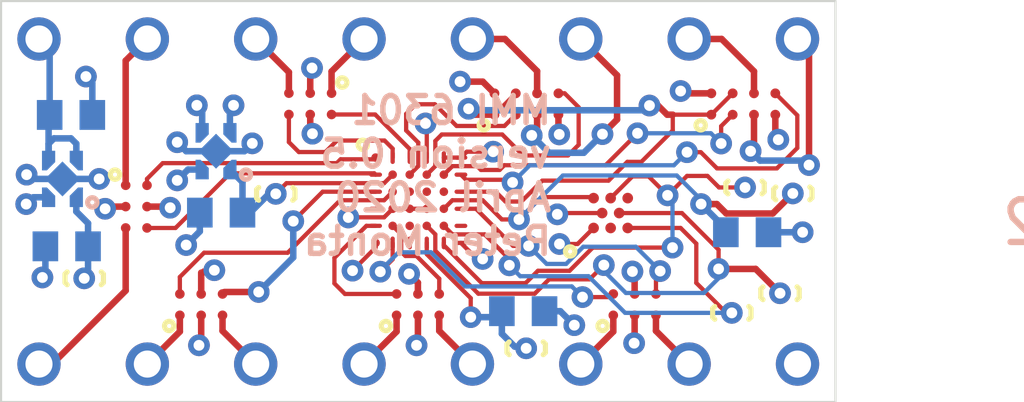
<source format=kicad_pcb>
(kicad_pcb (version 20171130) (host pcbnew 5.1.5-1.fc31)

  (general
    (thickness 1.5748)
    (drawings 5)
    (tracks 396)
    (zones 0)
    (modules 24)
    (nets 48)
  )

  (page A4)
  (layers
    (0 F.Cu signal)
    (1 In1.Cu power hide)
    (2 In2.Cu power hide)
    (31 B.Cu signal)
    (32 B.Adhes user hide)
    (33 F.Adhes user hide)
    (34 B.Paste user hide)
    (35 F.Paste user hide)
    (36 B.SilkS user hide)
    (37 F.SilkS user hide)
    (38 B.Mask user)
    (39 F.Mask user hide)
    (40 Dwgs.User user hide)
    (41 Cmts.User user hide)
    (42 Eco1.User user hide)
    (43 Eco2.User user hide)
    (44 Edge.Cuts user)
    (45 Margin user hide)
    (46 B.CrtYd user hide)
    (47 F.CrtYd user)
    (48 B.Fab user hide)
    (49 F.Fab user hide)
  )

  (setup
    (last_trace_width 0.099822)
    (user_trace_width 0.1524)
    (trace_clearance 0.099822)
    (zone_clearance 0.1524)
    (zone_45_only no)
    (trace_min 0.099822)
    (via_size 0.508)
    (via_drill 0.254)
    (via_min_size 0.508)
    (via_min_drill 0.254)
    (user_via 0.508 0.254)
    (uvia_size 0.3)
    (uvia_drill 0.1)
    (uvias_allowed no)
    (uvia_min_size 0.2)
    (uvia_min_drill 0.1)
    (edge_width 0.05)
    (segment_width 0.2)
    (pcb_text_width 0.3)
    (pcb_text_size 1.5 1.5)
    (mod_edge_width 0.12)
    (mod_text_size 1 1)
    (mod_text_width 0.15)
    (pad_size 1.524 1.524)
    (pad_drill 0.762)
    (pad_to_mask_clearance 0.04826)
    (aux_axis_origin 138.811 92.329)
    (visible_elements FFFFFF7F)
    (pcbplotparams
      (layerselection 0x010fc_ffffffff)
      (usegerberextensions false)
      (usegerberattributes true)
      (usegerberadvancedattributes true)
      (creategerberjobfile false)
      (excludeedgelayer true)
      (linewidth 0.100000)
      (plotframeref false)
      (viasonmask true)
      (mode 1)
      (useauxorigin true)
      (hpglpennumber 1)
      (hpglpenspeed 20)
      (hpglpendiameter 15.000000)
      (psnegative false)
      (psa4output false)
      (plotreference false)
      (plotvalue false)
      (plotinvisibletext false)
      (padsonsilk false)
      (subtractmaskfromsilk false)
      (outputformat 1)
      (mirror false)
      (drillshape 0)
      (scaleselection 1)
      (outputdirectory "gerber"))
  )

  (net 0 "")
  (net 1 +5V)
  (net 2 GND)
  (net 3 +3V3)
  (net 4 +1V2)
  (net 5 /Sheet5E85C2D6/DIP_A6)
  (net 6 /Sheet5E85C2D6/DIP_A5)
  (net 7 /Sheet5E85C2D6/DIP_A4)
  (net 8 /Sheet5E85C2D6/DIP_A3)
  (net 9 /Sheet5E85C2D6/DIP_A0)
  (net 10 /Sheet5E85C2D6/DIP_A1)
  (net 11 /Sheet5E85C2D6/DIP_A2)
  (net 12 /Sheet5E85C2D6/DIP_D3)
  (net 13 /Sheet5E85C2D6/DIP_D2)
  (net 14 /Sheet5E85C2D6/DIP_D1)
  (net 15 /Sheet5E85C2D6/DIP_D0)
  (net 16 /Sheet5E85C2D6/DIP_CE1_N)
  (net 17 /Sheet5E85C2D6/DIP_CE2_N)
  (net 18 /Sheet5E85C2D6/DIP_A7)
  (net 19 "Net-(R1-Pad2)")
  (net 20 "Net-(R2-Pad2)")
  (net 21 "Net-(TP3-Pad1)")
  (net 22 "Net-(TP4-Pad1)")
  (net 23 A2)
  (net 24 A1)
  (net 25 A0)
  (net 26 A3)
  (net 27 A5)
  (net 28 A4)
  (net 29 A6)
  (net 30 A7)
  (net 31 CE2_N)
  (net 32 CE1_N)
  (net 33 OE_N)
  (net 34 D1)
  (net 35 D0)
  (net 36 D2)
  (net 37 D3)
  (net 38 "Net-(U10-PadD1)")
  (net 39 "Net-(U10-PadC3)")
  (net 40 "Net-(U10-PadE3)")
  (net 41 "Net-(U10-PadF3)")
  (net 42 "Net-(U10-PadC5)")
  (net 43 "Net-(U10-PadE6)")
  (net 44 "Net-(U11-PadC1)")
  (net 45 "Net-(U11-PadE3)")
  (net 46 "Net-(TP6-Pad1)")
  (net 47 "Net-(U10-PadC4)")

  (net_class Default "This is the default net class."
    (clearance 0.099822)
    (trace_width 0.099822)
    (via_dia 0.508)
    (via_drill 0.254)
    (uvia_dia 0.3)
    (uvia_drill 0.1)
    (add_net +1V2)
    (add_net +3V3)
    (add_net +5V)
    (add_net /Sheet5E85C2D6/DIP_A0)
    (add_net /Sheet5E85C2D6/DIP_A1)
    (add_net /Sheet5E85C2D6/DIP_A2)
    (add_net /Sheet5E85C2D6/DIP_A3)
    (add_net /Sheet5E85C2D6/DIP_A4)
    (add_net /Sheet5E85C2D6/DIP_A5)
    (add_net /Sheet5E85C2D6/DIP_A6)
    (add_net /Sheet5E85C2D6/DIP_A7)
    (add_net /Sheet5E85C2D6/DIP_CE1_N)
    (add_net /Sheet5E85C2D6/DIP_CE2_N)
    (add_net /Sheet5E85C2D6/DIP_D0)
    (add_net /Sheet5E85C2D6/DIP_D1)
    (add_net /Sheet5E85C2D6/DIP_D2)
    (add_net /Sheet5E85C2D6/DIP_D3)
    (add_net A0)
    (add_net A1)
    (add_net A2)
    (add_net A3)
    (add_net A4)
    (add_net A5)
    (add_net A6)
    (add_net A7)
    (add_net CE1_N)
    (add_net CE2_N)
    (add_net D0)
    (add_net D1)
    (add_net D2)
    (add_net D3)
    (add_net GND)
    (add_net "Net-(R1-Pad2)")
    (add_net "Net-(R2-Pad2)")
    (add_net "Net-(TP3-Pad1)")
    (add_net "Net-(TP4-Pad1)")
    (add_net "Net-(TP6-Pad1)")
    (add_net "Net-(U10-PadC3)")
    (add_net "Net-(U10-PadC4)")
    (add_net "Net-(U10-PadC5)")
    (add_net "Net-(U10-PadD1)")
    (add_net "Net-(U10-PadE3)")
    (add_net "Net-(U10-PadE6)")
    (add_net "Net-(U10-PadF3)")
    (add_net "Net-(U11-PadC1)")
    (add_net "Net-(U11-PadE3)")
    (add_net OE_N)
  )

  (module prom:ucBGA-36 (layer F.Cu) (tedit 5E87146B) (tstamp 5E832C20)
    (at 148.59 87.6)
    (path /5E85CF8D/5E86C238)
    (fp_text reference U10 (at -3.45 4.65) (layer F.SilkS) hide
      (effects (font (size 1 1) (thickness 0.15)))
    )
    (fp_text value ICE40LP1K-CM36 (at -2.6 3.05) (layer F.Fab)
      (effects (font (size 1 1) (thickness 0.15)))
    )
    (fp_circle (center -1.3 -1.3) (end -1.25 -1.3) (layer F.SilkS) (width 0.12))
    (fp_line (start -1.25 1.25) (end -1.25 -1.25) (layer F.CrtYd) (width 0.05))
    (fp_line (start 1.25 1.25) (end -1.25 1.25) (layer F.CrtYd) (width 0.05))
    (fp_line (start 1.25 -1.25) (end 1.25 1.25) (layer F.CrtYd) (width 0.05))
    (fp_line (start -1.25 -1.25) (end 1.25 -1.25) (layer F.CrtYd) (width 0.05))
    (pad F6 smd oval (at 1 1) (size 0.3 0.1) (layers F.Cu F.Paste F.Mask)
      (net 3 +3V3))
    (pad E6 smd oval (at 1 0.6) (size 0.3 0.1) (layers F.Cu F.Paste F.Mask)
      (net 43 "Net-(U10-PadE6)"))
    (pad D6 smd oval (at 1 0.2) (size 0.3 0.1) (layers F.Cu F.Paste F.Mask)
      (net 23 A2))
    (pad C6 smd oval (at 1 -0.2) (size 0.3 0.1) (layers F.Cu F.Paste F.Mask)
      (net 33 OE_N))
    (pad B6 smd oval (at 1 -0.6) (size 0.3 0.1) (layers F.Cu F.Paste F.Mask)
      (net 37 D3))
    (pad A6 smd oval (at 1 -1) (size 0.3 0.1) (layers F.Cu F.Paste F.Mask)
      (net 3 +3V3))
    (pad F5 smd oval (at 0.6 1) (size 0.1 0.3) (layers F.Cu F.Paste F.Mask)
      (net 22 "Net-(TP4-Pad1)"))
    (pad E5 smd circle (at 0.6 0.6) (size 0.2 0.2) (layers F.Cu F.Paste F.Mask)
      (net 46 "Net-(TP6-Pad1)"))
    (pad D5 smd circle (at 0.6 0.2) (size 0.2 0.2) (layers F.Cu F.Paste F.Mask)
      (net 20 "Net-(R2-Pad2)"))
    (pad C5 smd circle (at 0.6 -0.2) (size 0.2 0.2) (layers F.Cu F.Paste F.Mask)
      (net 42 "Net-(U10-PadC5)"))
    (pad B5 smd circle (at 0.6 -0.6) (size 0.2 0.2) (layers F.Cu F.Paste F.Mask)
      (net 36 D2))
    (pad A5 smd oval (at 0.6 -1) (size 0.1 0.3) (layers F.Cu F.Paste F.Mask)
      (net 3 +3V3))
    (pad F4 smd oval (at 0.2 1) (size 0.1 0.3) (layers F.Cu F.Paste F.Mask)
      (net 19 "Net-(R1-Pad2)"))
    (pad E4 smd circle (at 0.2 0.6) (size 0.2 0.2) (layers F.Cu F.Paste F.Mask)
      (net 21 "Net-(TP3-Pad1)"))
    (pad D4 smd circle (at 0.2 0.2) (size 0.2 0.2) (layers F.Cu F.Paste F.Mask)
      (net 2 GND))
    (pad C4 smd circle (at 0.2 -0.2) (size 0.2 0.2) (layers F.Cu F.Paste F.Mask)
      (net 47 "Net-(U10-PadC4)"))
    (pad B4 smd circle (at 0.2 -0.6) (size 0.2 0.2) (layers F.Cu F.Paste F.Mask)
      (net 34 D1))
    (pad A4 smd oval (at 0.2 -1) (size 0.1 0.3) (layers F.Cu F.Paste F.Mask)
      (net 3 +3V3))
    (pad F3 smd oval (at -0.2 1) (size 0.1 0.3) (layers F.Cu F.Paste F.Mask)
      (net 41 "Net-(U10-PadF3)"))
    (pad E3 smd circle (at -0.2 0.6) (size 0.2 0.2) (layers F.Cu F.Paste F.Mask)
      (net 40 "Net-(U10-PadE3)"))
    (pad D3 smd circle (at -0.2 0.2) (size 0.2 0.2) (layers F.Cu F.Paste F.Mask)
      (net 2 GND))
    (pad C3 smd circle (at -0.2 -0.2) (size 0.2 0.2) (layers F.Cu F.Paste F.Mask)
      (net 39 "Net-(U10-PadC3)"))
    (pad B3 smd circle (at -0.2 -0.6) (size 0.2 0.2) (layers F.Cu F.Paste F.Mask)
      (net 35 D0))
    (pad A3 smd oval (at -0.2 -1) (size 0.1 0.3) (layers F.Cu F.Paste F.Mask)
      (net 32 CE1_N))
    (pad F2 smd oval (at -0.6 1) (size 0.1 0.3) (layers F.Cu F.Paste F.Mask)
      (net 24 A1))
    (pad E2 smd circle (at -0.6 0.6) (size 0.2 0.2) (layers F.Cu F.Paste F.Mask)
      (net 25 A0))
    (pad D2 smd circle (at -0.6 0.2) (size 0.2 0.2) (layers F.Cu F.Paste F.Mask)
      (net 2 GND))
    (pad C2 smd circle (at -0.6 -0.2) (size 0.2 0.2) (layers F.Cu F.Paste F.Mask)
      (net 27 A5))
    (pad B2 smd circle (at -0.6 -0.6) (size 0.2 0.2) (layers F.Cu F.Paste F.Mask)
      (net 4 +1V2))
    (pad A2 smd oval (at -0.6 -1) (size 0.1 0.3) (layers F.Cu F.Paste F.Mask)
      (net 31 CE2_N))
    (pad F1 smd circle (at -1 1) (size 0.2 0.2) (layers F.Cu F.Paste F.Mask)
      (net 3 +3V3))
    (pad E1 smd oval (at -1 0.6) (size 0.3 0.1) (layers F.Cu F.Paste F.Mask)
      (net 26 A3))
    (pad D1 smd oval (at -1 0.2) (size 0.3 0.1) (layers F.Cu F.Paste F.Mask)
      (net 38 "Net-(U10-PadD1)"))
    (pad C1 smd oval (at -1 -0.2) (size 0.3 0.1) (layers F.Cu F.Paste F.Mask)
      (net 28 A4))
    (pad B1 smd oval (at -1 -0.6) (size 0.3 0.1) (layers F.Cu F.Paste F.Mask)
      (net 29 A6))
    (pad A1 smd circle (at -1 -1) (size 0.2 0.2) (layers F.Cu F.Paste F.Mask)
      (net 30 A7))
  )

  (module prom:flip-pins-DIP16 (layer F.Cu) (tedit 5E86585D) (tstamp 5E8AB80B)
    (at 162.56 86.36 90)
    (path /5E85C2D7/5E86DB64)
    (fp_text reference J1 (at -6.83 -3.12 90) (layer F.SilkS)
      (effects (font (size 1 1) (thickness 0.15)))
    )
    (fp_text value DIP16_pins (at 0 -0.5 90) (layer F.Fab)
      (effects (font (size 1 1) (thickness 0.15)))
    )
    (pad 16 thru_hole circle (at 2.54 -22.86 90) (size 1.016 1.016) (drill 0.635) (layers *.Cu *.Mask)
      (net 1 +5V))
    (pad 15 thru_hole circle (at 2.54 -20.32 90) (size 1.016 1.016) (drill 0.635) (layers *.Cu *.Mask)
      (net 18 /Sheet5E85C2D6/DIP_A7))
    (pad 14 thru_hole circle (at 2.54 -17.78 90) (size 1.016 1.016) (drill 0.635) (layers *.Cu *.Mask)
      (net 17 /Sheet5E85C2D6/DIP_CE2_N))
    (pad 13 thru_hole circle (at 2.54 -15.24 90) (size 1.016 1.016) (drill 0.635) (layers *.Cu *.Mask)
      (net 16 /Sheet5E85C2D6/DIP_CE1_N))
    (pad 12 thru_hole circle (at 2.54 -12.7 90) (size 1.016 1.016) (drill 0.635) (layers *.Cu *.Mask)
      (net 15 /Sheet5E85C2D6/DIP_D0))
    (pad 11 thru_hole circle (at 2.54 -10.16 90) (size 1.016 1.016) (drill 0.635) (layers *.Cu *.Mask)
      (net 14 /Sheet5E85C2D6/DIP_D1))
    (pad 10 thru_hole circle (at 2.54 -7.62 90) (size 1.016 1.016) (drill 0.635) (layers *.Cu *.Mask)
      (net 13 /Sheet5E85C2D6/DIP_D2))
    (pad 9 thru_hole circle (at 2.54 -5.08 90) (size 1.016 1.016) (drill 0.635) (layers *.Cu *.Mask)
      (net 12 /Sheet5E85C2D6/DIP_D3))
    (pad 8 thru_hole circle (at -5.08 -5.08 90) (size 1.016 1.016) (drill 0.635) (layers *.Cu *.Mask)
      (net 2 GND))
    (pad 7 thru_hole circle (at -5.08 -7.62 90) (size 1.016 1.016) (drill 0.635) (layers *.Cu *.Mask)
      (net 11 /Sheet5E85C2D6/DIP_A2))
    (pad 6 thru_hole circle (at -5.08 -10.16 90) (size 1.016 1.016) (drill 0.635) (layers *.Cu *.Mask)
      (net 10 /Sheet5E85C2D6/DIP_A1))
    (pad 5 thru_hole circle (at -5.08 -12.7 90) (size 1.016 1.016) (drill 0.635) (layers *.Cu *.Mask)
      (net 9 /Sheet5E85C2D6/DIP_A0))
    (pad 4 thru_hole circle (at -5.08 -15.24 90) (size 1.016 1.016) (drill 0.635) (layers *.Cu *.Mask)
      (net 8 /Sheet5E85C2D6/DIP_A3))
    (pad 3 thru_hole circle (at -5.08 -17.78 90) (size 1.016 1.016) (drill 0.635) (layers *.Cu *.Mask)
      (net 7 /Sheet5E85C2D6/DIP_A4))
    (pad 2 thru_hole circle (at -5.08 -20.32 90) (size 1.016 1.016) (drill 0.635) (layers *.Cu *.Mask)
      (net 6 /Sheet5E85C2D6/DIP_A5))
    (pad 1 thru_hole circle (at -5.08 -22.86 90) (size 1.016 1.016) (drill 0.635) (layers *.Cu *.Mask)
      (net 5 /Sheet5E85C2D6/DIP_A6))
  )

  (module prom:0402 (layer B.Cu) (tedit 5E858283) (tstamp 5E832B5C)
    (at 140.45 85.6)
    (path /5E85C2D7/5E8A0689)
    (fp_text reference C1 (at -4.2 1.1202) (layer B.SilkS)
      (effects (font (size 1 1) (thickness 0.15)) (justify mirror))
    )
    (fp_text value "1 uF" (at -5.15 -2.6) (layer B.Fab)
      (effects (font (size 1 1) (thickness 0.15)) (justify mirror))
    )
    (fp_line (start -0.9 -0.45) (end -0.9 0.45) (layer B.CrtYd) (width 0.05))
    (fp_line (start 0.9 -0.45) (end -0.9 -0.45) (layer B.CrtYd) (width 0.05))
    (fp_line (start 0.9 0.45) (end 0.9 -0.45) (layer B.CrtYd) (width 0.05))
    (fp_line (start -0.9 0.45) (end 0.9 0.45) (layer B.CrtYd) (width 0.05))
    (pad 2 smd rect (at 0.5 0) (size 0.6 0.7) (layers B.Cu B.Paste B.Mask)
      (net 2 GND) (zone_connect 0))
    (pad 1 smd rect (at -0.5 0) (size 0.6 0.7) (layers B.Cu B.Paste B.Mask)
      (net 1 +5V) (zone_connect 0))
  )

  (module prom:0402 (layer B.Cu) (tedit 5E858283) (tstamp 5E832B62)
    (at 140.35 88.68 180)
    (path /5E85C2D7/5E8A0FD1)
    (fp_text reference C2 (at 3.7484 -0.7388) (layer B.SilkS)
      (effects (font (size 1 1) (thickness 0.15)) (justify mirror))
    )
    (fp_text value "1 uF" (at -5.15 -2.6) (layer B.Fab)
      (effects (font (size 1 1) (thickness 0.15)) (justify mirror))
    )
    (fp_line (start -0.9 -0.45) (end -0.9 0.45) (layer B.CrtYd) (width 0.05))
    (fp_line (start 0.9 -0.45) (end -0.9 -0.45) (layer B.CrtYd) (width 0.05))
    (fp_line (start 0.9 0.45) (end 0.9 -0.45) (layer B.CrtYd) (width 0.05))
    (fp_line (start -0.9 0.45) (end 0.9 0.45) (layer B.CrtYd) (width 0.05))
    (pad 2 smd rect (at 0.5 0 180) (size 0.6 0.7) (layers B.Cu B.Paste B.Mask)
      (net 2 GND) (zone_connect 0))
    (pad 1 smd rect (at -0.5 0 180) (size 0.6 0.7) (layers B.Cu B.Paste B.Mask)
      (net 3 +3V3) (zone_connect 0))
  )

  (module prom:0402 (layer B.Cu) (tedit 5E858283) (tstamp 5E832B68)
    (at 143.97 87.89 180)
    (path /5E85C2D7/5E8A194B)
    (fp_text reference C3 (at 3.2102 -6.7296) (layer B.SilkS)
      (effects (font (size 1 1) (thickness 0.15)) (justify mirror))
    )
    (fp_text value "1 uF" (at -5.15 -2.6) (layer B.Fab)
      (effects (font (size 1 1) (thickness 0.15)) (justify mirror))
    )
    (fp_line (start -0.9 -0.45) (end -0.9 0.45) (layer B.CrtYd) (width 0.05))
    (fp_line (start 0.9 -0.45) (end -0.9 -0.45) (layer B.CrtYd) (width 0.05))
    (fp_line (start 0.9 0.45) (end 0.9 -0.45) (layer B.CrtYd) (width 0.05))
    (fp_line (start -0.9 0.45) (end 0.9 0.45) (layer B.CrtYd) (width 0.05))
    (pad 2 smd rect (at 0.5 0 180) (size 0.6 0.7) (layers B.Cu B.Paste B.Mask)
      (net 2 GND) (zone_connect 0))
    (pad 1 smd rect (at -0.5 0 180) (size 0.6 0.7) (layers B.Cu B.Paste B.Mask)
      (net 4 +1V2) (zone_connect 0))
  )

  (module prom:0402 (layer B.Cu) (tedit 5E858283) (tstamp 5E832B6E)
    (at 151.05 90.2 180)
    (path /5E85CF8D/5E855891)
    (fp_text reference R1 (at 0.1604 -4.2418) (layer B.SilkS)
      (effects (font (size 1 1) (thickness 0.15)) (justify mirror))
    )
    (fp_text value 10k (at -5.15 -2.6) (layer B.Fab)
      (effects (font (size 1 1) (thickness 0.15)) (justify mirror))
    )
    (fp_line (start -0.9 -0.45) (end -0.9 0.45) (layer B.CrtYd) (width 0.05))
    (fp_line (start 0.9 -0.45) (end -0.9 -0.45) (layer B.CrtYd) (width 0.05))
    (fp_line (start 0.9 0.45) (end 0.9 -0.45) (layer B.CrtYd) (width 0.05))
    (fp_line (start -0.9 0.45) (end 0.9 0.45) (layer B.CrtYd) (width 0.05))
    (pad 2 smd rect (at 0.5 0 180) (size 0.6 0.7) (layers B.Cu B.Paste B.Mask)
      (net 19 "Net-(R1-Pad2)") (zone_connect 0))
    (pad 1 smd rect (at -0.5 0 180) (size 0.6 0.7) (layers B.Cu B.Paste B.Mask)
      (net 3 +3V3) (zone_connect 0))
  )

  (module prom:0402 (layer B.Cu) (tedit 5E858283) (tstamp 5E865D8C)
    (at 156.3 88.35 180)
    (path /5E85CF8D/5E85311F)
    (fp_text reference R2 (at -6.9614 0.2276) (layer B.SilkS)
      (effects (font (size 1 1) (thickness 0.15)) (justify mirror))
    )
    (fp_text value 10k (at -5.15 -2.6) (layer B.Fab)
      (effects (font (size 1 1) (thickness 0.15)) (justify mirror))
    )
    (fp_line (start -0.9 -0.45) (end -0.9 0.45) (layer B.CrtYd) (width 0.05))
    (fp_line (start 0.9 -0.45) (end -0.9 -0.45) (layer B.CrtYd) (width 0.05))
    (fp_line (start 0.9 0.45) (end 0.9 -0.45) (layer B.CrtYd) (width 0.05))
    (fp_line (start -0.9 0.45) (end 0.9 0.45) (layer B.CrtYd) (width 0.05))
    (pad 2 smd rect (at 0.5 0 180) (size 0.6 0.7) (layers B.Cu B.Paste B.Mask)
      (net 20 "Net-(R2-Pad2)") (zone_connect 0))
    (pad 1 smd rect (at -0.5 0 180) (size 0.6 0.7) (layers B.Cu B.Paste B.Mask)
      (net 3 +3V3) (zone_connect 0))
  )

  (module prom:test-point (layer F.Cu) (tedit 5E8AC0FC) (tstamp 5E870641)
    (at 140.76 89.43)
    (path /5E85C2D7/5E8ADFB4)
    (fp_text reference TP1 (at -0.9 3.3) (layer F.SilkS) hide
      (effects (font (size 1 1) (thickness 0.15)))
    )
    (fp_text value TestPoint_Alt (at -0.55 1.55) (layer F.Fab)
      (effects (font (size 1 1) (thickness 0.15)))
    )
    (fp_line (start 0.45 0.1) (end 0.4 0.15) (layer F.SilkS) (width 0.12))
    (fp_line (start 0.45 -0.1) (end 0.4 -0.15) (layer F.SilkS) (width 0.12))
    (fp_line (start -0.45 0.1) (end -0.4 0.15) (layer F.SilkS) (width 0.12))
    (fp_line (start -0.45 -0.1) (end -0.4 -0.15) (layer F.SilkS) (width 0.12))
    (fp_line (start -0.45 -0.1) (end -0.45 0.1) (layer F.SilkS) (width 0.12))
    (fp_line (start 0.45 -0.1) (end 0.45 0.1) (layer F.SilkS) (width 0.12))
    (pad 1 thru_hole circle (at 0 0) (size 0.508 0.508) (drill 0.254) (layers *.Cu *.Mask)
      (net 3 +3V3) (solder_mask_margin -0.05))
  )

  (module prom:test-point (layer F.Cu) (tedit 5E8AC0FC) (tstamp 5E832B7E)
    (at 145.25 87.45 180)
    (path /5E85C2D7/5E8B033B)
    (fp_text reference TP2 (at -0.9 3.3) (layer F.SilkS) hide
      (effects (font (size 1 1) (thickness 0.15)))
    )
    (fp_text value TestPoint_Alt (at -0.55 1.55) (layer F.Fab)
      (effects (font (size 1 1) (thickness 0.15)))
    )
    (fp_line (start 0.45 0.1) (end 0.4 0.15) (layer F.SilkS) (width 0.12))
    (fp_line (start 0.45 -0.1) (end 0.4 -0.15) (layer F.SilkS) (width 0.12))
    (fp_line (start -0.45 0.1) (end -0.4 0.15) (layer F.SilkS) (width 0.12))
    (fp_line (start -0.45 -0.1) (end -0.4 -0.15) (layer F.SilkS) (width 0.12))
    (fp_line (start -0.45 -0.1) (end -0.45 0.1) (layer F.SilkS) (width 0.12))
    (fp_line (start 0.45 -0.1) (end 0.45 0.1) (layer F.SilkS) (width 0.12))
    (pad 1 thru_hole circle (at 0 0 180) (size 0.508 0.508) (drill 0.254) (layers *.Cu *.Mask)
      (net 4 +1V2) (solder_mask_margin -0.05))
  )

  (module prom:test-point (layer F.Cu) (tedit 5E8AC0FC) (tstamp 5E832B83)
    (at 157.07 89.78)
    (path /5E85CF8D/5E86CD9D)
    (fp_text reference TP3 (at -0.9 3.3) (layer F.SilkS) hide
      (effects (font (size 1 1) (thickness 0.15)))
    )
    (fp_text value TestPoint_Alt (at -0.55 1.55) (layer F.Fab)
      (effects (font (size 1 1) (thickness 0.15)))
    )
    (fp_line (start 0.45 0.1) (end 0.4 0.15) (layer F.SilkS) (width 0.12))
    (fp_line (start 0.45 -0.1) (end 0.4 -0.15) (layer F.SilkS) (width 0.12))
    (fp_line (start -0.45 0.1) (end -0.4 0.15) (layer F.SilkS) (width 0.12))
    (fp_line (start -0.45 -0.1) (end -0.4 -0.15) (layer F.SilkS) (width 0.12))
    (fp_line (start -0.45 -0.1) (end -0.45 0.1) (layer F.SilkS) (width 0.12))
    (fp_line (start 0.45 -0.1) (end 0.45 0.1) (layer F.SilkS) (width 0.12))
    (pad 1 thru_hole circle (at 0 0) (size 0.508 0.508) (drill 0.254) (layers *.Cu *.Mask)
      (net 21 "Net-(TP3-Pad1)") (solder_mask_margin -0.05))
  )

  (module prom:test-point (layer F.Cu) (tedit 5E8AC0FC) (tstamp 5E832B8D)
    (at 156.25 87.3)
    (path /5E85CF8D/5E86D314)
    (fp_text reference TP4 (at -0.9 3.3) (layer F.SilkS) hide
      (effects (font (size 1 1) (thickness 0.15)))
    )
    (fp_text value TestPoint_Alt (at -0.55 1.55) (layer F.Fab)
      (effects (font (size 1 1) (thickness 0.15)))
    )
    (fp_line (start 0.45 0.1) (end 0.4 0.15) (layer F.SilkS) (width 0.12))
    (fp_line (start 0.45 -0.1) (end 0.4 -0.15) (layer F.SilkS) (width 0.12))
    (fp_line (start -0.45 0.1) (end -0.4 0.15) (layer F.SilkS) (width 0.12))
    (fp_line (start -0.45 -0.1) (end -0.4 -0.15) (layer F.SilkS) (width 0.12))
    (fp_line (start -0.45 -0.1) (end -0.45 0.1) (layer F.SilkS) (width 0.12))
    (fp_line (start 0.45 -0.1) (end 0.45 0.1) (layer F.SilkS) (width 0.12))
    (pad 1 thru_hole circle (at 0 0) (size 0.508 0.508) (drill 0.254) (layers *.Cu *.Mask)
      (net 22 "Net-(TP4-Pad1)") (solder_mask_margin -0.05))
  )

  (module prom:test-point (layer F.Cu) (tedit 5E8AC0FC) (tstamp 5E832B92)
    (at 151.12 91.07)
    (path /5E85CF8D/5E868480)
    (fp_text reference TP5 (at -0.9 3.3) (layer F.SilkS) hide
      (effects (font (size 1 1) (thickness 0.15)))
    )
    (fp_text value TestPoint_Alt (at -0.55 1.55) (layer F.Fab)
      (effects (font (size 1 1) (thickness 0.15)))
    )
    (fp_line (start 0.45 0.1) (end 0.4 0.15) (layer F.SilkS) (width 0.12))
    (fp_line (start 0.45 -0.1) (end 0.4 -0.15) (layer F.SilkS) (width 0.12))
    (fp_line (start -0.45 0.1) (end -0.4 0.15) (layer F.SilkS) (width 0.12))
    (fp_line (start -0.45 -0.1) (end -0.4 -0.15) (layer F.SilkS) (width 0.12))
    (fp_line (start -0.45 -0.1) (end -0.45 0.1) (layer F.SilkS) (width 0.12))
    (fp_line (start 0.45 -0.1) (end 0.45 0.1) (layer F.SilkS) (width 0.12))
    (pad 1 thru_hole circle (at 0 0) (size 0.508 0.508) (drill 0.254) (layers *.Cu *.Mask)
      (net 19 "Net-(R1-Pad2)") (solder_mask_margin -0.05))
  )

  (module prom:test-point (layer F.Cu) (tedit 5E8AC0FC) (tstamp 5E832B97)
    (at 155.94 90.24)
    (path /5E85CF8D/5E86D600)
    (fp_text reference TP6 (at -0.9 3.3) (layer F.SilkS) hide
      (effects (font (size 1 1) (thickness 0.15)))
    )
    (fp_text value TestPoint_Alt (at -0.55 1.55) (layer F.Fab)
      (effects (font (size 1 1) (thickness 0.15)))
    )
    (fp_line (start 0.45 0.1) (end 0.4 0.15) (layer F.SilkS) (width 0.12))
    (fp_line (start 0.45 -0.1) (end 0.4 -0.15) (layer F.SilkS) (width 0.12))
    (fp_line (start -0.45 0.1) (end -0.4 0.15) (layer F.SilkS) (width 0.12))
    (fp_line (start -0.45 -0.1) (end -0.4 -0.15) (layer F.SilkS) (width 0.12))
    (fp_line (start -0.45 -0.1) (end -0.45 0.1) (layer F.SilkS) (width 0.12))
    (fp_line (start 0.45 -0.1) (end 0.45 0.1) (layer F.SilkS) (width 0.12))
    (pad 1 thru_hole circle (at 0 0) (size 0.508 0.508) (drill 0.254) (layers *.Cu *.Mask)
      (net 46 "Net-(TP6-Pad1)") (solder_mask_margin -0.05))
  )

  (module prom:test-point (layer F.Cu) (tedit 5E8AC0FC) (tstamp 5E832B9C)
    (at 157.37 87.44)
    (path /5E85CF8D/5E86D938)
    (fp_text reference TP7 (at -0.9 3.3) (layer F.SilkS) hide
      (effects (font (size 1 1) (thickness 0.15)))
    )
    (fp_text value TestPoint_Alt (at -0.55 1.55) (layer F.Fab)
      (effects (font (size 1 1) (thickness 0.15)))
    )
    (fp_line (start 0.45 0.1) (end 0.4 0.15) (layer F.SilkS) (width 0.12))
    (fp_line (start 0.45 -0.1) (end 0.4 -0.15) (layer F.SilkS) (width 0.12))
    (fp_line (start -0.45 0.1) (end -0.4 0.15) (layer F.SilkS) (width 0.12))
    (fp_line (start -0.45 -0.1) (end -0.4 -0.15) (layer F.SilkS) (width 0.12))
    (fp_line (start -0.45 -0.1) (end -0.45 0.1) (layer F.SilkS) (width 0.12))
    (fp_line (start 0.45 -0.1) (end 0.45 0.1) (layer F.SilkS) (width 0.12))
    (pad 1 thru_hole circle (at 0 0) (size 0.508 0.508) (drill 0.254) (layers *.Cu *.Mask)
      (net 20 "Net-(R2-Pad2)") (solder_mask_margin -0.05))
  )

  (module prom:X2SON (layer B.Cu) (tedit 5E8C2863) (tstamp 5E832BA5)
    (at 140.25 87.1 90)
    (path /5E85C2D7/5E8086CA)
    (fp_text reference U1 (at -2.3 -2 90) (layer B.SilkS) hide
      (effects (font (size 1 1) (thickness 0.15)) (justify mirror))
    )
    (fp_text value "TLV743P 3.3V" (at -2.6 -3.75 90) (layer B.Fab)
      (effects (font (size 1 1) (thickness 0.15)) (justify mirror))
    )
    (fp_circle (center -0.55 0.7) (end -0.55 0.65) (layer B.SilkS) (width 0.12))
    (fp_line (start -0.5 -0.5) (end -0.5 0.5) (layer B.CrtYd) (width 0.05))
    (fp_line (start 0.5 -0.5) (end -0.5 -0.5) (layer B.CrtYd) (width 0.05))
    (fp_line (start 0.5 0.5) (end 0.5 -0.5) (layer B.CrtYd) (width 0.05))
    (fp_line (start -0.5 0.5) (end 0.5 0.5) (layer B.CrtYd) (width 0.05))
    (pad 4 smd custom (at 0.43 0.325 90) (size 0.05 0.05) (layers B.Cu B.Paste)
      (net 1 +5V) (zone_connect 0)
      (options (clearance outline) (anchor circle))
      (primitives
        (gr_poly (pts
           (xy 0.18 0.105) (xy 0.18 -0.105) (xy 0 -0.105) (xy -0.18 0.075) (xy -0.18 0.105)
) (width 0))
      ))
    (pad 3 smd custom (at 0.43 -0.325 90) (size 0.05 0.05) (layers B.Cu B.Paste)
      (net 1 +5V) (zone_connect 0)
      (options (clearance outline) (anchor circle))
      (primitives
        (gr_poly (pts
           (xy 0.18 -0.105) (xy 0.18 0.105) (xy 0 0.105) (xy -0.18 -0.075) (xy -0.18 -0.105)
) (width 0))
      ))
    (pad 2 smd custom (at -0.43 -0.325 90) (size 0.05 0.05) (layers B.Cu B.Paste)
      (net 2 GND) (zone_connect 0)
      (options (clearance outline) (anchor circle))
      (primitives
        (gr_poly (pts
           (xy -0.18 -0.105) (xy -0.18 0.105) (xy 0 0.105) (xy 0.18 -0.075) (xy 0.18 -0.105)
) (width 0))
      ))
    (pad "" connect custom (at -0.43 0.325 90) (size 0.05 0.05) (layers B.Mask)
      (zone_connect 0)
      (options (clearance outline) (anchor circle))
      (primitives
        (gr_poly (pts
           (xy -0.18 0.105) (xy -0.18 -0.105) (xy 0 -0.105) (xy 0.18 0.075) (xy 0.18 0.105)
) (width 0))
      ))
    (pad "" connect custom (at 0 0 90) (size 0.05 0.05) (layers B.Mask)
      (zone_connect 0)
      (options (clearance outline) (anchor circle))
      (primitives
        (gr_poly (pts
           (xy 0.34 0) (xy 0 -0.34) (xy -0.34 0) (xy 0 0.34)) (width 0))
      ))
    (pad TP smd custom (at 0 0 90) (size 0.05 0.05) (layers B.Cu B.Paste)
      (net 2 GND) (zone_connect 0)
      (options (clearance outline) (anchor circle))
      (primitives
        (gr_poly (pts
           (xy 0.34 0) (xy 0 -0.34) (xy -0.34 0) (xy 0 0.34)) (width 0))
      ))
    (pad 1 smd custom (at -0.43 0.325 90) (size 0.05 0.05) (layers B.Cu B.Paste)
      (net 3 +3V3) (zone_connect 0)
      (options (clearance outline) (anchor circle))
      (primitives
        (gr_poly (pts
           (xy -0.18 0.105) (xy -0.18 -0.105) (xy 0 -0.105) (xy 0.18 0.075) (xy 0.18 0.105)
) (width 0))
      ))
    (pad "" connect custom (at -0.43 -0.325 90) (size 0.05 0.05) (layers B.Mask)
      (zone_connect 0)
      (options (clearance outline) (anchor circle))
      (primitives
        (gr_poly (pts
           (xy -0.18 -0.105) (xy -0.18 0.105) (xy 0 0.105) (xy 0.18 -0.075) (xy 0.18 -0.105)
) (width 0))
      ))
    (pad "" connect custom (at 0.43 -0.325 90) (size 0.05 0.05) (layers B.Mask)
      (zone_connect 0)
      (options (clearance outline) (anchor circle))
      (primitives
        (gr_poly (pts
           (xy 0.18 -0.105) (xy 0.18 0.105) (xy 0 0.105) (xy -0.18 -0.075) (xy -0.18 -0.105)
) (width 0))
      ))
    (pad "" connect custom (at 0.43 0.325 90) (size 0.05 0.05) (layers B.Mask)
      (zone_connect 0)
      (options (clearance outline) (anchor circle))
      (primitives
        (gr_poly (pts
           (xy 0.18 0.105) (xy 0.18 -0.105) (xy 0 -0.105) (xy -0.18 0.075) (xy -0.18 0.105)
) (width 0))
      ))
    (pad TP smd custom (at 0 0 90) (size 0.05 0.05) (layers B.Cu)
      (net 2 GND) (zone_connect 0)
      (options (clearance outline) (anchor circle))
      (primitives
        (gr_poly (pts
           (xy 0.41 0) (xy 0 -0.41) (xy -0.41 0) (xy 0 0.41)) (width 0))
      ))
    (pad 4 smd custom (at 0.43 0.325 90) (size 0.05 0.05) (layers B.Cu)
      (net 1 +5V) (zone_connect 0)
      (options (clearance outline) (anchor circle))
      (primitives
        (gr_poly (pts
           (xy 0.23 0.155) (xy 0.23 -0.155) (xy -0.035 -0.155) (xy -0.23 0.04) (xy -0.23 0.155)
) (width 0))
      ))
    (pad 3 smd custom (at 0.43 -0.325 90) (size 0.05 0.05) (layers B.Cu)
      (net 1 +5V) (zone_connect 0)
      (options (clearance outline) (anchor circle))
      (primitives
        (gr_poly (pts
           (xy 0.23 -0.155) (xy 0.23 0.155) (xy -0.035 0.155) (xy -0.23 -0.04) (xy -0.23 -0.155)
) (width 0))
      ))
    (pad 2 smd custom (at -0.43 -0.325 90) (size 0.05 0.05) (layers B.Cu)
      (net 2 GND) (zone_connect 0)
      (options (clearance outline) (anchor circle))
      (primitives
        (gr_poly (pts
           (xy -0.23 -0.155) (xy -0.23 0.155) (xy 0.035 0.155) (xy 0.23 -0.04) (xy 0.23 -0.155)
) (width 0))
      ))
    (pad 1 smd custom (at -0.43 0.325 90) (size 0.05 0.05) (layers B.Cu)
      (net 3 +3V3) (zone_connect 0)
      (options (clearance outline) (anchor circle))
      (primitives
        (gr_poly (pts
           (xy -0.23 0.155) (xy -0.23 -0.155) (xy 0.035 -0.155) (xy 0.23 0.04) (xy 0.23 0.155)
) (width 0))
      ))
  )

  (module prom:X2SON (layer B.Cu) (tedit 5E8C2863) (tstamp 5E832BAE)
    (at 143.85 86.45 90)
    (path /5E85C2D7/5E8089C0)
    (fp_text reference U2 (at -2.3 -2 90) (layer B.SilkS) hide
      (effects (font (size 1 1) (thickness 0.15)) (justify mirror))
    )
    (fp_text value "TLV743P 1.2V" (at -2.6 -3.75 90) (layer B.Fab)
      (effects (font (size 1 1) (thickness 0.15)) (justify mirror))
    )
    (fp_circle (center -0.55 0.7) (end -0.55 0.65) (layer B.SilkS) (width 0.12))
    (fp_line (start -0.5 -0.5) (end -0.5 0.5) (layer B.CrtYd) (width 0.05))
    (fp_line (start 0.5 -0.5) (end -0.5 -0.5) (layer B.CrtYd) (width 0.05))
    (fp_line (start 0.5 0.5) (end 0.5 -0.5) (layer B.CrtYd) (width 0.05))
    (fp_line (start -0.5 0.5) (end 0.5 0.5) (layer B.CrtYd) (width 0.05))
    (pad 4 smd custom (at 0.43 0.325 90) (size 0.05 0.05) (layers B.Cu B.Paste)
      (net 3 +3V3) (zone_connect 0)
      (options (clearance outline) (anchor circle))
      (primitives
        (gr_poly (pts
           (xy 0.18 0.105) (xy 0.18 -0.105) (xy 0 -0.105) (xy -0.18 0.075) (xy -0.18 0.105)
) (width 0))
      ))
    (pad 3 smd custom (at 0.43 -0.325 90) (size 0.05 0.05) (layers B.Cu B.Paste)
      (net 3 +3V3) (zone_connect 0)
      (options (clearance outline) (anchor circle))
      (primitives
        (gr_poly (pts
           (xy 0.18 -0.105) (xy 0.18 0.105) (xy 0 0.105) (xy -0.18 -0.075) (xy -0.18 -0.105)
) (width 0))
      ))
    (pad 2 smd custom (at -0.43 -0.325 90) (size 0.05 0.05) (layers B.Cu B.Paste)
      (net 2 GND) (zone_connect 0)
      (options (clearance outline) (anchor circle))
      (primitives
        (gr_poly (pts
           (xy -0.18 -0.105) (xy -0.18 0.105) (xy 0 0.105) (xy 0.18 -0.075) (xy 0.18 -0.105)
) (width 0))
      ))
    (pad "" connect custom (at -0.43 0.325 90) (size 0.05 0.05) (layers B.Mask)
      (zone_connect 0)
      (options (clearance outline) (anchor circle))
      (primitives
        (gr_poly (pts
           (xy -0.18 0.105) (xy -0.18 -0.105) (xy 0 -0.105) (xy 0.18 0.075) (xy 0.18 0.105)
) (width 0))
      ))
    (pad "" connect custom (at 0 0 90) (size 0.05 0.05) (layers B.Mask)
      (zone_connect 0)
      (options (clearance outline) (anchor circle))
      (primitives
        (gr_poly (pts
           (xy 0.34 0) (xy 0 -0.34) (xy -0.34 0) (xy 0 0.34)) (width 0))
      ))
    (pad TP smd custom (at 0 0 90) (size 0.05 0.05) (layers B.Cu B.Paste)
      (net 2 GND) (zone_connect 0)
      (options (clearance outline) (anchor circle))
      (primitives
        (gr_poly (pts
           (xy 0.34 0) (xy 0 -0.34) (xy -0.34 0) (xy 0 0.34)) (width 0))
      ))
    (pad 1 smd custom (at -0.43 0.325 90) (size 0.05 0.05) (layers B.Cu B.Paste)
      (net 4 +1V2) (zone_connect 0)
      (options (clearance outline) (anchor circle))
      (primitives
        (gr_poly (pts
           (xy -0.18 0.105) (xy -0.18 -0.105) (xy 0 -0.105) (xy 0.18 0.075) (xy 0.18 0.105)
) (width 0))
      ))
    (pad "" connect custom (at -0.43 -0.325 90) (size 0.05 0.05) (layers B.Mask)
      (zone_connect 0)
      (options (clearance outline) (anchor circle))
      (primitives
        (gr_poly (pts
           (xy -0.18 -0.105) (xy -0.18 0.105) (xy 0 0.105) (xy 0.18 -0.075) (xy 0.18 -0.105)
) (width 0))
      ))
    (pad "" connect custom (at 0.43 -0.325 90) (size 0.05 0.05) (layers B.Mask)
      (zone_connect 0)
      (options (clearance outline) (anchor circle))
      (primitives
        (gr_poly (pts
           (xy 0.18 -0.105) (xy 0.18 0.105) (xy 0 0.105) (xy -0.18 -0.075) (xy -0.18 -0.105)
) (width 0))
      ))
    (pad "" connect custom (at 0.43 0.325 90) (size 0.05 0.05) (layers B.Mask)
      (zone_connect 0)
      (options (clearance outline) (anchor circle))
      (primitives
        (gr_poly (pts
           (xy 0.18 0.105) (xy 0.18 -0.105) (xy 0 -0.105) (xy -0.18 0.075) (xy -0.18 0.105)
) (width 0))
      ))
    (pad TP smd custom (at 0 0 90) (size 0.05 0.05) (layers B.Cu)
      (net 2 GND) (zone_connect 0)
      (options (clearance outline) (anchor circle))
      (primitives
        (gr_poly (pts
           (xy 0.41 0) (xy 0 -0.41) (xy -0.41 0) (xy 0 0.41)) (width 0))
      ))
    (pad 4 smd custom (at 0.43 0.325 90) (size 0.05 0.05) (layers B.Cu)
      (net 3 +3V3) (zone_connect 0)
      (options (clearance outline) (anchor circle))
      (primitives
        (gr_poly (pts
           (xy 0.23 0.155) (xy 0.23 -0.155) (xy -0.035 -0.155) (xy -0.23 0.04) (xy -0.23 0.155)
) (width 0))
      ))
    (pad 3 smd custom (at 0.43 -0.325 90) (size 0.05 0.05) (layers B.Cu)
      (net 3 +3V3) (zone_connect 0)
      (options (clearance outline) (anchor circle))
      (primitives
        (gr_poly (pts
           (xy 0.23 -0.155) (xy 0.23 0.155) (xy -0.035 0.155) (xy -0.23 -0.04) (xy -0.23 -0.155)
) (width 0))
      ))
    (pad 2 smd custom (at -0.43 -0.325 90) (size 0.05 0.05) (layers B.Cu)
      (net 2 GND) (zone_connect 0)
      (options (clearance outline) (anchor circle))
      (primitives
        (gr_poly (pts
           (xy -0.23 -0.155) (xy -0.23 0.155) (xy 0.035 0.155) (xy 0.23 -0.04) (xy 0.23 -0.155)
) (width 0))
      ))
    (pad 1 smd custom (at -0.43 0.325 90) (size 0.05 0.05) (layers B.Cu)
      (net 4 +1V2) (zone_connect 0)
      (options (clearance outline) (anchor circle))
      (primitives
        (gr_poly (pts
           (xy -0.23 0.155) (xy -0.23 -0.155) (xy 0.035 -0.155) (xy 0.23 0.04) (xy 0.23 0.155)
) (width 0))
      ))
  )

  (module prom:DSBGA-6 (layer F.Cu) (tedit 5E858D2E) (tstamp 5E832BB8)
    (at 153.162 90.297 90)
    (path /5E85C2D7/5E8694DC)
    (fp_text reference U3 (at -4.0792 -0.1016 90) (layer F.SilkS)
      (effects (font (size 1 1) (thickness 0.15)))
    )
    (fp_text value 74LVC2G34 (at -5.6 0.6 90) (layer F.Fab)
      (effects (font (size 1 1) (thickness 0.15)))
    )
    (fp_circle (center -0.25 -0.25) (end -0.25 -0.2) (layer F.SilkS) (width 0.12))
    (fp_line (start -0.2 1.2) (end -0.2 -0.2) (layer F.CrtYd) (width 0.05))
    (fp_line (start 0.7 1.2) (end -0.2 1.2) (layer F.CrtYd) (width 0.05))
    (fp_line (start 0.7 -0.2) (end 0.7 1.2) (layer F.CrtYd) (width 0.05))
    (fp_line (start -0.2 -0.2) (end 0.7 -0.2) (layer F.CrtYd) (width 0.05))
    (pad 6 smd circle (at 0.5 0 90) (size 0.225 0.225) (layers F.Cu F.Paste F.Mask)
      (net 24 A1))
    (pad 5 smd circle (at 0.5 0.5 90) (size 0.225 0.225) (layers F.Cu F.Paste F.Mask)
      (net 3 +3V3))
    (pad 4 smd circle (at 0.5 1 90) (size 0.225 0.225) (layers F.Cu F.Paste F.Mask)
      (net 23 A2))
    (pad 3 smd circle (at 0 1 90) (size 0.225 0.225) (layers F.Cu F.Paste F.Mask)
      (net 11 /Sheet5E85C2D6/DIP_A2))
    (pad 2 smd circle (at 0 0.5 90) (size 0.225 0.225) (layers F.Cu F.Paste F.Mask)
      (net 2 GND))
    (pad 1 smd circle (at 0 0 90) (size 0.225 0.225) (layers F.Cu F.Paste F.Mask)
      (net 10 /Sheet5E85C2D6/DIP_A1))
  )

  (module prom:DSBGA-6 (layer F.Cu) (tedit 5E858D2E) (tstamp 5E832BC2)
    (at 148.082 90.297 90)
    (path /5E85C2D7/5E8694E2)
    (fp_text reference U4 (at -4.0934 -0.2722 90) (layer F.SilkS)
      (effects (font (size 1 1) (thickness 0.15)))
    )
    (fp_text value 74LVC2G34 (at -5.6 0.6 90) (layer F.Fab)
      (effects (font (size 1 1) (thickness 0.15)))
    )
    (fp_circle (center -0.25 -0.25) (end -0.25 -0.2) (layer F.SilkS) (width 0.12))
    (fp_line (start -0.2 1.2) (end -0.2 -0.2) (layer F.CrtYd) (width 0.05))
    (fp_line (start 0.7 1.2) (end -0.2 1.2) (layer F.CrtYd) (width 0.05))
    (fp_line (start 0.7 -0.2) (end 0.7 1.2) (layer F.CrtYd) (width 0.05))
    (fp_line (start -0.2 -0.2) (end 0.7 -0.2) (layer F.CrtYd) (width 0.05))
    (pad 6 smd circle (at 0.5 0 90) (size 0.225 0.225) (layers F.Cu F.Paste F.Mask)
      (net 26 A3))
    (pad 5 smd circle (at 0.5 0.5 90) (size 0.225 0.225) (layers F.Cu F.Paste F.Mask)
      (net 3 +3V3))
    (pad 4 smd circle (at 0.5 1 90) (size 0.225 0.225) (layers F.Cu F.Paste F.Mask)
      (net 25 A0))
    (pad 3 smd circle (at 0 1 90) (size 0.225 0.225) (layers F.Cu F.Paste F.Mask)
      (net 9 /Sheet5E85C2D6/DIP_A0))
    (pad 2 smd circle (at 0 0.5 90) (size 0.225 0.225) (layers F.Cu F.Paste F.Mask)
      (net 2 GND))
    (pad 1 smd circle (at 0 0 90) (size 0.225 0.225) (layers F.Cu F.Paste F.Mask)
      (net 8 /Sheet5E85C2D6/DIP_A3))
  )

  (module prom:DSBGA-6 (layer F.Cu) (tedit 5E858D2E) (tstamp 5E832BCC)
    (at 143.002 90.297 90)
    (path /5E85C2D7/5E8694E8)
    (fp_text reference U5 (at -3.9816 -1.0326 90) (layer F.SilkS)
      (effects (font (size 1 1) (thickness 0.15)))
    )
    (fp_text value 74LVC2G34 (at -5.6 0.6 90) (layer F.Fab)
      (effects (font (size 1 1) (thickness 0.15)))
    )
    (fp_circle (center -0.25 -0.25) (end -0.25 -0.2) (layer F.SilkS) (width 0.12))
    (fp_line (start -0.2 1.2) (end -0.2 -0.2) (layer F.CrtYd) (width 0.05))
    (fp_line (start 0.7 1.2) (end -0.2 1.2) (layer F.CrtYd) (width 0.05))
    (fp_line (start 0.7 -0.2) (end 0.7 1.2) (layer F.CrtYd) (width 0.05))
    (fp_line (start -0.2 -0.2) (end 0.7 -0.2) (layer F.CrtYd) (width 0.05))
    (pad 6 smd circle (at 0.5 0 90) (size 0.225 0.225) (layers F.Cu F.Paste F.Mask)
      (net 27 A5))
    (pad 5 smd circle (at 0.5 0.5 90) (size 0.225 0.225) (layers F.Cu F.Paste F.Mask)
      (net 3 +3V3))
    (pad 4 smd circle (at 0.5 1 90) (size 0.225 0.225) (layers F.Cu F.Paste F.Mask)
      (net 28 A4))
    (pad 3 smd circle (at 0 1 90) (size 0.225 0.225) (layers F.Cu F.Paste F.Mask)
      (net 7 /Sheet5E85C2D6/DIP_A4))
    (pad 2 smd circle (at 0 0.5 90) (size 0.225 0.225) (layers F.Cu F.Paste F.Mask)
      (net 2 GND))
    (pad 1 smd circle (at 0 0 90) (size 0.225 0.225) (layers F.Cu F.Paste F.Mask)
      (net 6 /Sheet5E85C2D6/DIP_A5))
  )

  (module prom:DSBGA-6 (layer F.Cu) (tedit 5E858D2E) (tstamp 5E832BD6)
    (at 141.732 87.249)
    (path /5E85C2D7/5E8694EE)
    (fp_text reference U6 (at -6.1076 1.0658) (layer F.SilkS)
      (effects (font (size 1 1) (thickness 0.15)))
    )
    (fp_text value 74LVC2G34 (at -5.6 0.6) (layer F.Fab)
      (effects (font (size 1 1) (thickness 0.15)))
    )
    (fp_circle (center -0.25 -0.25) (end -0.25 -0.2) (layer F.SilkS) (width 0.12))
    (fp_line (start -0.2 1.2) (end -0.2 -0.2) (layer F.CrtYd) (width 0.05))
    (fp_line (start 0.7 1.2) (end -0.2 1.2) (layer F.CrtYd) (width 0.05))
    (fp_line (start 0.7 -0.2) (end 0.7 1.2) (layer F.CrtYd) (width 0.05))
    (fp_line (start -0.2 -0.2) (end 0.7 -0.2) (layer F.CrtYd) (width 0.05))
    (pad 6 smd circle (at 0.5 0) (size 0.225 0.225) (layers F.Cu F.Paste F.Mask)
      (net 30 A7))
    (pad 5 smd circle (at 0.5 0.5) (size 0.225 0.225) (layers F.Cu F.Paste F.Mask)
      (net 3 +3V3))
    (pad 4 smd circle (at 0.5 1) (size 0.225 0.225) (layers F.Cu F.Paste F.Mask)
      (net 29 A6))
    (pad 3 smd circle (at 0 1) (size 0.225 0.225) (layers F.Cu F.Paste F.Mask)
      (net 5 /Sheet5E85C2D6/DIP_A6))
    (pad 2 smd circle (at 0 0.5) (size 0.225 0.225) (layers F.Cu F.Paste F.Mask)
      (net 2 GND))
    (pad 1 smd circle (at 0 0) (size 0.225 0.225) (layers F.Cu F.Paste F.Mask)
      (net 18 /Sheet5E85C2D6/DIP_A7))
  )

  (module prom:DSBGA-6 (layer F.Cu) (tedit 5E858D2E) (tstamp 5E832BE0)
    (at 146.558 85.09 270)
    (path /5E85C2D7/5E8694F4)
    (fp_text reference U7 (at -5.6108 0.3884 90) (layer F.SilkS)
      (effects (font (size 1 1) (thickness 0.15)))
    )
    (fp_text value 74LVC2G34 (at -5.6 0.6 90) (layer F.Fab)
      (effects (font (size 1 1) (thickness 0.15)))
    )
    (fp_circle (center -0.25 -0.25) (end -0.25 -0.2) (layer F.SilkS) (width 0.12))
    (fp_line (start -0.2 1.2) (end -0.2 -0.2) (layer F.CrtYd) (width 0.05))
    (fp_line (start 0.7 1.2) (end -0.2 1.2) (layer F.CrtYd) (width 0.05))
    (fp_line (start 0.7 -0.2) (end 0.7 1.2) (layer F.CrtYd) (width 0.05))
    (fp_line (start -0.2 -0.2) (end 0.7 -0.2) (layer F.CrtYd) (width 0.05))
    (pad 6 smd circle (at 0.5 0 270) (size 0.225 0.225) (layers F.Cu F.Paste F.Mask)
      (net 32 CE1_N))
    (pad 5 smd circle (at 0.5 0.5 270) (size 0.225 0.225) (layers F.Cu F.Paste F.Mask)
      (net 3 +3V3))
    (pad 4 smd circle (at 0.5 1 270) (size 0.225 0.225) (layers F.Cu F.Paste F.Mask)
      (net 31 CE2_N))
    (pad 3 smd circle (at 0 1 270) (size 0.225 0.225) (layers F.Cu F.Paste F.Mask)
      (net 17 /Sheet5E85C2D6/DIP_CE2_N))
    (pad 2 smd circle (at 0 0.5 270) (size 0.225 0.225) (layers F.Cu F.Paste F.Mask)
      (net 2 GND))
    (pad 1 smd circle (at 0 0 270) (size 0.225 0.225) (layers F.Cu F.Paste F.Mask)
      (net 16 /Sheet5E85C2D6/DIP_CE1_N))
  )

  (module prom:DSBGA-8 (layer F.Cu) (tedit 5E858D48) (tstamp 5E832BEC)
    (at 151.126 85.344 90)
    (path /5E85C2D7/5E8B42A8)
    (fp_text reference U8 (at 4.658 -0.116 90) (layer F.SilkS)
      (effects (font (size 1 1) (thickness 0.15)))
    )
    (fp_text value 74LVC2G125 (at -5.85 9.35 90) (layer F.Fab)
      (effects (font (size 1 1) (thickness 0.15)))
    )
    (fp_circle (center -0.5 -1) (end -0.45 -1) (layer F.SilkS) (width 0.12))
    (fp_line (start -0.45 0.95) (end -0.45 -0.95) (layer F.CrtYd) (width 0.05))
    (fp_line (start 0.45 0.95) (end -0.45 0.95) (layer F.CrtYd) (width 0.05))
    (fp_line (start 0.45 -0.95) (end 0.45 0.95) (layer F.CrtYd) (width 0.05))
    (fp_line (start -0.45 -0.95) (end 0.45 -0.95) (layer F.CrtYd) (width 0.05))
    (pad A2 smd circle (at 0.25 -0.75 90) (size 0.23 0.23) (layers F.Cu F.Paste F.Mask)
      (net 3 +3V3))
    (pad B2 smd circle (at 0.25 -0.25 90) (size 0.23 0.23) (layers F.Cu F.Paste F.Mask)
      (net 33 OE_N))
    (pad C2 smd circle (at 0.25 0.25 90) (size 0.23 0.23) (layers F.Cu F.Paste F.Mask)
      (net 15 /Sheet5E85C2D6/DIP_D0))
    (pad D2 smd circle (at 0.25 0.75 90) (size 0.23 0.23) (layers F.Cu F.Paste F.Mask)
      (net 34 D1))
    (pad D1 smd circle (at -0.25 0.75 90) (size 0.23 0.23) (layers F.Cu F.Paste F.Mask)
      (net 2 GND))
    (pad C1 smd circle (at -0.25 0.25 90) (size 0.23 0.23) (layers F.Cu F.Paste F.Mask)
      (net 14 /Sheet5E85C2D6/DIP_D1))
    (pad B1 smd circle (at -0.25 -0.25 90) (size 0.23 0.23) (layers F.Cu F.Paste F.Mask)
      (net 35 D0))
    (pad A1 smd circle (at -0.25 -0.75 90) (size 0.23 0.23) (layers F.Cu F.Paste F.Mask)
      (net 33 OE_N))
  )

  (module prom:DSBGA-8 (layer F.Cu) (tedit 5E858D48) (tstamp 5E832BF8)
    (at 156.21 85.344 90)
    (path /5E85C2D7/5E8B6FE1)
    (fp_text reference U9 (at 4.29 0.4046 90) (layer F.SilkS)
      (effects (font (size 1 1) (thickness 0.15)))
    )
    (fp_text value 74LVC2G125 (at -5.85 9.35 90) (layer F.Fab)
      (effects (font (size 1 1) (thickness 0.15)))
    )
    (fp_circle (center -0.5 -1) (end -0.45 -1) (layer F.SilkS) (width 0.12))
    (fp_line (start -0.45 0.95) (end -0.45 -0.95) (layer F.CrtYd) (width 0.05))
    (fp_line (start 0.45 0.95) (end -0.45 0.95) (layer F.CrtYd) (width 0.05))
    (fp_line (start 0.45 -0.95) (end 0.45 0.95) (layer F.CrtYd) (width 0.05))
    (fp_line (start -0.45 -0.95) (end 0.45 -0.95) (layer F.CrtYd) (width 0.05))
    (pad A2 smd circle (at 0.25 -0.75 90) (size 0.23 0.23) (layers F.Cu F.Paste F.Mask)
      (net 3 +3V3))
    (pad B2 smd circle (at 0.25 -0.25 90) (size 0.23 0.23) (layers F.Cu F.Paste F.Mask)
      (net 33 OE_N))
    (pad C2 smd circle (at 0.25 0.25 90) (size 0.23 0.23) (layers F.Cu F.Paste F.Mask)
      (net 13 /Sheet5E85C2D6/DIP_D2))
    (pad D2 smd circle (at 0.25 0.75 90) (size 0.23 0.23) (layers F.Cu F.Paste F.Mask)
      (net 37 D3))
    (pad D1 smd circle (at -0.25 0.75 90) (size 0.23 0.23) (layers F.Cu F.Paste F.Mask)
      (net 2 GND))
    (pad C1 smd circle (at -0.25 0.25 90) (size 0.23 0.23) (layers F.Cu F.Paste F.Mask)
      (net 12 /Sheet5E85C2D6/DIP_D3))
    (pad B1 smd circle (at -0.25 -0.25 90) (size 0.23 0.23) (layers F.Cu F.Paste F.Mask)
      (net 36 D2))
    (pad A1 smd circle (at -0.25 -0.75 90) (size 0.23 0.23) (layers F.Cu F.Paste F.Mask)
      (net 33 OE_N))
  )

  (module prom:WLCSP-8 (layer F.Cu) (tedit 5E858F22) (tstamp 5E832C2C)
    (at 153.1 87.9 90)
    (path /5E85CF8D/5E846A98)
    (fp_text reference U11 (at -2.15 4 90) (layer F.SilkS) hide
      (effects (font (size 1 1) (thickness 0.15)))
    )
    (fp_text value AT25DF041B (at -0.9 2.3 90) (layer F.Fab)
      (effects (font (size 1 1) (thickness 0.15)))
    )
    (fp_circle (center -0.9 -0.95) (end -0.85 -0.95) (layer F.SilkS) (width 0.12))
    (fp_line (start -0.85 0.9) (end -0.85 -0.9) (layer F.CrtYd) (width 0.05))
    (fp_line (start 0.85 0.9) (end -0.85 0.9) (layer F.CrtYd) (width 0.05))
    (fp_line (start 0.85 -0.9) (end 0.85 0.9) (layer F.CrtYd) (width 0.05))
    (fp_line (start -0.85 -0.9) (end 0.85 -0.9) (layer F.CrtYd) (width 0.05))
    (pad A3 smd circle (at 0.35 -0.4 90) (size 0.25 0.25) (layers F.Cu F.Paste F.Mask)
      (net 20 "Net-(R2-Pad2)"))
    (pad C3 smd circle (at 0.35 0 90) (size 0.25 0.25) (layers F.Cu F.Paste F.Mask)
      (net 22 "Net-(TP4-Pad1)"))
    (pad E3 smd circle (at 0.35 0.4 90) (size 0.25 0.25) (layers F.Cu F.Paste F.Mask)
      (net 45 "Net-(U11-PadE3)"))
    (pad E1 smd circle (at -0.35 0.4 90) (size 0.25 0.25) (layers F.Cu F.Paste F.Mask)
      (net 46 "Net-(TP6-Pad1)"))
    (pad A1 smd circle (at -0.35 -0.4 90) (size 0.25 0.25) (layers F.Cu F.Paste F.Mask)
      (net 3 +3V3))
    (pad C1 smd circle (at -0.35 0 90) (size 0.25 0.25) (layers F.Cu F.Paste F.Mask)
      (net 44 "Net-(U11-PadC1)"))
    (pad B2 smd circle (at 0 -0.2 90) (size 0.25 0.25) (layers F.Cu F.Paste F.Mask)
      (net 2 GND))
    (pad D2 smd circle (at 0 0.2 90) (size 0.25 0.25) (layers F.Cu F.Paste F.Mask)
      (net 21 "Net-(TP3-Pad1)"))
  )

  (gr_text "MMI 6301\nversion 0.5\nApril 2020\nPeter Monta" (at 151.775 87.025) (layer B.SilkS)
    (effects (font (size 0.635 0.635) (thickness 0.127)) (justify left mirror))
  )
  (gr_line (start 138.811 92.329) (end 138.811 82.931) (layer Edge.Cuts) (width 0.05) (tstamp 5E664E0D))
  (gr_line (start 158.369 92.329) (end 138.811 92.329) (layer Edge.Cuts) (width 0.05))
  (gr_line (start 158.369 82.931) (end 158.369 92.329) (layer Edge.Cuts) (width 0.05))
  (gr_line (start 138.811 82.931) (end 158.369 82.931) (layer Edge.Cuts) (width 0.05))

  (segment (start 139.95 84.07) (end 139.95 85.6) (width 0.1524) (layer B.Cu) (net 1))
  (segment (start 139.7 83.82) (end 139.95 84.07) (width 0.1524) (layer B.Cu) (net 1))
  (segment (start 139.925 85.625) (end 139.95 85.6) (width 0.1524) (layer B.Cu) (net 1))
  (segment (start 139.925 86.67) (end 139.925 85.625) (width 0.1524) (layer B.Cu) (net 1))
  (segment (start 139.925 86.67) (end 139.925 86.275) (width 0.1524) (layer B.Cu) (net 1))
  (segment (start 139.925 86.275) (end 140.05 86.15) (width 0.1524) (layer B.Cu) (net 1))
  (segment (start 140.05 86.15) (end 140.45 86.15) (width 0.1524) (layer B.Cu) (net 1))
  (segment (start 140.575 86.275) (end 140.575 86.67) (width 0.1524) (layer B.Cu) (net 1))
  (segment (start 140.45 86.15) (end 140.575 86.275) (width 0.1524) (layer B.Cu) (net 1))
  (segment (start 151.876 85.594) (end 151.876 86.09) (width 0.1524) (layer F.Cu) (net 2))
  (segment (start 148.79 87.8) (end 148.39 87.8) (width 0.099822) (layer F.Cu) (net 2))
  (segment (start 148.39 87.8) (end 147.99 87.8) (width 0.099822) (layer F.Cu) (net 2))
  (via (at 146.1 84.5) (size 0.508) (drill 0.254) (layers F.Cu B.Cu) (net 2))
  (segment (start 146.058 85.09) (end 146.058 84.542) (width 0.1524) (layer F.Cu) (net 2))
  (segment (start 146.058 84.542) (end 146.1 84.5) (width 0.099822) (layer F.Cu) (net 2))
  (via (at 153.65 90.95) (size 0.508) (drill 0.254) (layers F.Cu B.Cu) (net 2))
  (segment (start 153.662 90.297) (end 153.662 90.938) (width 0.1524) (layer F.Cu) (net 2))
  (segment (start 153.662 90.938) (end 153.65 90.95) (width 0.099822) (layer F.Cu) (net 2))
  (segment (start 148.582 90.297) (end 148.582 90.968) (width 0.1524) (layer F.Cu) (net 2))
  (via (at 148.55 91) (size 0.508) (drill 0.254) (layers F.Cu B.Cu) (net 2))
  (segment (start 148.582 90.968) (end 148.55 91) (width 0.099822) (layer F.Cu) (net 2))
  (via (at 143.45 91) (size 0.508) (drill 0.254) (layers F.Cu B.Cu) (net 2))
  (segment (start 143.502 90.297) (end 143.502 90.948) (width 0.1524) (layer F.Cu) (net 2))
  (segment (start 143.502 90.948) (end 143.45 91) (width 0.099822) (layer F.Cu) (net 2))
  (via (at 141.25 87.8) (size 0.508) (drill 0.254) (layers F.Cu B.Cu) (net 2))
  (segment (start 141.732 87.749) (end 141.301 87.749) (width 0.1524) (layer F.Cu) (net 2))
  (segment (start 141.301 87.749) (end 141.25 87.8) (width 0.1524) (layer F.Cu) (net 2))
  (segment (start 140.95 85.6) (end 140.95 84.85) (width 0.1524) (layer B.Cu) (net 2))
  (via (at 140.8 84.7) (size 0.508) (drill 0.254) (layers F.Cu B.Cu) (net 2))
  (segment (start 140.95 84.85) (end 140.8 84.7) (width 0.1524) (layer B.Cu) (net 2))
  (segment (start 139.85 88.68) (end 139.85 89.34) (width 0.1524) (layer B.Cu) (net 2))
  (via (at 139.78 89.41) (size 0.508) (drill 0.254) (layers F.Cu B.Cu) (net 2))
  (segment (start 139.85 89.34) (end 139.78 89.41) (width 0.1524) (layer B.Cu) (net 2))
  (segment (start 143.85 86.45) (end 143.15 86.45) (width 0.1524) (layer B.Cu) (net 2))
  (via (at 142.94 86.24) (size 0.508) (drill 0.254) (layers F.Cu B.Cu) (net 2))
  (segment (start 143.15 86.45) (end 142.94 86.24) (width 0.1524) (layer B.Cu) (net 2))
  (via (at 139.41 87) (size 0.508) (drill 0.254) (layers F.Cu B.Cu) (net 2))
  (segment (start 139.5 87.1) (end 140.25 87.1) (width 0.1524) (layer B.Cu) (net 2))
  (segment (start 139.41 87) (end 139.5 87.1) (width 0.1524) (layer B.Cu) (net 2))
  (via (at 139.4 87.69) (size 0.508) (drill 0.254) (layers F.Cu B.Cu) (net 2))
  (segment (start 139.57 87.53) (end 139.925 87.53) (width 0.1524) (layer B.Cu) (net 2))
  (segment (start 139.4 87.69) (end 139.57 87.53) (width 0.1524) (layer B.Cu) (net 2))
  (segment (start 141 87.1) (end 140.25 87.1) (width 0.1524) (layer B.Cu) (net 2))
  (via (at 141.11 87.1) (size 0.508) (drill 0.254) (layers F.Cu B.Cu) (net 2))
  (segment (start 141.11 87.1) (end 141 87.1) (width 0.1524) (layer B.Cu) (net 2))
  (via (at 144.7 86.266168) (size 0.508) (drill 0.254) (layers F.Cu B.Cu) (net 2))
  (segment (start 143.85 86.45) (end 144.516168 86.45) (width 0.1524) (layer B.Cu) (net 2))
  (segment (start 144.516168 86.45) (end 144.7 86.266168) (width 0.1524) (layer B.Cu) (net 2))
  (segment (start 147.99 87.8) (end 147.789832 88.000168) (width 0.099822) (layer F.Cu) (net 2))
  (segment (start 147.789832 88.000168) (end 146.953575 88.000168) (width 0.099822) (layer F.Cu) (net 2))
  (segment (start 146.953575 88.000168) (end 146.95 88.003743) (width 0.099822) (layer F.Cu) (net 2))
  (via (at 146.95 88.003743) (size 0.508) (drill 0.254) (layers F.Cu B.Cu) (net 2))
  (via (at 151.894511 86.056495) (size 0.508) (drill 0.254) (layers F.Cu B.Cu) (net 2))
  (segment (start 151.876 86.075006) (end 151.894511 86.056495) (width 0.099822) (layer F.Cu) (net 2))
  (segment (start 151.876 86.09) (end 151.876 86.075006) (width 0.099822) (layer F.Cu) (net 2))
  (segment (start 156.96 86.110002) (end 157.029998 86.18) (width 0.1524) (layer F.Cu) (net 2))
  (via (at 157.029998 86.18) (size 0.508) (drill 0.254) (layers F.Cu B.Cu) (net 2))
  (segment (start 156.96 85.594) (end 156.96 86.110002) (width 0.1524) (layer F.Cu) (net 2))
  (via (at 142.94 87.133832) (size 0.508) (drill 0.254) (layers F.Cu B.Cu) (net 2))
  (segment (start 143.193832 86.88) (end 142.94 87.133832) (width 0.1524) (layer B.Cu) (net 2))
  (segment (start 143.525 86.88) (end 143.193832 86.88) (width 0.1524) (layer B.Cu) (net 2))
  (segment (start 152.9 87.9) (end 151.88 87.9) (width 0.099822) (layer F.Cu) (net 2))
  (segment (start 151.88 87.9) (end 151.85 87.93) (width 0.099822) (layer F.Cu) (net 2))
  (via (at 151.85 87.93) (size 0.508) (drill 0.254) (layers F.Cu B.Cu) (net 2))
  (segment (start 143.47 88.33) (end 143.47 87.89) (width 0.1524) (layer B.Cu) (net 2))
  (via (at 143.15 88.65) (size 0.508) (drill 0.254) (layers F.Cu B.Cu) (net 2))
  (segment (start 143.15 88.65) (end 143.47 88.33) (width 0.1524) (layer B.Cu) (net 2))
  (segment (start 146.058 85.59) (end 146.058 85.958) (width 0.1524) (layer F.Cu) (net 3))
  (segment (start 153.662 89.797) (end 153.662 89.338) (width 0.1524) (layer F.Cu) (net 3))
  (segment (start 143.502 89.797) (end 143.502 89.298) (width 0.1524) (layer F.Cu) (net 3))
  (segment (start 149.19 86.6) (end 149.59 86.6) (width 0.099822) (layer F.Cu) (net 3))
  (via (at 157.6 88.35) (size 0.508) (drill 0.254) (layers F.Cu B.Cu) (net 3))
  (segment (start 156.8 88.35) (end 157.6 88.35) (width 0.1524) (layer B.Cu) (net 3))
  (segment (start 140.575 87.53) (end 140.575 87.865) (width 0.1524) (layer B.Cu) (net 3))
  (segment (start 140.85 88.14) (end 140.85 88.68) (width 0.1524) (layer B.Cu) (net 3))
  (segment (start 140.575 87.865) (end 140.85 88.14) (width 0.1524) (layer B.Cu) (net 3))
  (segment (start 140.85 88.68) (end 140.85 89.3) (width 0.1524) (layer B.Cu) (net 3))
  (segment (start 140.85 89.3) (end 140.73 89.42) (width 0.1524) (layer B.Cu) (net 3))
  (via (at 143.81 89.24) (size 0.508) (drill 0.254) (layers F.Cu B.Cu) (net 3))
  (segment (start 143.502 89.298) (end 143.55 89.25) (width 0.099822) (layer F.Cu) (net 3))
  (segment (start 143.55 89.25) (end 143.8 89.25) (width 0.099822) (layer F.Cu) (net 3))
  (segment (start 143.8 89.25) (end 143.81 89.24) (width 0.099822) (layer F.Cu) (net 3))
  (via (at 146.109999 86.04) (size 0.508) (drill 0.254) (layers F.Cu B.Cu) (net 3))
  (segment (start 146.109999 86.009999) (end 146.109999 86.04) (width 0.099822) (layer F.Cu) (net 3))
  (segment (start 146.058 85.958) (end 146.109999 86.009999) (width 0.099822) (layer F.Cu) (net 3))
  (segment (start 148.79 86.6) (end 148.79 85.83) (width 0.099822) (layer F.Cu) (net 3))
  (segment (start 148.79 85.83) (end 148.76 85.8) (width 0.099822) (layer F.Cu) (net 3))
  (via (at 148.76 85.8) (size 0.508) (drill 0.254) (layers F.Cu B.Cu) (net 3))
  (segment (start 151.919265 90.2) (end 152.247713 90.528448) (width 0.1524) (layer B.Cu) (net 3))
  (segment (start 151.55 90.2) (end 151.919265 90.2) (width 0.1524) (layer B.Cu) (net 3))
  (via (at 152.247713 90.528448) (size 0.508) (drill 0.254) (layers F.Cu B.Cu) (net 3))
  (segment (start 153.61 89.286) (end 153.61 89.27) (width 0.099822) (layer F.Cu) (net 3))
  (via (at 153.61 89.27) (size 0.508) (drill 0.254) (layers F.Cu B.Cu) (net 3))
  (segment (start 153.662 89.338) (end 153.61 89.286) (width 0.099822) (layer F.Cu) (net 3))
  (via (at 150.345073 86.462133) (size 0.508) (drill 0.254) (layers F.Cu B.Cu) (net 3))
  (segment (start 149.727867 86.462133) (end 150.345073 86.462133) (width 0.099822) (layer F.Cu) (net 3))
  (segment (start 149.59 86.6) (end 149.727867 86.462133) (width 0.099822) (layer F.Cu) (net 3))
  (via (at 149.57 84.82) (size 0.508) (drill 0.254) (layers F.Cu B.Cu) (net 3))
  (segment (start 150.102 84.82) (end 149.57 84.82) (width 0.1524) (layer F.Cu) (net 3))
  (segment (start 150.376 85.094) (end 150.102 84.82) (width 0.1524) (layer F.Cu) (net 3))
  (segment (start 155.46 85.094) (end 154.794 85.094) (width 0.1524) (layer F.Cu) (net 3))
  (via (at 154.74 85.04) (size 0.508) (drill 0.254) (layers F.Cu B.Cu) (net 3))
  (segment (start 154.794 85.094) (end 154.74 85.04) (width 0.1524) (layer F.Cu) (net 3))
  (segment (start 144.175 85.46) (end 144.175 86.02) (width 0.1524) (layer B.Cu) (net 3))
  (via (at 144.26 85.375) (size 0.508) (drill 0.254) (layers F.Cu B.Cu) (net 3))
  (segment (start 144.26 85.375) (end 144.175 85.46) (width 0.1524) (layer B.Cu) (net 3))
  (segment (start 143.525 85.5) (end 143.525 86.02) (width 0.1524) (layer B.Cu) (net 3))
  (via (at 143.4 85.375) (size 0.508) (drill 0.254) (layers F.Cu B.Cu) (net 3))
  (segment (start 143.4 85.375) (end 143.525 85.5) (width 0.1524) (layer B.Cu) (net 3))
  (segment (start 149.965 88.975) (end 149.59 88.6) (width 0.099822) (layer F.Cu) (net 3))
  (via (at 150.1 88.975) (size 0.508) (drill 0.254) (layers F.Cu B.Cu) (net 3))
  (segment (start 150.1 88.975) (end 149.965 88.975) (width 0.099822) (layer F.Cu) (net 3))
  (via (at 142.775 87.775) (size 0.508) (drill 0.254) (layers F.Cu B.Cu) (net 3))
  (segment (start 142.749 87.749) (end 142.232 87.749) (width 0.1524) (layer F.Cu) (net 3))
  (segment (start 142.775 87.775) (end 142.749 87.749) (width 0.1524) (layer F.Cu) (net 3))
  (segment (start 152.325 88.625) (end 152.7 88.25) (width 0.099822) (layer F.Cu) (net 3))
  (via (at 151.9 88.625) (size 0.508) (drill 0.254) (layers F.Cu B.Cu) (net 3))
  (segment (start 151.9 88.625) (end 152.325 88.625) (width 0.099822) (layer F.Cu) (net 3))
  (segment (start 148.582 89.532) (end 148.582 89.797) (width 0.1524) (layer F.Cu) (net 3))
  (via (at 148.375 89.325) (size 0.508) (drill 0.254) (layers F.Cu B.Cu) (net 3))
  (segment (start 148.375 89.325) (end 148.582 89.532) (width 0.1524) (layer F.Cu) (net 3))
  (segment (start 147.59 88.71) (end 147.59 88.6) (width 0.099822) (layer F.Cu) (net 3))
  (via (at 147.05 89.25) (size 0.508) (drill 0.254) (layers F.Cu B.Cu) (net 3))
  (segment (start 147.05 89.25) (end 147.59 88.71) (width 0.099822) (layer F.Cu) (net 3))
  (segment (start 147.99 87) (end 147.79 87.2) (width 0.099822) (layer F.Cu) (net 4))
  (segment (start 147.79 87.2) (end 147.05 87.2) (width 0.099822) (layer F.Cu) (net 4))
  (segment (start 144.47 87.175) (end 144.47 87.89) (width 0.1524) (layer B.Cu) (net 4))
  (segment (start 144.175 86.88) (end 144.47 87.175) (width 0.1524) (layer B.Cu) (net 4))
  (segment (start 145.5 87.2) (end 145.26 87.44) (width 0.099822) (layer F.Cu) (net 4))
  (segment (start 147.05 87.2) (end 145.5 87.2) (width 0.099822) (layer F.Cu) (net 4))
  (segment (start 144.65 87.89) (end 145.09 87.45) (width 0.1524) (layer B.Cu) (net 4))
  (segment (start 144.47 87.89) (end 144.65 87.89) (width 0.1524) (layer B.Cu) (net 4))
  (segment (start 140.01 91.44) (end 139.7 91.44) (width 0.1524) (layer F.Cu) (net 5))
  (segment (start 141.732 88.249) (end 141.732 89.718) (width 0.1524) (layer F.Cu) (net 5))
  (segment (start 141.732 89.718) (end 140.01 91.44) (width 0.1524) (layer F.Cu) (net 5))
  (segment (start 143.002 90.678) (end 142.24 91.44) (width 0.1524) (layer F.Cu) (net 6))
  (segment (start 143.002 90.297) (end 143.002 90.678) (width 0.1524) (layer F.Cu) (net 6))
  (segment (start 144.002 90.662) (end 144.78 91.44) (width 0.1524) (layer F.Cu) (net 7))
  (segment (start 144.002 90.297) (end 144.002 90.662) (width 0.1524) (layer F.Cu) (net 7))
  (segment (start 148.082 90.678) (end 147.32 91.44) (width 0.1524) (layer F.Cu) (net 8))
  (segment (start 148.082 90.297) (end 148.082 90.678) (width 0.1524) (layer F.Cu) (net 8))
  (segment (start 149.082 90.662) (end 149.86 91.44) (width 0.1524) (layer F.Cu) (net 9))
  (segment (start 149.082 90.297) (end 149.082 90.662) (width 0.1524) (layer F.Cu) (net 9))
  (segment (start 153.162 90.678) (end 152.4 91.44) (width 0.1524) (layer F.Cu) (net 10))
  (segment (start 153.162 90.297) (end 153.162 90.678) (width 0.1524) (layer F.Cu) (net 10))
  (segment (start 154.162 90.662) (end 154.94 91.44) (width 0.1524) (layer F.Cu) (net 11))
  (segment (start 154.162 90.297) (end 154.162 90.662) (width 0.1524) (layer F.Cu) (net 11))
  (segment (start 156.46 85.594) (end 156.46 86.369698) (width 0.1524) (layer F.Cu) (net 12))
  (segment (start 156.46 86.369698) (end 156.380225 86.449473) (width 0.1524) (layer F.Cu) (net 12))
  (via (at 156.380225 86.449473) (size 0.508) (drill 0.254) (layers F.Cu B.Cu) (net 12))
  (segment (start 156.600752 86.67) (end 156.380225 86.449473) (width 0.1524) (layer B.Cu) (net 12))
  (segment (start 157.75 86.775) (end 157.645 86.67) (width 0.1524) (layer B.Cu) (net 12))
  (via (at 157.75 86.775) (size 0.508) (drill 0.254) (layers F.Cu B.Cu) (net 12))
  (segment (start 157.75 86.775) (end 157.75 84.09) (width 0.1524) (layer F.Cu) (net 12))
  (segment (start 157.75 84.09) (end 157.48 83.82) (width 0.1524) (layer F.Cu) (net 12))
  (segment (start 157.645 86.67) (end 156.600752 86.67) (width 0.1524) (layer B.Cu) (net 12))
  (segment (start 156.46 85.094) (end 156.46 84.578) (width 0.1524) (layer F.Cu) (net 13))
  (segment (start 155.702 83.82) (end 154.94 83.82) (width 0.1524) (layer F.Cu) (net 13))
  (segment (start 156.46 84.578) (end 155.702 83.82) (width 0.1524) (layer F.Cu) (net 13))
  (via (at 152.908 86.05) (size 0.508) (drill 0.254) (layers F.Cu B.Cu) (net 14))
  (segment (start 153.25 84.67) (end 153.25 85.708) (width 0.1524) (layer F.Cu) (net 14))
  (segment (start 153.25 85.708) (end 152.908 86.05) (width 0.1524) (layer F.Cu) (net 14))
  (segment (start 152.4 83.82) (end 153.25 84.67) (width 0.1524) (layer F.Cu) (net 14))
  (segment (start 152.471 86.487) (end 151.657 86.487) (width 0.1524) (layer B.Cu) (net 14))
  (via (at 151.25 86.08) (size 0.508) (drill 0.254) (layers F.Cu B.Cu) (net 14))
  (segment (start 151.376 85.954) (end 151.25 86.08) (width 0.1524) (layer F.Cu) (net 14))
  (segment (start 151.657 86.487) (end 151.25 86.08) (width 0.1524) (layer B.Cu) (net 14))
  (segment (start 152.908 86.05) (end 152.471 86.487) (width 0.1524) (layer B.Cu) (net 14))
  (segment (start 151.376 85.594) (end 151.376 85.954) (width 0.1524) (layer F.Cu) (net 14))
  (segment (start 151.376 85.094) (end 151.376 84.574) (width 0.1524) (layer F.Cu) (net 15))
  (segment (start 150.622 83.82) (end 149.86 83.82) (width 0.1524) (layer F.Cu) (net 15))
  (segment (start 151.376 84.574) (end 150.622 83.82) (width 0.1524) (layer F.Cu) (net 15))
  (segment (start 146.558 84.582) (end 147.32 83.82) (width 0.1524) (layer F.Cu) (net 16))
  (segment (start 146.558 85.09) (end 146.558 84.582) (width 0.1524) (layer F.Cu) (net 16))
  (segment (start 145.558 84.598) (end 144.78 83.82) (width 0.1524) (layer F.Cu) (net 17))
  (segment (start 145.558 85.09) (end 145.558 84.598) (width 0.1524) (layer F.Cu) (net 17))
  (segment (start 141.732 84.328) (end 142.24 83.82) (width 0.1524) (layer F.Cu) (net 18))
  (segment (start 141.732 87.249) (end 141.732 84.328) (width 0.1524) (layer F.Cu) (net 18))
  (segment (start 150.55 90.2) (end 150.55 90.73) (width 0.1524) (layer B.Cu) (net 19))
  (segment (start 150.55 90.73) (end 150.85 91.03) (width 0.1524) (layer B.Cu) (net 19))
  (segment (start 148.79 88.864833) (end 149.82 89.894833) (width 0.099822) (layer F.Cu) (net 19))
  (via (at 149.82 90.34) (size 0.508) (drill 0.254) (layers F.Cu B.Cu) (net 19))
  (segment (start 150.41 90.34) (end 149.82 90.34) (width 0.1524) (layer B.Cu) (net 19))
  (segment (start 149.82 89.894833) (end 149.82 90.34) (width 0.099822) (layer F.Cu) (net 19))
  (segment (start 148.79 88.6) (end 148.79 88.864833) (width 0.099822) (layer F.Cu) (net 19))
  (segment (start 150.55 90.2) (end 150.41 90.34) (width 0.099822) (layer B.Cu) (net 19))
  (segment (start 150.85 91.03) (end 151.09 91.03) (width 0.1524) (layer B.Cu) (net 19))
  (segment (start 149.19 87.8) (end 149.39 87.6) (width 0.099822) (layer F.Cu) (net 20))
  (segment (start 149.39 87.6) (end 150.1 87.6) (width 0.099822) (layer F.Cu) (net 20))
  (via (at 155.220004 87.69) (size 0.508) (drill 0.254) (layers F.Cu B.Cu) (net 20))
  (segment (start 155.8 88.269996) (end 155.220004 87.69) (width 0.1524) (layer B.Cu) (net 20))
  (segment (start 155.8 88.35) (end 155.8 88.269996) (width 0.1524) (layer B.Cu) (net 20))
  (segment (start 155.59 87.69) (end 155.220004 87.69) (width 0.1524) (layer F.Cu) (net 20))
  (segment (start 155.81 87.91) (end 155.59 87.69) (width 0.1524) (layer F.Cu) (net 20))
  (segment (start 155.81 87.91) (end 156.9 87.91) (width 0.1524) (layer F.Cu) (net 20))
  (segment (start 156.9 87.91) (end 157.37 87.44) (width 0.1524) (layer F.Cu) (net 20))
  (segment (start 151.473735 87.526265) (end 150.95 88.05) (width 0.099822) (layer F.Cu) (net 20))
  (segment (start 152.676265 87.526265) (end 151.473735 87.526265) (width 0.099822) (layer F.Cu) (net 20))
  (segment (start 150.55 88.05) (end 150.95 88.05) (width 0.099822) (layer F.Cu) (net 20))
  (segment (start 150.1 87.6) (end 150.55 88.05) (width 0.099822) (layer F.Cu) (net 20))
  (segment (start 152.7 87.55) (end 152.676265 87.526265) (width 0.099822) (layer F.Cu) (net 20))
  (via (at 150.95 88.05) (size 0.508) (drill 0.254) (layers F.Cu B.Cu) (net 20))
  (segment (start 151.98 87.02) (end 150.95 88.05) (width 0.099822) (layer B.Cu) (net 20))
  (segment (start 154.65 87.02) (end 151.98 87.02) (width 0.099822) (layer B.Cu) (net 20))
  (segment (start 155.220004 87.69) (end 155.220004 87.590004) (width 0.099822) (layer B.Cu) (net 20))
  (segment (start 155.220004 87.590004) (end 154.65 87.02) (width 0.099822) (layer B.Cu) (net 20))
  (via (at 155.63 89.21) (size 0.508) (drill 0.254) (layers F.Cu B.Cu) (net 21))
  (via (at 152.94 89.12) (size 0.508) (drill 0.254) (layers F.Cu B.Cu) (net 21))
  (segment (start 153.456207 89.773734) (end 152.94 89.257527) (width 0.099822) (layer B.Cu) (net 21))
  (segment (start 152.94 89.257527) (end 152.94 89.12) (width 0.099822) (layer B.Cu) (net 21))
  (segment (start 155.283793 89.773734) (end 153.456207 89.773734) (width 0.099822) (layer B.Cu) (net 21))
  (segment (start 155.63 89.21) (end 155.63 89.427527) (width 0.099822) (layer B.Cu) (net 21))
  (segment (start 155.63 89.427527) (end 155.283793 89.773734) (width 0.099822) (layer B.Cu) (net 21))
  (segment (start 156.5 89.21) (end 157.07 89.78) (width 0.1524) (layer F.Cu) (net 21))
  (segment (start 155.63 89.21) (end 156.5 89.21) (width 0.1524) (layer F.Cu) (net 21))
  (segment (start 152.606536 89.453464) (end 152.94 89.12) (width 0.099822) (layer F.Cu) (net 21))
  (segment (start 151.656536 89.453464) (end 152.606536 89.453464) (width 0.099822) (layer F.Cu) (net 21))
  (segment (start 151.32 89.79) (end 151.656536 89.453464) (width 0.099822) (layer F.Cu) (net 21))
  (segment (start 148.989743 88.399743) (end 148.989743 88.782222) (width 0.099822) (layer F.Cu) (net 21))
  (segment (start 148.989743 88.782222) (end 149.997521 89.79) (width 0.099822) (layer F.Cu) (net 21))
  (segment (start 148.79 88.2) (end 148.989743 88.399743) (width 0.099822) (layer F.Cu) (net 21))
  (segment (start 149.997521 89.79) (end 151.32 89.79) (width 0.099822) (layer F.Cu) (net 21))
  (segment (start 155.63 88.76) (end 155.63 89.21) (width 0.099822) (layer F.Cu) (net 21))
  (segment (start 153.3 87.9) (end 154.77 87.9) (width 0.099822) (layer F.Cu) (net 21))
  (segment (start 154.77 87.9) (end 155.63 88.76) (width 0.099822) (layer F.Cu) (net 21))
  (via (at 154.434488 87.485468) (size 0.508) (drill 0.254) (layers F.Cu B.Cu) (net 22))
  (segment (start 155.32 87.03) (end 154.889956 87.03) (width 0.099822) (layer F.Cu) (net 22))
  (segment (start 154.889956 87.03) (end 154.434488 87.485468) (width 0.099822) (layer F.Cu) (net 22))
  (segment (start 155.32 87.03) (end 155.37 87.03) (width 0.099822) (layer F.Cu) (net 22))
  (segment (start 155.37 87.03) (end 155.64 87.3) (width 0.099822) (layer F.Cu) (net 22))
  (segment (start 155.64 87.3) (end 156.24 87.3) (width 0.099822) (layer F.Cu) (net 22))
  (segment (start 153.98902 87.04) (end 154.434488 87.485468) (width 0.099822) (layer F.Cu) (net 22))
  (segment (start 153.1 87.55) (end 153.61 87.04) (width 0.099822) (layer F.Cu) (net 22))
  (segment (start 153.61 87.04) (end 153.98902 87.04) (width 0.099822) (layer F.Cu) (net 22))
  (segment (start 150.078986 89.543735) (end 151.104544 89.543735) (width 0.099822) (layer F.Cu) (net 22))
  (segment (start 154.434488 87.485468) (end 154.55 87.60098) (width 0.099822) (layer B.Cu) (net 22))
  (segment (start 154.55 87.60098) (end 154.55 88.71) (width 0.099822) (layer B.Cu) (net 22))
  (segment (start 149.19 88.654749) (end 150.078986 89.543735) (width 0.099822) (layer F.Cu) (net 22))
  (via (at 154.55 88.71) (size 0.508) (drill 0.254) (layers F.Cu B.Cu) (net 22))
  (segment (start 151.394469 89.25381) (end 152.13619 89.25381) (width 0.099822) (layer F.Cu) (net 22))
  (segment (start 151.104544 89.543735) (end 151.394469 89.25381) (width 0.099822) (layer F.Cu) (net 22))
  (segment (start 149.19 88.6) (end 149.19 88.654749) (width 0.099822) (layer F.Cu) (net 22))
  (segment (start 152.68 88.71) (end 154.55 88.71) (width 0.099822) (layer F.Cu) (net 22))
  (segment (start 152.13619 89.25381) (end 152.68 88.71) (width 0.099822) (layer F.Cu) (net 22))
  (segment (start 154.162 89.797) (end 154.162 89.358) (width 0.099822) (layer F.Cu) (net 23))
  (segment (start 154.162 89.358) (end 154.26 89.26) (width 0.099822) (layer F.Cu) (net 23))
  (via (at 154.26 89.26) (size 0.508) (drill 0.254) (layers F.Cu B.Cu) (net 23))
  (segment (start 154.26 89.26) (end 153.69 88.69) (width 0.099822) (layer B.Cu) (net 23))
  (segment (start 152.458792 88.69) (end 152.056214 89.092578) (width 0.099822) (layer B.Cu) (net 23))
  (via (at 151.176906 88.67) (size 0.508) (drill 0.254) (layers F.Cu B.Cu) (net 23))
  (segment (start 149.59 87.8) (end 149.943754 87.8) (width 0.099822) (layer F.Cu) (net 23))
  (segment (start 151.599484 89.092578) (end 151.176906 88.67) (width 0.099822) (layer B.Cu) (net 23))
  (segment (start 149.943754 87.8) (end 150.813754 88.67) (width 0.099822) (layer F.Cu) (net 23))
  (segment (start 150.813754 88.67) (end 151.176906 88.67) (width 0.099822) (layer F.Cu) (net 23))
  (segment (start 152.056214 89.092578) (end 151.599484 89.092578) (width 0.099822) (layer B.Cu) (net 23))
  (segment (start 153.69 88.69) (end 152.458792 88.69) (width 0.099822) (layer B.Cu) (net 23))
  (via (at 152.44 89.87) (size 0.508) (drill 0.254) (layers F.Cu B.Cu) (net 24))
  (segment (start 153.089 89.87) (end 152.44 89.87) (width 0.099822) (layer F.Cu) (net 24))
  (segment (start 153.162 89.797) (end 153.089 89.87) (width 0.099822) (layer F.Cu) (net 24))
  (segment (start 149.69 89.62) (end 152.19 89.62) (width 0.099822) (layer B.Cu) (net 24))
  (segment (start 148.89 88.82) (end 149.69 89.62) (width 0.099822) (layer B.Cu) (net 24))
  (segment (start 148.13 88.82) (end 148.89 88.82) (width 0.099822) (layer B.Cu) (net 24))
  (segment (start 147.7 89.275) (end 147.99 88.985) (width 0.099822) (layer F.Cu) (net 24))
  (segment (start 147.7 89.275) (end 147.7 89.25) (width 0.099822) (layer B.Cu) (net 24))
  (via (at 147.7 89.275) (size 0.508) (drill 0.254) (layers F.Cu B.Cu) (net 24))
  (segment (start 147.99 88.985) (end 147.99 88.6) (width 0.099822) (layer F.Cu) (net 24))
  (segment (start 152.19 89.62) (end 152.44 89.87) (width 0.099822) (layer B.Cu) (net 24))
  (segment (start 147.7 89.25) (end 148.13 88.82) (width 0.099822) (layer B.Cu) (net 24))
  (segment (start 148.549074 88.906261) (end 149.082 89.439187) (width 0.099822) (layer F.Cu) (net 25))
  (segment (start 148.288616 88.906261) (end 148.549074 88.906261) (width 0.099822) (layer F.Cu) (net 25))
  (segment (start 147.99 88.2) (end 148.189743 88.399743) (width 0.099822) (layer F.Cu) (net 25))
  (segment (start 149.082 89.439187) (end 149.082 89.797) (width 0.099822) (layer F.Cu) (net 25))
  (segment (start 148.189743 88.807388) (end 148.288616 88.906261) (width 0.099822) (layer F.Cu) (net 25))
  (segment (start 148.189743 88.399743) (end 148.189743 88.807388) (width 0.099822) (layer F.Cu) (net 25))
  (segment (start 146.872 89.797) (end 148.082 89.797) (width 0.099822) (layer F.Cu) (net 26))
  (segment (start 146.625 89.55) (end 146.872 89.797) (width 0.099822) (layer F.Cu) (net 26))
  (segment (start 146.625 88.95) (end 146.625 89.55) (width 0.099822) (layer F.Cu) (net 26))
  (segment (start 147.59 88.2) (end 147.375 88.2) (width 0.099822) (layer F.Cu) (net 26))
  (segment (start 147.375 88.2) (end 146.625 88.95) (width 0.099822) (layer F.Cu) (net 26))
  (segment (start 143.002 89.398) (end 143.002 89.797) (width 0.099822) (layer F.Cu) (net 27))
  (segment (start 147.79 87.6) (end 146.76 87.6) (width 0.099822) (layer F.Cu) (net 27))
  (segment (start 147.99 87.4) (end 147.79 87.6) (width 0.099822) (layer F.Cu) (net 27))
  (segment (start 145.53 88.83) (end 143.57 88.83) (width 0.099822) (layer F.Cu) (net 27))
  (segment (start 143.57 88.83) (end 143.002 89.398) (width 0.099822) (layer F.Cu) (net 27))
  (segment (start 146.76 87.6) (end 145.53 88.83) (width 0.099822) (layer F.Cu) (net 27))
  (via (at 144.85 89.75) (size 0.508) (drill 0.254) (layers F.Cu B.Cu) (net 28))
  (segment (start 144.049 89.75) (end 144.002 89.797) (width 0.099822) (layer F.Cu) (net 28))
  (segment (start 144.85 89.75) (end 144.049 89.75) (width 0.1524) (layer F.Cu) (net 28))
  (via (at 145.66 88.09) (size 0.508) (drill 0.254) (layers F.Cu B.Cu) (net 28))
  (segment (start 147.59 87.4) (end 146.35 87.4) (width 0.099822) (layer F.Cu) (net 28))
  (segment (start 144.85 89.75) (end 145.66 88.94) (width 0.1524) (layer B.Cu) (net 28))
  (segment (start 145.66 88.94) (end 145.66 88.09) (width 0.1524) (layer B.Cu) (net 28))
  (segment (start 146.35 87.4) (end 145.66 88.09) (width 0.099822) (layer F.Cu) (net 28))
  (segment (start 142.233 88.25) (end 142.232 88.249) (width 0.099822) (layer F.Cu) (net 29))
  (segment (start 142.9 88.25) (end 142.233 88.25) (width 0.099822) (layer F.Cu) (net 29))
  (segment (start 147.59 87) (end 147.559137 86.969137) (width 0.099822) (layer F.Cu) (net 29))
  (segment (start 144.180863 86.969137) (end 142.9 88.25) (width 0.099822) (layer F.Cu) (net 29))
  (segment (start 147.559137 86.969137) (end 144.180863 86.969137) (width 0.099822) (layer F.Cu) (net 29))
  (segment (start 142.232 87.098) (end 142.232 87.249) (width 0.099822) (layer F.Cu) (net 30))
  (segment (start 147.55 86.64) (end 146.77 86.64) (width 0.099822) (layer F.Cu) (net 30))
  (segment (start 147.59 86.6) (end 147.55 86.64) (width 0.099822) (layer F.Cu) (net 30))
  (segment (start 146.77 86.64) (end 146.68 86.73) (width 0.099822) (layer F.Cu) (net 30))
  (segment (start 146.68 86.73) (end 142.6 86.73) (width 0.099822) (layer F.Cu) (net 30))
  (segment (start 142.6 86.73) (end 142.232 87.098) (width 0.099822) (layer F.Cu) (net 30))
  (segment (start 145.79 86.47) (end 145.558 86.238) (width 0.099822) (layer F.Cu) (net 31))
  (segment (start 147.99 86.39) (end 147.8 86.2) (width 0.099822) (layer F.Cu) (net 31))
  (segment (start 147.8 86.2) (end 146.685 86.2) (width 0.099822) (layer F.Cu) (net 31))
  (segment (start 146.415 86.47) (end 145.79 86.47) (width 0.099822) (layer F.Cu) (net 31))
  (segment (start 145.558 86.238) (end 145.558 85.59) (width 0.099822) (layer F.Cu) (net 31))
  (segment (start 147.99 86.6) (end 147.99 86.39) (width 0.099822) (layer F.Cu) (net 31))
  (segment (start 146.685 86.2) (end 146.415 86.47) (width 0.099822) (layer F.Cu) (net 31))
  (segment (start 148.39 86.6) (end 148.39 86.4) (width 0.099822) (layer F.Cu) (net 32))
  (segment (start 147.58 85.59) (end 146.558 85.59) (width 0.099822) (layer F.Cu) (net 32))
  (segment (start 148.39 86.4) (end 147.58 85.59) (width 0.099822) (layer F.Cu) (net 32))
  (segment (start 155.96 85.094) (end 155.46 85.594) (width 0.099822) (layer F.Cu) (net 33))
  (segment (start 150.376 85.594) (end 150.876 85.094) (width 0.099822) (layer F.Cu) (net 33))
  (segment (start 154.556 85.594) (end 155.46 85.594) (width 0.099822) (layer F.Cu) (net 33))
  (segment (start 150.376 85.594) (end 149.909009 85.594) (width 0.1524) (layer F.Cu) (net 33))
  (segment (start 149.909009 85.594) (end 149.77 85.454991) (width 0.1524) (layer F.Cu) (net 33))
  (via (at 149.77 85.454991) (size 0.508) (drill 0.254) (layers F.Cu B.Cu) (net 33))
  (segment (start 149.805009 85.49) (end 153.9 85.49) (width 0.1524) (layer B.Cu) (net 33))
  (segment (start 153.9 85.49) (end 154.01 85.38) (width 0.1524) (layer B.Cu) (net 33))
  (via (at 154.01 85.38) (size 0.508) (drill 0.254) (layers F.Cu B.Cu) (net 33))
  (segment (start 149.77 85.454991) (end 149.805009 85.49) (width 0.1524) (layer B.Cu) (net 33))
  (segment (start 154.21 85.38) (end 154.01 85.38) (width 0.1524) (layer F.Cu) (net 33))
  (segment (start 154.556 85.594) (end 154.424 85.594) (width 0.1524) (layer F.Cu) (net 33))
  (segment (start 154.424 85.594) (end 154.21 85.38) (width 0.1524) (layer F.Cu) (net 33))
  (segment (start 153.819655 86.700345) (end 154.556 85.964) (width 0.099822) (layer F.Cu) (net 33))
  (segment (start 153.490525 86.700345) (end 153.819655 86.700345) (width 0.099822) (layer F.Cu) (net 33))
  (segment (start 150.402473 87.4) (end 150.632473 87.63) (width 0.099822) (layer F.Cu) (net 33))
  (segment (start 150.632473 87.63) (end 151.007646 87.63) (width 0.099822) (layer F.Cu) (net 33))
  (segment (start 151.007646 87.63) (end 151.497646 87.14) (width 0.099822) (layer F.Cu) (net 33))
  (segment (start 154.556 85.964) (end 154.556 85.594) (width 0.099822) (layer F.Cu) (net 33))
  (segment (start 153.05087 87.14) (end 153.490525 86.700345) (width 0.099822) (layer F.Cu) (net 33))
  (segment (start 151.497646 87.14) (end 153.05087 87.14) (width 0.099822) (layer F.Cu) (net 33))
  (segment (start 149.59 87.4) (end 150.402473 87.4) (width 0.099822) (layer F.Cu) (net 33))
  (segment (start 152.35 86.3) (end 152.1 86.55) (width 0.099822) (layer F.Cu) (net 34))
  (segment (start 152.35 85.421) (end 152.35 86.3) (width 0.099822) (layer F.Cu) (net 34))
  (segment (start 151.876 85.094) (end 152.023 85.094) (width 0.099822) (layer F.Cu) (net 34))
  (segment (start 152.023 85.094) (end 152.35 85.421) (width 0.099822) (layer F.Cu) (net 34))
  (segment (start 148.990257 86.799743) (end 148.990257 86.209743) (width 0.099822) (layer F.Cu) (net 34))
  (segment (start 148.79 87) (end 148.990257 86.799743) (width 0.099822) (layer F.Cu) (net 34))
  (segment (start 151.05 86.55) (end 152.1 86.55) (width 0.099822) (layer F.Cu) (net 34))
  (segment (start 148.990257 86.209743) (end 149.141611 86.058389) (width 0.099822) (layer F.Cu) (net 34))
  (segment (start 149.141611 86.058389) (end 150.558389 86.058389) (width 0.099822) (layer F.Cu) (net 34))
  (segment (start 150.558389 86.058389) (end 151.05 86.55) (width 0.099822) (layer F.Cu) (net 34))
  (segment (start 148.98 85.35) (end 149.488734 85.858734) (width 0.099822) (layer F.Cu) (net 35))
  (segment (start 149.488734 85.858734) (end 150.611266 85.858734) (width 0.099822) (layer F.Cu) (net 35))
  (segment (start 148.590257 86.799743) (end 148.590257 86.247786) (width 0.099822) (layer F.Cu) (net 35))
  (segment (start 150.611266 85.858734) (end 150.876 85.594) (width 0.099822) (layer F.Cu) (net 35))
  (segment (start 148.39 87) (end 148.590257 86.799743) (width 0.099822) (layer F.Cu) (net 35))
  (segment (start 148.590257 86.247786) (end 148.306265 85.963794) (width 0.099822) (layer F.Cu) (net 35))
  (segment (start 148.306265 85.963794) (end 148.306265 85.576206) (width 0.099822) (layer F.Cu) (net 35))
  (segment (start 148.532471 85.35) (end 148.98 85.35) (width 0.099822) (layer F.Cu) (net 35))
  (segment (start 148.306265 85.576206) (end 148.532471 85.35) (width 0.099822) (layer F.Cu) (net 35))
  (segment (start 155.69 85.864) (end 155.69 86.27) (width 0.099822) (layer F.Cu) (net 36))
  (via (at 155.69 86.27) (size 0.508) (drill 0.254) (layers F.Cu B.Cu) (net 36))
  (segment (start 155.96 85.594) (end 155.69 85.864) (width 0.099822) (layer F.Cu) (net 36))
  (segment (start 150.607619 86.778787) (end 152.981213 86.778787) (width 0.099822) (layer F.Cu) (net 36))
  (segment (start 150.496406 86.89) (end 150.607619 86.778787) (width 0.099822) (layer F.Cu) (net 36))
  (segment (start 152.981213 86.778787) (end 153.73 86.03) (width 0.099822) (layer F.Cu) (net 36))
  (segment (start 150.06 86.89) (end 150.496406 86.89) (width 0.099822) (layer F.Cu) (net 36))
  (segment (start 155.45 86.03) (end 153.73 86.03) (width 0.099822) (layer B.Cu) (net 36))
  (segment (start 149.19 87) (end 149.39 86.8) (width 0.099822) (layer F.Cu) (net 36))
  (via (at 153.73 86.03) (size 0.508) (drill 0.254) (layers F.Cu B.Cu) (net 36))
  (segment (start 149.97 86.8) (end 150.06 86.89) (width 0.099822) (layer F.Cu) (net 36))
  (segment (start 149.39 86.8) (end 149.97 86.8) (width 0.099822) (layer F.Cu) (net 36))
  (segment (start 155.69 86.27) (end 155.45 86.03) (width 0.099822) (layer B.Cu) (net 36))
  (via (at 150.801413 87.182522) (size 0.508) (drill 0.254) (layers F.Cu B.Cu) (net 37))
  (segment (start 149.71 87.12) (end 150.738891 87.12) (width 0.099822) (layer F.Cu) (net 37))
  (segment (start 150.738891 87.12) (end 150.801413 87.182522) (width 0.099822) (layer F.Cu) (net 37))
  (segment (start 149.59 87) (end 149.71 87.12) (width 0.099822) (layer F.Cu) (net 37))
  (segment (start 151.203935 86.78) (end 154.583743 86.78) (width 0.099822) (layer B.Cu) (net 37))
  (segment (start 150.801413 87.182522) (end 151.203935 86.78) (width 0.099822) (layer B.Cu) (net 37))
  (via (at 154.89 86.473743) (size 0.508) (drill 0.254) (layers F.Cu B.Cu) (net 37))
  (segment (start 154.583743 86.78) (end 154.89 86.473743) (width 0.099822) (layer B.Cu) (net 37))
  (segment (start 155.213743 86.473743) (end 154.89 86.473743) (width 0.099822) (layer F.Cu) (net 37))
  (segment (start 156.996793 86.853207) (end 155.593207 86.853207) (width 0.099822) (layer F.Cu) (net 37))
  (segment (start 156.96 85.094) (end 157.475 85.609) (width 0.099822) (layer F.Cu) (net 37))
  (segment (start 157.475 86.375) (end 156.996793 86.853207) (width 0.099822) (layer F.Cu) (net 37))
  (segment (start 157.475 85.609) (end 157.475 86.375) (width 0.099822) (layer F.Cu) (net 37))
  (segment (start 155.593207 86.853207) (end 155.213743 86.473743) (width 0.099822) (layer F.Cu) (net 37))
  (segment (start 155.107445 88.617445) (end 155.107445 89.537445) (width 0.099822) (layer F.Cu) (net 46))
  (segment (start 154.739746 88.249746) (end 155.107445 88.617445) (width 0.099822) (layer F.Cu) (net 46))
  (segment (start 155.107445 89.537445) (end 155.82 90.25) (width 0.099822) (layer F.Cu) (net 46))
  (segment (start 153.5 88.25) (end 153.500254 88.249746) (width 0.099822) (layer F.Cu) (net 46))
  (segment (start 153.500254 88.249746) (end 154.739746 88.249746) (width 0.099822) (layer F.Cu) (net 46))
  (segment (start 149.390257 88.400257) (end 149.19 88.2) (width 0.099822) (layer F.Cu) (net 46))
  (segment (start 150.725 88.978035) (end 150.147222 88.400257) (width 0.099822) (layer F.Cu) (net 46))
  (segment (start 150.725 89.125) (end 150.98 89.38) (width 0.099822) (layer B.Cu) (net 46))
  (via (at 150.725 89.125) (size 0.508) (drill 0.254) (layers F.Cu B.Cu) (net 46))
  (segment (start 150.98 89.38) (end 152.58 89.38) (width 0.099822) (layer B.Cu) (net 46))
  (segment (start 152.58 89.38) (end 153.44 90.24) (width 0.099822) (layer B.Cu) (net 46))
  (segment (start 150.147222 88.400257) (end 149.390257 88.400257) (width 0.099822) (layer F.Cu) (net 46))
  (segment (start 150.725 89.125) (end 150.725 88.978035) (width 0.099822) (layer F.Cu) (net 46))
  (segment (start 153.44 90.24) (end 155.94 90.24) (width 0.099822) (layer B.Cu) (net 46))

  (zone (net 2) (net_name GND) (layer In1.Cu) (tstamp 5E8BB169) (hatch edge 0.508)
    (connect_pads no (clearance 0.1524))
    (min_thickness 0.2032)
    (fill yes (arc_segments 32) (thermal_gap 0.254) (thermal_bridge_width 0.254))
    (polygon
      (pts
        (xy 158.0642 92.0242) (xy 139.1158 92.0242) (xy 139.1158 83.2358) (xy 158.0642 83.2358)
      )
    )
    (filled_polygon
      (pts
        (xy 141.564724 83.459058) (xy 141.507283 83.597733) (xy 141.478 83.74495) (xy 141.478 83.89505) (xy 141.507283 84.042267)
        (xy 141.564724 84.180942) (xy 141.648116 84.305747) (xy 141.754253 84.411884) (xy 141.879058 84.495276) (xy 142.017733 84.552717)
        (xy 142.16495 84.582) (xy 142.31505 84.582) (xy 142.462267 84.552717) (xy 142.600942 84.495276) (xy 142.725747 84.411884)
        (xy 142.831884 84.305747) (xy 142.915276 84.180942) (xy 142.972717 84.042267) (xy 143.002 83.89505) (xy 143.002 83.74495)
        (xy 142.972717 83.597733) (xy 142.915276 83.459058) (xy 142.833987 83.3374) (xy 144.186013 83.3374) (xy 144.104724 83.459058)
        (xy 144.047283 83.597733) (xy 144.018 83.74495) (xy 144.018 83.89505) (xy 144.047283 84.042267) (xy 144.104724 84.180942)
        (xy 144.188116 84.305747) (xy 144.294253 84.411884) (xy 144.419058 84.495276) (xy 144.557733 84.552717) (xy 144.70495 84.582)
        (xy 144.85505 84.582) (xy 145.002267 84.552717) (xy 145.140942 84.495276) (xy 145.265747 84.411884) (xy 145.371884 84.305747)
        (xy 145.455276 84.180942) (xy 145.512717 84.042267) (xy 145.542 83.89505) (xy 145.542 83.74495) (xy 145.512717 83.597733)
        (xy 145.455276 83.459058) (xy 145.373987 83.3374) (xy 146.726013 83.3374) (xy 146.644724 83.459058) (xy 146.587283 83.597733)
        (xy 146.558 83.74495) (xy 146.558 83.89505) (xy 146.587283 84.042267) (xy 146.644724 84.180942) (xy 146.728116 84.305747)
        (xy 146.834253 84.411884) (xy 146.959058 84.495276) (xy 147.097733 84.552717) (xy 147.24495 84.582) (xy 147.39505 84.582)
        (xy 147.542267 84.552717) (xy 147.680942 84.495276) (xy 147.805747 84.411884) (xy 147.911884 84.305747) (xy 147.995276 84.180942)
        (xy 148.052717 84.042267) (xy 148.082 83.89505) (xy 148.082 83.74495) (xy 148.052717 83.597733) (xy 147.995276 83.459058)
        (xy 147.913987 83.3374) (xy 149.266013 83.3374) (xy 149.184724 83.459058) (xy 149.127283 83.597733) (xy 149.098 83.74495)
        (xy 149.098 83.89505) (xy 149.127283 84.042267) (xy 149.184724 84.180942) (xy 149.268116 84.305747) (xy 149.331361 84.368992)
        (xy 149.329372 84.369816) (xy 149.246169 84.425411) (xy 149.175411 84.496169) (xy 149.119816 84.579372) (xy 149.081522 84.671822)
        (xy 149.062 84.769966) (xy 149.062 84.870034) (xy 149.081522 84.968178) (xy 149.119816 85.060628) (xy 149.175411 85.143831)
        (xy 149.246169 85.214589) (xy 149.303778 85.253082) (xy 149.281522 85.306813) (xy 149.262 85.404957) (xy 149.262 85.505025)
        (xy 149.281522 85.603169) (xy 149.319816 85.695619) (xy 149.375411 85.778822) (xy 149.446169 85.84958) (xy 149.529372 85.905175)
        (xy 149.621822 85.943469) (xy 149.719966 85.962991) (xy 149.820034 85.962991) (xy 149.918178 85.943469) (xy 150.010628 85.905175)
        (xy 150.093831 85.84958) (xy 150.164589 85.778822) (xy 150.220184 85.695619) (xy 150.258478 85.603169) (xy 150.278 85.505025)
        (xy 150.278 85.404957) (xy 150.258478 85.306813) (xy 150.220184 85.214363) (xy 150.164589 85.13116) (xy 150.093831 85.060402)
        (xy 150.036222 85.021909) (xy 150.058478 84.968178) (xy 150.078 84.870034) (xy 150.078 84.769966) (xy 150.058478 84.671822)
        (xy 150.020184 84.579372) (xy 150.011746 84.566744) (xy 150.082267 84.552717) (xy 150.220942 84.495276) (xy 150.345747 84.411884)
        (xy 150.451884 84.305747) (xy 150.535276 84.180942) (xy 150.592717 84.042267) (xy 150.622 83.89505) (xy 150.622 83.74495)
        (xy 150.592717 83.597733) (xy 150.535276 83.459058) (xy 150.453987 83.3374) (xy 151.806013 83.3374) (xy 151.724724 83.459058)
        (xy 151.667283 83.597733) (xy 151.638 83.74495) (xy 151.638 83.89505) (xy 151.667283 84.042267) (xy 151.724724 84.180942)
        (xy 151.808116 84.305747) (xy 151.914253 84.411884) (xy 152.039058 84.495276) (xy 152.177733 84.552717) (xy 152.32495 84.582)
        (xy 152.47505 84.582) (xy 152.622267 84.552717) (xy 152.760942 84.495276) (xy 152.885747 84.411884) (xy 152.991884 84.305747)
        (xy 153.075276 84.180942) (xy 153.132717 84.042267) (xy 153.162 83.89505) (xy 153.162 83.74495) (xy 153.132717 83.597733)
        (xy 153.075276 83.459058) (xy 152.993987 83.3374) (xy 154.346013 83.3374) (xy 154.264724 83.459058) (xy 154.207283 83.597733)
        (xy 154.178 83.74495) (xy 154.178 83.89505) (xy 154.207283 84.042267) (xy 154.264724 84.180942) (xy 154.348116 84.305747)
        (xy 154.454253 84.411884) (xy 154.579058 84.495276) (xy 154.674936 84.53499) (xy 154.591822 84.551522) (xy 154.499372 84.589816)
        (xy 154.416169 84.645411) (xy 154.345411 84.716169) (xy 154.289816 84.799372) (xy 154.251522 84.891822) (xy 154.244472 84.927266)
        (xy 154.158178 84.891522) (xy 154.060034 84.872) (xy 153.959966 84.872) (xy 153.861822 84.891522) (xy 153.769372 84.929816)
        (xy 153.686169 84.985411) (xy 153.615411 85.056169) (xy 153.559816 85.139372) (xy 153.521522 85.231822) (xy 153.502 85.329966)
        (xy 153.502 85.430034) (xy 153.521522 85.528178) (xy 153.535071 85.560887) (xy 153.489372 85.579816) (xy 153.406169 85.635411)
        (xy 153.335411 85.706169) (xy 153.312318 85.74073) (xy 153.302589 85.726169) (xy 153.231831 85.655411) (xy 153.148628 85.599816)
        (xy 153.056178 85.561522) (xy 152.958034 85.542) (xy 152.857966 85.542) (xy 152.759822 85.561522) (xy 152.667372 85.599816)
        (xy 152.584169 85.655411) (xy 152.513411 85.726169) (xy 152.457816 85.809372) (xy 152.419522 85.901822) (xy 152.4 85.999966)
        (xy 152.4 86.100034) (xy 152.419522 86.198178) (xy 152.457816 86.290628) (xy 152.513411 86.373831) (xy 152.584169 86.444589)
        (xy 152.667372 86.500184) (xy 152.759822 86.538478) (xy 152.857966 86.558) (xy 152.958034 86.558) (xy 153.056178 86.538478)
        (xy 153.148628 86.500184) (xy 153.231831 86.444589) (xy 153.302589 86.373831) (xy 153.325682 86.33927) (xy 153.335411 86.353831)
        (xy 153.406169 86.424589) (xy 153.489372 86.480184) (xy 153.581822 86.518478) (xy 153.679966 86.538) (xy 153.780034 86.538)
        (xy 153.878178 86.518478) (xy 153.970628 86.480184) (xy 154.053831 86.424589) (xy 154.054711 86.423709) (xy 154.382 86.423709)
        (xy 154.382 86.523777) (xy 154.401522 86.621921) (xy 154.439816 86.714371) (xy 154.495411 86.797574) (xy 154.566169 86.868332)
        (xy 154.649372 86.923927) (xy 154.741822 86.962221) (xy 154.839966 86.981743) (xy 154.940034 86.981743) (xy 155.038178 86.962221)
        (xy 155.130628 86.923927) (xy 155.213831 86.868332) (xy 155.284589 86.797574) (xy 155.340184 86.714371) (xy 155.362376 86.660796)
        (xy 155.366169 86.664589) (xy 155.449372 86.720184) (xy 155.541822 86.758478) (xy 155.639966 86.778) (xy 155.740034 86.778)
        (xy 155.838178 86.758478) (xy 155.930628 86.720184) (xy 155.944119 86.71117) (xy 155.985636 86.773304) (xy 156.04669 86.834358)
        (xy 156.009372 86.849816) (xy 155.926169 86.905411) (xy 155.855411 86.976169) (xy 155.799816 87.059372) (xy 155.761522 87.151822)
        (xy 155.742 87.249966) (xy 155.742 87.350034) (xy 155.761522 87.448178) (xy 155.799816 87.540628) (xy 155.855411 87.623831)
        (xy 155.926169 87.694589) (xy 156.009372 87.750184) (xy 156.101822 87.788478) (xy 156.199966 87.808) (xy 156.300034 87.808)
        (xy 156.398178 87.788478) (xy 156.490628 87.750184) (xy 156.573831 87.694589) (xy 156.644589 87.623831) (xy 156.700184 87.540628)
        (xy 156.738478 87.448178) (xy 156.758 87.350034) (xy 156.758 87.249966) (xy 156.738478 87.151822) (xy 156.700184 87.059372)
        (xy 156.644589 86.976169) (xy 156.583535 86.915115) (xy 156.620853 86.899657) (xy 156.704056 86.844062) (xy 156.774814 86.773304)
        (xy 156.830409 86.690101) (xy 156.868703 86.597651) (xy 156.888225 86.499507) (xy 156.888225 86.399439) (xy 156.868703 86.301295)
        (xy 156.830409 86.208845) (xy 156.774814 86.125642) (xy 156.704056 86.054884) (xy 156.620853 85.999289) (xy 156.528403 85.960995)
        (xy 156.430259 85.941473) (xy 156.330191 85.941473) (xy 156.232047 85.960995) (xy 156.139597 85.999289) (xy 156.126106 86.008303)
        (xy 156.084589 85.946169) (xy 156.013831 85.875411) (xy 155.930628 85.819816) (xy 155.838178 85.781522) (xy 155.740034 85.762)
        (xy 155.639966 85.762) (xy 155.541822 85.781522) (xy 155.449372 85.819816) (xy 155.366169 85.875411) (xy 155.295411 85.946169)
        (xy 155.239816 86.029372) (xy 155.217624 86.082947) (xy 155.213831 86.079154) (xy 155.130628 86.023559) (xy 155.038178 85.985265)
        (xy 154.940034 85.965743) (xy 154.839966 85.965743) (xy 154.741822 85.985265) (xy 154.649372 86.023559) (xy 154.566169 86.079154)
        (xy 154.495411 86.149912) (xy 154.439816 86.233115) (xy 154.401522 86.325565) (xy 154.382 86.423709) (xy 154.054711 86.423709)
        (xy 154.124589 86.353831) (xy 154.180184 86.270628) (xy 154.218478 86.178178) (xy 154.238 86.080034) (xy 154.238 85.979966)
        (xy 154.218478 85.881822) (xy 154.204929 85.849113) (xy 154.250628 85.830184) (xy 154.333831 85.774589) (xy 154.404589 85.703831)
        (xy 154.460184 85.620628) (xy 154.498478 85.528178) (xy 154.505528 85.492734) (xy 154.591822 85.528478) (xy 154.689966 85.548)
        (xy 154.790034 85.548) (xy 154.888178 85.528478) (xy 154.980628 85.490184) (xy 155.063831 85.434589) (xy 155.134589 85.363831)
        (xy 155.190184 85.280628) (xy 155.228478 85.188178) (xy 155.248 85.090034) (xy 155.248 84.989966) (xy 155.228478 84.891822)
        (xy 155.190184 84.799372) (xy 155.134589 84.716169) (xy 155.063831 84.645411) (xy 154.980628 84.589816) (xy 154.961758 84.582)
        (xy 155.01505 84.582) (xy 155.162267 84.552717) (xy 155.300942 84.495276) (xy 155.425747 84.411884) (xy 155.531884 84.305747)
        (xy 155.615276 84.180942) (xy 155.672717 84.042267) (xy 155.702 83.89505) (xy 155.702 83.74495) (xy 155.672717 83.597733)
        (xy 155.615276 83.459058) (xy 155.533987 83.3374) (xy 156.886013 83.3374) (xy 156.804724 83.459058) (xy 156.747283 83.597733)
        (xy 156.718 83.74495) (xy 156.718 83.89505) (xy 156.747283 84.042267) (xy 156.804724 84.180942) (xy 156.888116 84.305747)
        (xy 156.994253 84.411884) (xy 157.119058 84.495276) (xy 157.257733 84.552717) (xy 157.40495 84.582) (xy 157.55505 84.582)
        (xy 157.702267 84.552717) (xy 157.840942 84.495276) (xy 157.9626 84.413987) (xy 157.9626 86.313206) (xy 157.898178 86.286522)
        (xy 157.800034 86.267) (xy 157.699966 86.267) (xy 157.601822 86.286522) (xy 157.509372 86.324816) (xy 157.426169 86.380411)
        (xy 157.355411 86.451169) (xy 157.299816 86.534372) (xy 157.261522 86.626822) (xy 157.242 86.724966) (xy 157.242 86.825034)
        (xy 157.261522 86.923178) (xy 157.269347 86.942069) (xy 157.221822 86.951522) (xy 157.129372 86.989816) (xy 157.046169 87.045411)
        (xy 156.975411 87.116169) (xy 156.919816 87.199372) (xy 156.881522 87.291822) (xy 156.862 87.389966) (xy 156.862 87.490034)
        (xy 156.881522 87.588178) (xy 156.919816 87.680628) (xy 156.975411 87.763831) (xy 157.046169 87.834589) (xy 157.129372 87.890184)
        (xy 157.221822 87.928478) (xy 157.294763 87.942987) (xy 157.276169 87.955411) (xy 157.205411 88.026169) (xy 157.149816 88.109372)
        (xy 157.111522 88.201822) (xy 157.092 88.299966) (xy 157.092 88.400034) (xy 157.111522 88.498178) (xy 157.149816 88.590628)
        (xy 157.205411 88.673831) (xy 157.276169 88.744589) (xy 157.359372 88.800184) (xy 157.451822 88.838478) (xy 157.549966 88.858)
        (xy 157.650034 88.858) (xy 157.748178 88.838478) (xy 157.840628 88.800184) (xy 157.923831 88.744589) (xy 157.9626 88.70582)
        (xy 157.9626 90.846013) (xy 157.840942 90.764724) (xy 157.702267 90.707283) (xy 157.55505 90.678) (xy 157.40495 90.678)
        (xy 157.257733 90.707283) (xy 157.119058 90.764724) (xy 156.994253 90.848116) (xy 156.888116 90.954253) (xy 156.804724 91.079058)
        (xy 156.747283 91.217733) (xy 156.718 91.36495) (xy 156.718 91.51505) (xy 156.747283 91.662267) (xy 156.804724 91.800942)
        (xy 156.886013 91.9226) (xy 155.533987 91.9226) (xy 155.615276 91.800942) (xy 155.672717 91.662267) (xy 155.702 91.51505)
        (xy 155.702 91.36495) (xy 155.672717 91.217733) (xy 155.615276 91.079058) (xy 155.531884 90.954253) (xy 155.425747 90.848116)
        (xy 155.300942 90.764724) (xy 155.162267 90.707283) (xy 155.01505 90.678) (xy 154.86495 90.678) (xy 154.717733 90.707283)
        (xy 154.579058 90.764724) (xy 154.454253 90.848116) (xy 154.348116 90.954253) (xy 154.264724 91.079058) (xy 154.207283 91.217733)
        (xy 154.178 91.36495) (xy 154.178 91.51505) (xy 154.207283 91.662267) (xy 154.264724 91.800942) (xy 154.346013 91.9226)
        (xy 152.993987 91.9226) (xy 153.075276 91.800942) (xy 153.132717 91.662267) (xy 153.162 91.51505) (xy 153.162 91.36495)
        (xy 153.132717 91.217733) (xy 153.075276 91.079058) (xy 152.991884 90.954253) (xy 152.885747 90.848116) (xy 152.760942 90.764724)
        (xy 152.708668 90.743072) (xy 152.736191 90.676626) (xy 152.755713 90.578482) (xy 152.755713 90.478414) (xy 152.736191 90.38027)
        (xy 152.704653 90.304131) (xy 152.763831 90.264589) (xy 152.834589 90.193831) (xy 152.837171 90.189966) (xy 155.432 90.189966)
        (xy 155.432 90.290034) (xy 155.451522 90.388178) (xy 155.489816 90.480628) (xy 155.545411 90.563831) (xy 155.616169 90.634589)
        (xy 155.699372 90.690184) (xy 155.791822 90.728478) (xy 155.889966 90.748) (xy 155.990034 90.748) (xy 156.088178 90.728478)
        (xy 156.180628 90.690184) (xy 156.263831 90.634589) (xy 156.334589 90.563831) (xy 156.390184 90.480628) (xy 156.428478 90.388178)
        (xy 156.448 90.290034) (xy 156.448 90.189966) (xy 156.428478 90.091822) (xy 156.390184 89.999372) (xy 156.334589 89.916169)
        (xy 156.263831 89.845411) (xy 156.180628 89.789816) (xy 156.088178 89.751522) (xy 155.990034 89.732) (xy 155.889966 89.732)
        (xy 155.791822 89.751522) (xy 155.699372 89.789816) (xy 155.616169 89.845411) (xy 155.545411 89.916169) (xy 155.489816 89.999372)
        (xy 155.451522 90.091822) (xy 155.432 90.189966) (xy 152.837171 90.189966) (xy 152.890184 90.110628) (xy 152.928478 90.018178)
        (xy 152.948 89.920034) (xy 152.948 89.819966) (xy 152.928478 89.721822) (xy 152.890184 89.629372) (xy 152.88916 89.62784)
        (xy 152.889966 89.628) (xy 152.990034 89.628) (xy 153.088178 89.608478) (xy 153.180628 89.570184) (xy 153.193751 89.561415)
        (xy 153.215411 89.593831) (xy 153.286169 89.664589) (xy 153.369372 89.720184) (xy 153.461822 89.758478) (xy 153.559966 89.778)
        (xy 153.660034 89.778) (xy 153.758178 89.758478) (xy 153.850628 89.720184) (xy 153.933831 89.664589) (xy 153.940762 89.657658)
        (xy 154.019372 89.710184) (xy 154.111822 89.748478) (xy 154.209966 89.768) (xy 154.310034 89.768) (xy 154.408178 89.748478)
        (xy 154.452869 89.729966) (xy 156.562 89.729966) (xy 156.562 89.830034) (xy 156.581522 89.928178) (xy 156.619816 90.020628)
        (xy 156.675411 90.103831) (xy 156.746169 90.174589) (xy 156.829372 90.230184) (xy 156.921822 90.268478) (xy 157.019966 90.288)
        (xy 157.120034 90.288) (xy 157.218178 90.268478) (xy 157.310628 90.230184) (xy 157.393831 90.174589) (xy 157.464589 90.103831)
        (xy 157.520184 90.020628) (xy 157.558478 89.928178) (xy 157.578 89.830034) (xy 157.578 89.729966) (xy 157.558478 89.631822)
        (xy 157.520184 89.539372) (xy 157.464589 89.456169) (xy 157.393831 89.385411) (xy 157.310628 89.329816) (xy 157.218178 89.291522)
        (xy 157.120034 89.272) (xy 157.019966 89.272) (xy 156.921822 89.291522) (xy 156.829372 89.329816) (xy 156.746169 89.385411)
        (xy 156.675411 89.456169) (xy 156.619816 89.539372) (xy 156.581522 89.631822) (xy 156.562 89.729966) (xy 154.452869 89.729966)
        (xy 154.500628 89.710184) (xy 154.583831 89.654589) (xy 154.654589 89.583831) (xy 154.710184 89.500628) (xy 154.748478 89.408178)
        (xy 154.768 89.310034) (xy 154.768 89.209966) (xy 154.760574 89.172633) (xy 154.790628 89.160184) (xy 154.790954 89.159966)
        (xy 155.122 89.159966) (xy 155.122 89.260034) (xy 155.141522 89.358178) (xy 155.179816 89.450628) (xy 155.235411 89.533831)
        (xy 155.306169 89.604589) (xy 155.389372 89.660184) (xy 155.481822 89.698478) (xy 155.579966 89.718) (xy 155.680034 89.718)
        (xy 155.778178 89.698478) (xy 155.870628 89.660184) (xy 155.953831 89.604589) (xy 156.024589 89.533831) (xy 156.080184 89.450628)
        (xy 156.118478 89.358178) (xy 156.138 89.260034) (xy 156.138 89.159966) (xy 156.118478 89.061822) (xy 156.080184 88.969372)
        (xy 156.024589 88.886169) (xy 155.953831 88.815411) (xy 155.870628 88.759816) (xy 155.778178 88.721522) (xy 155.680034 88.702)
        (xy 155.579966 88.702) (xy 155.481822 88.721522) (xy 155.389372 88.759816) (xy 155.306169 88.815411) (xy 155.235411 88.886169)
        (xy 155.179816 88.969372) (xy 155.141522 89.061822) (xy 155.122 89.159966) (xy 154.790954 89.159966) (xy 154.873831 89.104589)
        (xy 154.944589 89.033831) (xy 155.000184 88.950628) (xy 155.038478 88.858178) (xy 155.058 88.760034) (xy 155.058 88.659966)
        (xy 155.038478 88.561822) (xy 155.000184 88.469372) (xy 154.944589 88.386169) (xy 154.873831 88.315411) (xy 154.790628 88.259816)
        (xy 154.698178 88.221522) (xy 154.600034 88.202) (xy 154.499966 88.202) (xy 154.401822 88.221522) (xy 154.309372 88.259816)
        (xy 154.226169 88.315411) (xy 154.155411 88.386169) (xy 154.099816 88.469372) (xy 154.061522 88.561822) (xy 154.042 88.659966)
        (xy 154.042 88.760034) (xy 154.049426 88.797367) (xy 154.019372 88.809816) (xy 153.936169 88.865411) (xy 153.929238 88.872342)
        (xy 153.850628 88.819816) (xy 153.758178 88.781522) (xy 153.660034 88.762) (xy 153.559966 88.762) (xy 153.461822 88.781522)
        (xy 153.369372 88.819816) (xy 153.356249 88.828585) (xy 153.334589 88.796169) (xy 153.263831 88.725411) (xy 153.180628 88.669816)
        (xy 153.088178 88.631522) (xy 152.990034 88.612) (xy 152.889966 88.612) (xy 152.791822 88.631522) (xy 152.699372 88.669816)
        (xy 152.616169 88.725411) (xy 152.545411 88.796169) (xy 152.489816 88.879372) (xy 152.451522 88.971822) (xy 152.432 89.069966)
        (xy 152.432 89.170034) (xy 152.451522 89.268178) (xy 152.489816 89.360628) (xy 152.49084 89.36216) (xy 152.490034 89.362)
        (xy 152.389966 89.362) (xy 152.291822 89.381522) (xy 152.199372 89.419816) (xy 152.116169 89.475411) (xy 152.045411 89.546169)
        (xy 151.989816 89.629372) (xy 151.951522 89.721822) (xy 151.932 89.819966) (xy 151.932 89.920034) (xy 151.951522 90.018178)
        (xy 151.98306 90.094317) (xy 151.923882 90.133859) (xy 151.853124 90.204617) (xy 151.797529 90.28782) (xy 151.759235 90.38027)
        (xy 151.739713 90.478414) (xy 151.739713 90.578482) (xy 151.759235 90.676626) (xy 151.797529 90.769076) (xy 151.853124 90.852279)
        (xy 151.881607 90.880762) (xy 151.808116 90.954253) (xy 151.724724 91.079058) (xy 151.667283 91.217733) (xy 151.638 91.36495)
        (xy 151.638 91.51505) (xy 151.667283 91.662267) (xy 151.724724 91.800942) (xy 151.806013 91.9226) (xy 150.453987 91.9226)
        (xy 150.535276 91.800942) (xy 150.592717 91.662267) (xy 150.622 91.51505) (xy 150.622 91.36495) (xy 150.592717 91.217733)
        (xy 150.535276 91.079058) (xy 150.495793 91.019966) (xy 150.612 91.019966) (xy 150.612 91.120034) (xy 150.631522 91.218178)
        (xy 150.669816 91.310628) (xy 150.725411 91.393831) (xy 150.796169 91.464589) (xy 150.879372 91.520184) (xy 150.971822 91.558478)
        (xy 151.069966 91.578) (xy 151.170034 91.578) (xy 151.268178 91.558478) (xy 151.360628 91.520184) (xy 151.443831 91.464589)
        (xy 151.514589 91.393831) (xy 151.570184 91.310628) (xy 151.608478 91.218178) (xy 151.628 91.120034) (xy 151.628 91.019966)
        (xy 151.608478 90.921822) (xy 151.570184 90.829372) (xy 151.514589 90.746169) (xy 151.443831 90.675411) (xy 151.360628 90.619816)
        (xy 151.268178 90.581522) (xy 151.170034 90.562) (xy 151.069966 90.562) (xy 150.971822 90.581522) (xy 150.879372 90.619816)
        (xy 150.796169 90.675411) (xy 150.725411 90.746169) (xy 150.669816 90.829372) (xy 150.631522 90.921822) (xy 150.612 91.019966)
        (xy 150.495793 91.019966) (xy 150.451884 90.954253) (xy 150.345747 90.848116) (xy 150.220942 90.764724) (xy 150.145108 90.733312)
        (xy 150.214589 90.663831) (xy 150.270184 90.580628) (xy 150.308478 90.488178) (xy 150.328 90.390034) (xy 150.328 90.289966)
        (xy 150.308478 90.191822) (xy 150.270184 90.099372) (xy 150.214589 90.016169) (xy 150.143831 89.945411) (xy 150.060628 89.889816)
        (xy 149.968178 89.851522) (xy 149.870034 89.832) (xy 149.769966 89.832) (xy 149.671822 89.851522) (xy 149.579372 89.889816)
        (xy 149.496169 89.945411) (xy 149.425411 90.016169) (xy 149.369816 90.099372) (xy 149.331522 90.191822) (xy 149.312 90.289966)
        (xy 149.312 90.390034) (xy 149.331522 90.488178) (xy 149.369816 90.580628) (xy 149.425411 90.663831) (xy 149.496169 90.734589)
        (xy 149.525116 90.753931) (xy 149.499058 90.764724) (xy 149.374253 90.848116) (xy 149.268116 90.954253) (xy 149.184724 91.079058)
        (xy 149.127283 91.217733) (xy 149.098 91.36495) (xy 149.098 91.51505) (xy 149.127283 91.662267) (xy 149.184724 91.800942)
        (xy 149.266013 91.9226) (xy 147.913987 91.9226) (xy 147.995276 91.800942) (xy 148.052717 91.662267) (xy 148.082 91.51505)
        (xy 148.082 91.36495) (xy 148.052717 91.217733) (xy 147.995276 91.079058) (xy 147.911884 90.954253) (xy 147.805747 90.848116)
        (xy 147.680942 90.764724) (xy 147.542267 90.707283) (xy 147.39505 90.678) (xy 147.24495 90.678) (xy 147.097733 90.707283)
        (xy 146.959058 90.764724) (xy 146.834253 90.848116) (xy 146.728116 90.954253) (xy 146.644724 91.079058) (xy 146.587283 91.217733)
        (xy 146.558 91.36495) (xy 146.558 91.51505) (xy 146.587283 91.662267) (xy 146.644724 91.800942) (xy 146.726013 91.9226)
        (xy 145.373987 91.9226) (xy 145.455276 91.800942) (xy 145.512717 91.662267) (xy 145.542 91.51505) (xy 145.542 91.36495)
        (xy 145.512717 91.217733) (xy 145.455276 91.079058) (xy 145.371884 90.954253) (xy 145.265747 90.848116) (xy 145.140942 90.764724)
        (xy 145.002267 90.707283) (xy 144.85505 90.678) (xy 144.70495 90.678) (xy 144.557733 90.707283) (xy 144.419058 90.764724)
        (xy 144.294253 90.848116) (xy 144.188116 90.954253) (xy 144.104724 91.079058) (xy 144.047283 91.217733) (xy 144.018 91.36495)
        (xy 144.018 91.51505) (xy 144.047283 91.662267) (xy 144.104724 91.800942) (xy 144.186013 91.9226) (xy 142.833987 91.9226)
        (xy 142.915276 91.800942) (xy 142.972717 91.662267) (xy 143.002 91.51505) (xy 143.002 91.36495) (xy 142.972717 91.217733)
        (xy 142.915276 91.079058) (xy 142.831884 90.954253) (xy 142.725747 90.848116) (xy 142.600942 90.764724) (xy 142.462267 90.707283)
        (xy 142.31505 90.678) (xy 142.16495 90.678) (xy 142.017733 90.707283) (xy 141.879058 90.764724) (xy 141.754253 90.848116)
        (xy 141.648116 90.954253) (xy 141.564724 91.079058) (xy 141.507283 91.217733) (xy 141.478 91.36495) (xy 141.478 91.51505)
        (xy 141.507283 91.662267) (xy 141.564724 91.800942) (xy 141.646013 91.9226) (xy 140.293987 91.9226) (xy 140.375276 91.800942)
        (xy 140.432717 91.662267) (xy 140.462 91.51505) (xy 140.462 91.36495) (xy 140.432717 91.217733) (xy 140.375276 91.079058)
        (xy 140.291884 90.954253) (xy 140.185747 90.848116) (xy 140.060942 90.764724) (xy 139.922267 90.707283) (xy 139.77505 90.678)
        (xy 139.62495 90.678) (xy 139.477733 90.707283) (xy 139.339058 90.764724) (xy 139.2174 90.846013) (xy 139.2174 89.379966)
        (xy 140.252 89.379966) (xy 140.252 89.480034) (xy 140.271522 89.578178) (xy 140.309816 89.670628) (xy 140.365411 89.753831)
        (xy 140.436169 89.824589) (xy 140.519372 89.880184) (xy 140.611822 89.918478) (xy 140.709966 89.938) (xy 140.810034 89.938)
        (xy 140.908178 89.918478) (xy 141.000628 89.880184) (xy 141.083831 89.824589) (xy 141.154589 89.753831) (xy 141.210184 89.670628)
        (xy 141.248478 89.578178) (xy 141.268 89.480034) (xy 141.268 89.379966) (xy 141.248478 89.281822) (xy 141.210431 89.189966)
        (xy 143.302 89.189966) (xy 143.302 89.290034) (xy 143.321522 89.388178) (xy 143.359816 89.480628) (xy 143.415411 89.563831)
        (xy 143.486169 89.634589) (xy 143.569372 89.690184) (xy 143.661822 89.728478) (xy 143.759966 89.748) (xy 143.860034 89.748)
        (xy 143.958178 89.728478) (xy 144.027012 89.699966) (xy 144.342 89.699966) (xy 144.342 89.800034) (xy 144.361522 89.898178)
        (xy 144.399816 89.990628) (xy 144.455411 90.073831) (xy 144.526169 90.144589) (xy 144.609372 90.200184) (xy 144.701822 90.238478)
        (xy 144.799966 90.258) (xy 144.900034 90.258) (xy 144.998178 90.238478) (xy 145.090628 90.200184) (xy 145.173831 90.144589)
        (xy 145.244589 90.073831) (xy 145.300184 89.990628) (xy 145.338478 89.898178) (xy 145.358 89.800034) (xy 145.358 89.699966)
        (xy 145.338478 89.601822) (xy 145.300184 89.509372) (xy 145.244589 89.426169) (xy 145.173831 89.355411) (xy 145.090628 89.299816)
        (xy 144.998178 89.261522) (xy 144.900034 89.242) (xy 144.799966 89.242) (xy 144.701822 89.261522) (xy 144.609372 89.299816)
        (xy 144.526169 89.355411) (xy 144.455411 89.426169) (xy 144.399816 89.509372) (xy 144.361522 89.601822) (xy 144.342 89.699966)
        (xy 144.027012 89.699966) (xy 144.050628 89.690184) (xy 144.133831 89.634589) (xy 144.204589 89.563831) (xy 144.260184 89.480628)
        (xy 144.298478 89.388178) (xy 144.318 89.290034) (xy 144.318 89.199966) (xy 146.542 89.199966) (xy 146.542 89.300034)
        (xy 146.561522 89.398178) (xy 146.599816 89.490628) (xy 146.655411 89.573831) (xy 146.726169 89.644589) (xy 146.809372 89.700184)
        (xy 146.901822 89.738478) (xy 146.999966 89.758) (xy 147.100034 89.758) (xy 147.198178 89.738478) (xy 147.290628 89.700184)
        (xy 147.360246 89.653666) (xy 147.376169 89.669589) (xy 147.459372 89.725184) (xy 147.551822 89.763478) (xy 147.649966 89.783)
        (xy 147.750034 89.783) (xy 147.848178 89.763478) (xy 147.940628 89.725184) (xy 148.010246 89.678666) (xy 148.051169 89.719589)
        (xy 148.134372 89.775184) (xy 148.226822 89.813478) (xy 148.324966 89.833) (xy 148.425034 89.833) (xy 148.523178 89.813478)
        (xy 148.615628 89.775184) (xy 148.698831 89.719589) (xy 148.769589 89.648831) (xy 148.825184 89.565628) (xy 148.863478 89.473178)
        (xy 148.883 89.375034) (xy 148.883 89.274966) (xy 148.863478 89.176822) (xy 148.825184 89.084372) (xy 148.769589 89.001169)
        (xy 148.698831 88.930411) (xy 148.690683 88.924966) (xy 149.592 88.924966) (xy 149.592 89.025034) (xy 149.611522 89.123178)
        (xy 149.649816 89.215628) (xy 149.705411 89.298831) (xy 149.776169 89.369589) (xy 149.859372 89.425184) (xy 149.951822 89.463478)
        (xy 150.049966 89.483) (xy 150.150034 89.483) (xy 150.248178 89.463478) (xy 150.32025 89.433625) (xy 150.330411 89.448831)
        (xy 150.401169 89.519589) (xy 150.484372 89.575184) (xy 150.576822 89.613478) (xy 150.674966 89.633) (xy 150.775034 89.633)
        (xy 150.873178 89.613478) (xy 150.965628 89.575184) (xy 151.048831 89.519589) (xy 151.119589 89.448831) (xy 151.175184 89.365628)
        (xy 151.213478 89.273178) (xy 151.232635 89.176867) (xy 151.325084 89.158478) (xy 151.417534 89.120184) (xy 151.500737 89.064589)
        (xy 151.560953 89.004373) (xy 151.576169 89.019589) (xy 151.659372 89.075184) (xy 151.751822 89.113478) (xy 151.849966 89.133)
        (xy 151.950034 89.133) (xy 152.048178 89.113478) (xy 152.140628 89.075184) (xy 152.223831 89.019589) (xy 152.294589 88.948831)
        (xy 152.350184 88.865628) (xy 152.388478 88.773178) (xy 152.408 88.675034) (xy 152.408 88.574966) (xy 152.388478 88.476822)
        (xy 152.350184 88.384372) (xy 152.294589 88.301169) (xy 152.223831 88.230411) (xy 152.140628 88.174816) (xy 152.048178 88.136522)
        (xy 151.950034 88.117) (xy 151.849966 88.117) (xy 151.751822 88.136522) (xy 151.659372 88.174816) (xy 151.576169 88.230411)
        (xy 151.515953 88.290627) (xy 151.500737 88.275411) (xy 151.426918 88.226086) (xy 151.438478 88.198178) (xy 151.458 88.100034)
        (xy 151.458 87.999966) (xy 151.438478 87.901822) (xy 151.400184 87.809372) (xy 151.344589 87.726169) (xy 151.273831 87.655411)
        (xy 151.190628 87.599816) (xy 151.12834 87.574015) (xy 151.196002 87.506353) (xy 151.243389 87.435434) (xy 153.926488 87.435434)
        (xy 153.926488 87.535502) (xy 153.94601 87.633646) (xy 153.984304 87.726096) (xy 154.039899 87.809299) (xy 154.110657 87.880057)
        (xy 154.19386 87.935652) (xy 154.28631 87.973946) (xy 154.384454 87.993468) (xy 154.484522 87.993468) (xy 154.582666 87.973946)
        (xy 154.675116 87.935652) (xy 154.750921 87.885001) (xy 154.76982 87.930628) (xy 154.825415 88.013831) (xy 154.896173 88.084589)
        (xy 154.979376 88.140184) (xy 155.071826 88.178478) (xy 155.16997 88.198) (xy 155.270038 88.198) (xy 155.368182 88.178478)
        (xy 155.460632 88.140184) (xy 155.543835 88.084589) (xy 155.614593 88.013831) (xy 155.670188 87.930628) (xy 155.708482 87.838178)
        (xy 155.728004 87.740034) (xy 155.728004 87.639966) (xy 155.708482 87.541822) (xy 155.670188 87.449372) (xy 155.614593 87.366169)
        (xy 155.543835 87.295411) (xy 155.460632 87.239816) (xy 155.368182 87.201522) (xy 155.270038 87.182) (xy 155.16997 87.182)
        (xy 155.071826 87.201522) (xy 154.979376 87.239816) (xy 154.903571 87.290467) (xy 154.884672 87.24484) (xy 154.829077 87.161637)
        (xy 154.758319 87.090879) (xy 154.675116 87.035284) (xy 154.582666 86.99699) (xy 154.484522 86.977468) (xy 154.384454 86.977468)
        (xy 154.28631 86.99699) (xy 154.19386 87.035284) (xy 154.110657 87.090879) (xy 154.039899 87.161637) (xy 153.984304 87.24484)
        (xy 153.94601 87.33729) (xy 153.926488 87.435434) (xy 151.243389 87.435434) (xy 151.251597 87.42315) (xy 151.289891 87.3307)
        (xy 151.309413 87.232556) (xy 151.309413 87.132488) (xy 151.289891 87.034344) (xy 151.251597 86.941894) (xy 151.196002 86.858691)
        (xy 151.125244 86.787933) (xy 151.042041 86.732338) (xy 150.949591 86.694044) (xy 150.851447 86.674522) (xy 150.806954 86.674522)
        (xy 150.833551 86.610311) (xy 150.853073 86.512167) (xy 150.853073 86.412099) (xy 150.84974 86.395344) (xy 150.855411 86.403831)
        (xy 150.926169 86.474589) (xy 151.009372 86.530184) (xy 151.101822 86.568478) (xy 151.199966 86.588) (xy 151.300034 86.588)
        (xy 151.398178 86.568478) (xy 151.490628 86.530184) (xy 151.573831 86.474589) (xy 151.644589 86.403831) (xy 151.700184 86.320628)
        (xy 151.738478 86.228178) (xy 151.758 86.130034) (xy 151.758 86.029966) (xy 151.738478 85.931822) (xy 151.700184 85.839372)
        (xy 151.644589 85.756169) (xy 151.573831 85.685411) (xy 151.490628 85.629816) (xy 151.398178 85.591522) (xy 151.300034 85.572)
        (xy 151.199966 85.572) (xy 151.101822 85.591522) (xy 151.009372 85.629816) (xy 150.926169 85.685411) (xy 150.855411 85.756169)
        (xy 150.799816 85.839372) (xy 150.761522 85.931822) (xy 150.742 86.029966) (xy 150.742 86.130034) (xy 150.745333 86.146789)
        (xy 150.739662 86.138302) (xy 150.668904 86.067544) (xy 150.585701 86.011949) (xy 150.493251 85.973655) (xy 150.395107 85.954133)
        (xy 150.295039 85.954133) (xy 150.196895 85.973655) (xy 150.104445 86.011949) (xy 150.021242 86.067544) (xy 149.950484 86.138302)
        (xy 149.894889 86.221505) (xy 149.856595 86.313955) (xy 149.837073 86.412099) (xy 149.837073 86.512167) (xy 149.856595 86.610311)
        (xy 149.894889 86.702761) (xy 149.950484 86.785964) (xy 150.021242 86.856722) (xy 150.104445 86.912317) (xy 150.196895 86.950611)
        (xy 150.295039 86.970133) (xy 150.339532 86.970133) (xy 150.312935 87.034344) (xy 150.293413 87.132488) (xy 150.293413 87.232556)
        (xy 150.312935 87.3307) (xy 150.351229 87.42315) (xy 150.406824 87.506353) (xy 150.477582 87.577111) (xy 150.560785 87.632706)
        (xy 150.623073 87.658507) (xy 150.555411 87.726169) (xy 150.499816 87.809372) (xy 150.461522 87.901822) (xy 150.442 87.999966)
        (xy 150.442 88.100034) (xy 150.461522 88.198178) (xy 150.499816 88.290628) (xy 150.555411 88.373831) (xy 150.626169 88.444589)
        (xy 150.699988 88.493914) (xy 150.688428 88.521822) (xy 150.669271 88.618133) (xy 150.576822 88.636522) (xy 150.50475 88.666375)
        (xy 150.494589 88.651169) (xy 150.423831 88.580411) (xy 150.340628 88.524816) (xy 150.248178 88.486522) (xy 150.150034 88.467)
        (xy 150.049966 88.467) (xy 149.951822 88.486522) (xy 149.859372 88.524816) (xy 149.776169 88.580411) (xy 149.705411 88.651169)
        (xy 149.649816 88.734372) (xy 149.611522 88.826822) (xy 149.592 88.924966) (xy 148.690683 88.924966) (xy 148.615628 88.874816)
        (xy 148.523178 88.836522) (xy 148.425034 88.817) (xy 148.324966 88.817) (xy 148.226822 88.836522) (xy 148.134372 88.874816)
        (xy 148.064754 88.921334) (xy 148.023831 88.880411) (xy 147.940628 88.824816) (xy 147.848178 88.786522) (xy 147.750034 88.767)
        (xy 147.649966 88.767) (xy 147.551822 88.786522) (xy 147.459372 88.824816) (xy 147.389754 88.871334) (xy 147.373831 88.855411)
        (xy 147.290628 88.799816) (xy 147.198178 88.761522) (xy 147.100034 88.742) (xy 146.999966 88.742) (xy 146.901822 88.761522)
        (xy 146.809372 88.799816) (xy 146.726169 88.855411) (xy 146.655411 88.926169) (xy 146.599816 89.009372) (xy 146.561522 89.101822)
        (xy 146.542 89.199966) (xy 144.318 89.199966) (xy 144.318 89.189966) (xy 144.298478 89.091822) (xy 144.260184 88.999372)
        (xy 144.204589 88.916169) (xy 144.133831 88.845411) (xy 144.050628 88.789816) (xy 143.958178 88.751522) (xy 143.860034 88.732)
        (xy 143.759966 88.732) (xy 143.661822 88.751522) (xy 143.569372 88.789816) (xy 143.486169 88.845411) (xy 143.415411 88.916169)
        (xy 143.359816 88.999372) (xy 143.321522 89.091822) (xy 143.302 89.189966) (xy 141.210431 89.189966) (xy 141.210184 89.189372)
        (xy 141.154589 89.106169) (xy 141.083831 89.035411) (xy 141.000628 88.979816) (xy 140.908178 88.941522) (xy 140.810034 88.922)
        (xy 140.709966 88.922) (xy 140.611822 88.941522) (xy 140.519372 88.979816) (xy 140.436169 89.035411) (xy 140.365411 89.106169)
        (xy 140.309816 89.189372) (xy 140.271522 89.281822) (xy 140.252 89.379966) (xy 139.2174 89.379966) (xy 139.2174 87.724966)
        (xy 142.267 87.724966) (xy 142.267 87.825034) (xy 142.286522 87.923178) (xy 142.324816 88.015628) (xy 142.380411 88.098831)
        (xy 142.451169 88.169589) (xy 142.534372 88.225184) (xy 142.626822 88.263478) (xy 142.724966 88.283) (xy 142.825034 88.283)
        (xy 142.923178 88.263478) (xy 143.015628 88.225184) (xy 143.098831 88.169589) (xy 143.169589 88.098831) (xy 143.225184 88.015628)
        (xy 143.263478 87.923178) (xy 143.283 87.825034) (xy 143.283 87.724966) (xy 143.263478 87.626822) (xy 143.225184 87.534372)
        (xy 143.169589 87.451169) (xy 143.118386 87.399966) (xy 144.742 87.399966) (xy 144.742 87.500034) (xy 144.761522 87.598178)
        (xy 144.799816 87.690628) (xy 144.855411 87.773831) (xy 144.926169 87.844589) (xy 145.009372 87.900184) (xy 145.101822 87.938478)
        (xy 145.169509 87.951942) (xy 145.152 88.039966) (xy 145.152 88.140034) (xy 145.171522 88.238178) (xy 145.209816 88.330628)
        (xy 145.265411 88.413831) (xy 145.336169 88.484589) (xy 145.419372 88.540184) (xy 145.511822 88.578478) (xy 145.609966 88.598)
        (xy 145.710034 88.598) (xy 145.808178 88.578478) (xy 145.900628 88.540184) (xy 145.983831 88.484589) (xy 146.054589 88.413831)
        (xy 146.110184 88.330628) (xy 146.148478 88.238178) (xy 146.168 88.140034) (xy 146.168 88.039966) (xy 146.148478 87.941822)
        (xy 146.110184 87.849372) (xy 146.054589 87.766169) (xy 145.983831 87.695411) (xy 145.900628 87.639816) (xy 145.808178 87.601522)
        (xy 145.740491 87.588058) (xy 145.758 87.500034) (xy 145.758 87.399966) (xy 145.738478 87.301822) (xy 145.700184 87.209372)
        (xy 145.644589 87.126169) (xy 145.573831 87.055411) (xy 145.490628 86.999816) (xy 145.398178 86.961522) (xy 145.300034 86.942)
        (xy 145.199966 86.942) (xy 145.101822 86.961522) (xy 145.009372 86.999816) (xy 144.926169 87.055411) (xy 144.855411 87.126169)
        (xy 144.799816 87.209372) (xy 144.761522 87.301822) (xy 144.742 87.399966) (xy 143.118386 87.399966) (xy 143.098831 87.380411)
        (xy 143.015628 87.324816) (xy 142.923178 87.286522) (xy 142.825034 87.267) (xy 142.724966 87.267) (xy 142.626822 87.286522)
        (xy 142.534372 87.324816) (xy 142.451169 87.380411) (xy 142.380411 87.451169) (xy 142.324816 87.534372) (xy 142.286522 87.626822)
        (xy 142.267 87.724966) (xy 139.2174 87.724966) (xy 139.2174 85.989966) (xy 145.601999 85.989966) (xy 145.601999 86.090034)
        (xy 145.621521 86.188178) (xy 145.659815 86.280628) (xy 145.71541 86.363831) (xy 145.786168 86.434589) (xy 145.869371 86.490184)
        (xy 145.961821 86.528478) (xy 146.059965 86.548) (xy 146.160033 86.548) (xy 146.258177 86.528478) (xy 146.350627 86.490184)
        (xy 146.43383 86.434589) (xy 146.504588 86.363831) (xy 146.560183 86.280628) (xy 146.598477 86.188178) (xy 146.617999 86.090034)
        (xy 146.617999 85.989966) (xy 146.598477 85.891822) (xy 146.560183 85.799372) (xy 146.527171 85.749966) (xy 148.252 85.749966)
        (xy 148.252 85.850034) (xy 148.271522 85.948178) (xy 148.309816 86.040628) (xy 148.365411 86.123831) (xy 148.436169 86.194589)
        (xy 148.519372 86.250184) (xy 148.611822 86.288478) (xy 148.709966 86.308) (xy 148.810034 86.308) (xy 148.908178 86.288478)
        (xy 149.000628 86.250184) (xy 149.083831 86.194589) (xy 149.154589 86.123831) (xy 149.210184 86.040628) (xy 149.248478 85.948178)
        (xy 149.268 85.850034) (xy 149.268 85.749966) (xy 149.248478 85.651822) (xy 149.210184 85.559372) (xy 149.154589 85.476169)
        (xy 149.083831 85.405411) (xy 149.000628 85.349816) (xy 148.908178 85.311522) (xy 148.810034 85.292) (xy 148.709966 85.292)
        (xy 148.611822 85.311522) (xy 148.519372 85.349816) (xy 148.436169 85.405411) (xy 148.365411 85.476169) (xy 148.309816 85.559372)
        (xy 148.271522 85.651822) (xy 148.252 85.749966) (xy 146.527171 85.749966) (xy 146.504588 85.716169) (xy 146.43383 85.645411)
        (xy 146.350627 85.589816) (xy 146.258177 85.551522) (xy 146.160033 85.532) (xy 146.059965 85.532) (xy 145.961821 85.551522)
        (xy 145.869371 85.589816) (xy 145.786168 85.645411) (xy 145.71541 85.716169) (xy 145.659815 85.799372) (xy 145.621521 85.891822)
        (xy 145.601999 85.989966) (xy 139.2174 85.989966) (xy 139.2174 85.324966) (xy 142.892 85.324966) (xy 142.892 85.425034)
        (xy 142.911522 85.523178) (xy 142.949816 85.615628) (xy 143.005411 85.698831) (xy 143.076169 85.769589) (xy 143.159372 85.825184)
        (xy 143.251822 85.863478) (xy 143.349966 85.883) (xy 143.450034 85.883) (xy 143.548178 85.863478) (xy 143.640628 85.825184)
        (xy 143.723831 85.769589) (xy 143.794589 85.698831) (xy 143.83 85.645835) (xy 143.865411 85.698831) (xy 143.936169 85.769589)
        (xy 144.019372 85.825184) (xy 144.111822 85.863478) (xy 144.209966 85.883) (xy 144.310034 85.883) (xy 144.408178 85.863478)
        (xy 144.500628 85.825184) (xy 144.583831 85.769589) (xy 144.654589 85.698831) (xy 144.710184 85.615628) (xy 144.748478 85.523178)
        (xy 144.768 85.425034) (xy 144.768 85.324966) (xy 144.748478 85.226822) (xy 144.710184 85.134372) (xy 144.654589 85.051169)
        (xy 144.583831 84.980411) (xy 144.500628 84.924816) (xy 144.408178 84.886522) (xy 144.310034 84.867) (xy 144.209966 84.867)
        (xy 144.111822 84.886522) (xy 144.019372 84.924816) (xy 143.936169 84.980411) (xy 143.865411 85.051169) (xy 143.83 85.104165)
        (xy 143.794589 85.051169) (xy 143.723831 84.980411) (xy 143.640628 84.924816) (xy 143.548178 84.886522) (xy 143.450034 84.867)
        (xy 143.349966 84.867) (xy 143.251822 84.886522) (xy 143.159372 84.924816) (xy 143.076169 84.980411) (xy 143.005411 85.051169)
        (xy 142.949816 85.134372) (xy 142.911522 85.226822) (xy 142.892 85.324966) (xy 139.2174 85.324966) (xy 139.2174 84.413987)
        (xy 139.339058 84.495276) (xy 139.477733 84.552717) (xy 139.62495 84.582) (xy 139.77505 84.582) (xy 139.922267 84.552717)
        (xy 140.060942 84.495276) (xy 140.185747 84.411884) (xy 140.291884 84.305747) (xy 140.375276 84.180942) (xy 140.432717 84.042267)
        (xy 140.462 83.89505) (xy 140.462 83.74495) (xy 140.432717 83.597733) (xy 140.375276 83.459058) (xy 140.293987 83.3374)
        (xy 141.646013 83.3374)
      )
    )
  )
  (zone (net 2) (net_name GND) (layer In1.Cu) (tstamp 5E8BB166) (hatch edge 0.508)
    (connect_pads yes (clearance 0.127))
    (min_thickness 0.127)
    (fill yes (arc_segments 32) (thermal_gap 0.2032) (thermal_bridge_width 0.2032))
    (polygon
      (pts
        (xy 157.607 91.5162) (xy 157.353 91.5162) (xy 157.353 90.6018) (xy 157.607 90.6018)
      )
    )
    (filled_polygon
      (pts
        (xy 157.5435 91.4527) (xy 157.4165 91.4527) (xy 157.4165 90.6653) (xy 157.5435 90.6653)
      )
    )
  )
  (zone (net 2) (net_name GND) (layer In1.Cu) (tstamp 5E8BB163) (hatch edge 0.508)
    (connect_pads yes (clearance 0.127))
    (min_thickness 0.127)
    (fill yes (arc_segments 32) (thermal_gap 0.2032) (thermal_bridge_width 0.2032))
    (polygon
      (pts
        (xy 157.607 91.567) (xy 156.591 91.567) (xy 156.591 91.313) (xy 157.607 91.313)
      )
    )
    (filled_polygon
      (pts
        (xy 157.5435 91.5035) (xy 156.6545 91.5035) (xy 156.6545 91.3765) (xy 157.5435 91.3765)
      )
    )
  )
  (zone (net 3) (net_name +3V3) (layer In2.Cu) (tstamp 5E8BB160) (hatch edge 0.508)
    (connect_pads yes (clearance 0.1524))
    (min_thickness 0.2032)
    (fill yes (arc_segments 32) (thermal_gap 0.254) (thermal_bridge_width 0.254))
    (polygon
      (pts
        (xy 158.0642 92.0242) (xy 139.1158 92.0242) (xy 139.1158 83.2358) (xy 158.0642 83.2358)
      )
    )
    (filled_polygon
      (pts
        (xy 141.564724 83.459058) (xy 141.507283 83.597733) (xy 141.478 83.74495) (xy 141.478 83.89505) (xy 141.507283 84.042267)
        (xy 141.564724 84.180942) (xy 141.648116 84.305747) (xy 141.754253 84.411884) (xy 141.879058 84.495276) (xy 142.017733 84.552717)
        (xy 142.16495 84.582) (xy 142.31505 84.582) (xy 142.462267 84.552717) (xy 142.600942 84.495276) (xy 142.725747 84.411884)
        (xy 142.831884 84.305747) (xy 142.915276 84.180942) (xy 142.972717 84.042267) (xy 143.002 83.89505) (xy 143.002 83.74495)
        (xy 142.972717 83.597733) (xy 142.915276 83.459058) (xy 142.833987 83.3374) (xy 144.186013 83.3374) (xy 144.104724 83.459058)
        (xy 144.047283 83.597733) (xy 144.018 83.74495) (xy 144.018 83.89505) (xy 144.047283 84.042267) (xy 144.104724 84.180942)
        (xy 144.188116 84.305747) (xy 144.294253 84.411884) (xy 144.419058 84.495276) (xy 144.557733 84.552717) (xy 144.70495 84.582)
        (xy 144.85505 84.582) (xy 145.002267 84.552717) (xy 145.140942 84.495276) (xy 145.208753 84.449966) (xy 145.592 84.449966)
        (xy 145.592 84.550034) (xy 145.611522 84.648178) (xy 145.649816 84.740628) (xy 145.705411 84.823831) (xy 145.776169 84.894589)
        (xy 145.859372 84.950184) (xy 145.951822 84.988478) (xy 146.049966 85.008) (xy 146.150034 85.008) (xy 146.248178 84.988478)
        (xy 146.340628 84.950184) (xy 146.423831 84.894589) (xy 146.494589 84.823831) (xy 146.550184 84.740628) (xy 146.588478 84.648178)
        (xy 146.608 84.550034) (xy 146.608 84.449966) (xy 146.588478 84.351822) (xy 146.550184 84.259372) (xy 146.494589 84.176169)
        (xy 146.423831 84.105411) (xy 146.340628 84.049816) (xy 146.248178 84.011522) (xy 146.150034 83.992) (xy 146.049966 83.992)
        (xy 145.951822 84.011522) (xy 145.859372 84.049816) (xy 145.776169 84.105411) (xy 145.705411 84.176169) (xy 145.649816 84.259372)
        (xy 145.611522 84.351822) (xy 145.592 84.449966) (xy 145.208753 84.449966) (xy 145.265747 84.411884) (xy 145.371884 84.305747)
        (xy 145.455276 84.180942) (xy 145.512717 84.042267) (xy 145.542 83.89505) (xy 145.542 83.74495) (xy 145.512717 83.597733)
        (xy 145.455276 83.459058) (xy 145.373987 83.3374) (xy 146.726013 83.3374) (xy 146.644724 83.459058) (xy 146.587283 83.597733)
        (xy 146.558 83.74495) (xy 146.558 83.89505) (xy 146.587283 84.042267) (xy 146.644724 84.180942) (xy 146.728116 84.305747)
        (xy 146.834253 84.411884) (xy 146.959058 84.495276) (xy 147.097733 84.552717) (xy 147.24495 84.582) (xy 147.39505 84.582)
        (xy 147.542267 84.552717) (xy 147.680942 84.495276) (xy 147.805747 84.411884) (xy 147.911884 84.305747) (xy 147.995276 84.180942)
        (xy 148.052717 84.042267) (xy 148.082 83.89505) (xy 148.082 83.74495) (xy 148.052717 83.597733) (xy 147.995276 83.459058)
        (xy 147.913987 83.3374) (xy 149.266013 83.3374) (xy 149.184724 83.459058) (xy 149.127283 83.597733) (xy 149.098 83.74495)
        (xy 149.098 83.89505) (xy 149.127283 84.042267) (xy 149.184724 84.180942) (xy 149.268116 84.305747) (xy 149.374253 84.411884)
        (xy 149.499058 84.495276) (xy 149.637733 84.552717) (xy 149.78495 84.582) (xy 149.93505 84.582) (xy 150.082267 84.552717)
        (xy 150.220942 84.495276) (xy 150.345747 84.411884) (xy 150.451884 84.305747) (xy 150.535276 84.180942) (xy 150.592717 84.042267)
        (xy 150.622 83.89505) (xy 150.622 83.74495) (xy 150.592717 83.597733) (xy 150.535276 83.459058) (xy 150.453987 83.3374)
        (xy 151.806013 83.3374) (xy 151.724724 83.459058) (xy 151.667283 83.597733) (xy 151.638 83.74495) (xy 151.638 83.89505)
        (xy 151.667283 84.042267) (xy 151.724724 84.180942) (xy 151.808116 84.305747) (xy 151.914253 84.411884) (xy 152.039058 84.495276)
        (xy 152.177733 84.552717) (xy 152.32495 84.582) (xy 152.47505 84.582) (xy 152.622267 84.552717) (xy 152.760942 84.495276)
        (xy 152.885747 84.411884) (xy 152.991884 84.305747) (xy 153.075276 84.180942) (xy 153.132717 84.042267) (xy 153.162 83.89505)
        (xy 153.162 83.74495) (xy 153.132717 83.597733) (xy 153.075276 83.459058) (xy 152.993987 83.3374) (xy 154.346013 83.3374)
        (xy 154.264724 83.459058) (xy 154.207283 83.597733) (xy 154.178 83.74495) (xy 154.178 83.89505) (xy 154.207283 84.042267)
        (xy 154.264724 84.180942) (xy 154.348116 84.305747) (xy 154.454253 84.411884) (xy 154.579058 84.495276) (xy 154.717733 84.552717)
        (xy 154.86495 84.582) (xy 155.01505 84.582) (xy 155.162267 84.552717) (xy 155.300942 84.495276) (xy 155.425747 84.411884)
        (xy 155.531884 84.305747) (xy 155.615276 84.180942) (xy 155.672717 84.042267) (xy 155.702 83.89505) (xy 155.702 83.74495)
        (xy 155.672717 83.597733) (xy 155.615276 83.459058) (xy 155.533987 83.3374) (xy 156.886013 83.3374) (xy 156.804724 83.459058)
        (xy 156.747283 83.597733) (xy 156.718 83.74495) (xy 156.718 83.89505) (xy 156.747283 84.042267) (xy 156.804724 84.180942)
        (xy 156.888116 84.305747) (xy 156.994253 84.411884) (xy 157.119058 84.495276) (xy 157.257733 84.552717) (xy 157.40495 84.582)
        (xy 157.55505 84.582) (xy 157.702267 84.552717) (xy 157.840942 84.495276) (xy 157.9626 84.413987) (xy 157.9626 86.313206)
        (xy 157.898178 86.286522) (xy 157.800034 86.267) (xy 157.699966 86.267) (xy 157.601822 86.286522) (xy 157.520022 86.320405)
        (xy 157.537998 86.230034) (xy 157.537998 86.129966) (xy 157.518476 86.031822) (xy 157.480182 85.939372) (xy 157.424587 85.856169)
        (xy 157.353829 85.785411) (xy 157.270626 85.729816) (xy 157.178176 85.691522) (xy 157.080032 85.672) (xy 156.979964 85.672)
        (xy 156.88182 85.691522) (xy 156.78937 85.729816) (xy 156.706167 85.785411) (xy 156.635409 85.856169) (xy 156.579814 85.939372)
        (xy 156.56464 85.976005) (xy 156.528403 85.960995) (xy 156.430259 85.941473) (xy 156.330191 85.941473) (xy 156.232047 85.960995)
        (xy 156.139597 85.999289) (xy 156.126106 86.008303) (xy 156.084589 85.946169) (xy 156.013831 85.875411) (xy 155.930628 85.819816)
        (xy 155.838178 85.781522) (xy 155.740034 85.762) (xy 155.639966 85.762) (xy 155.541822 85.781522) (xy 155.449372 85.819816)
        (xy 155.366169 85.875411) (xy 155.295411 85.946169) (xy 155.239816 86.029372) (xy 155.217624 86.082947) (xy 155.213831 86.079154)
        (xy 155.130628 86.023559) (xy 155.038178 85.985265) (xy 154.940034 85.965743) (xy 154.839966 85.965743) (xy 154.741822 85.985265)
        (xy 154.649372 86.023559) (xy 154.566169 86.079154) (xy 154.495411 86.149912) (xy 154.439816 86.233115) (xy 154.401522 86.325565)
        (xy 154.382 86.423709) (xy 154.382 86.523777) (xy 154.401522 86.621921) (xy 154.439816 86.714371) (xy 154.495411 86.797574)
        (xy 154.566169 86.868332) (xy 154.649372 86.923927) (xy 154.741822 86.962221) (xy 154.839966 86.981743) (xy 154.940034 86.981743)
        (xy 155.038178 86.962221) (xy 155.130628 86.923927) (xy 155.213831 86.868332) (xy 155.284589 86.797574) (xy 155.340184 86.714371)
        (xy 155.362376 86.660796) (xy 155.366169 86.664589) (xy 155.449372 86.720184) (xy 155.541822 86.758478) (xy 155.639966 86.778)
        (xy 155.740034 86.778) (xy 155.838178 86.758478) (xy 155.930628 86.720184) (xy 155.944119 86.71117) (xy 155.985636 86.773304)
        (xy 156.04669 86.834358) (xy 156.009372 86.849816) (xy 155.926169 86.905411) (xy 155.855411 86.976169) (xy 155.799816 87.059372)
        (xy 155.761522 87.151822) (xy 155.742 87.249966) (xy 155.742 87.350034) (xy 155.761522 87.448178) (xy 155.799816 87.540628)
        (xy 155.855411 87.623831) (xy 155.926169 87.694589) (xy 156.009372 87.750184) (xy 156.101822 87.788478) (xy 156.199966 87.808)
        (xy 156.300034 87.808) (xy 156.398178 87.788478) (xy 156.490628 87.750184) (xy 156.573831 87.694589) (xy 156.644589 87.623831)
        (xy 156.700184 87.540628) (xy 156.738478 87.448178) (xy 156.758 87.350034) (xy 156.758 87.249966) (xy 156.738478 87.151822)
        (xy 156.700184 87.059372) (xy 156.644589 86.976169) (xy 156.583535 86.915115) (xy 156.620853 86.899657) (xy 156.704056 86.844062)
        (xy 156.774814 86.773304) (xy 156.830409 86.690101) (xy 156.845583 86.653468) (xy 156.88182 86.668478) (xy 156.979964 86.688)
        (xy 157.080032 86.688) (xy 157.178176 86.668478) (xy 157.259976 86.634595) (xy 157.242 86.724966) (xy 157.242 86.825034)
        (xy 157.261522 86.923178) (xy 157.269347 86.942069) (xy 157.221822 86.951522) (xy 157.129372 86.989816) (xy 157.046169 87.045411)
        (xy 156.975411 87.116169) (xy 156.919816 87.199372) (xy 156.881522 87.291822) (xy 156.862 87.389966) (xy 156.862 87.490034)
        (xy 156.881522 87.588178) (xy 156.919816 87.680628) (xy 156.975411 87.763831) (xy 157.046169 87.834589) (xy 157.129372 87.890184)
        (xy 157.221822 87.928478) (xy 157.319966 87.948) (xy 157.420034 87.948) (xy 157.518178 87.928478) (xy 157.610628 87.890184)
        (xy 157.693831 87.834589) (xy 157.764589 87.763831) (xy 157.820184 87.680628) (xy 157.858478 87.588178) (xy 157.878 87.490034)
        (xy 157.878 87.389966) (xy 157.858478 87.291822) (xy 157.850653 87.272931) (xy 157.898178 87.263478) (xy 157.9626 87.236794)
        (xy 157.9626 90.846013) (xy 157.840942 90.764724) (xy 157.702267 90.707283) (xy 157.55505 90.678) (xy 157.40495 90.678)
        (xy 157.257733 90.707283) (xy 157.119058 90.764724) (xy 156.994253 90.848116) (xy 156.888116 90.954253) (xy 156.804724 91.079058)
        (xy 156.747283 91.217733) (xy 156.718 91.36495) (xy 156.718 91.51505) (xy 156.747283 91.662267) (xy 156.804724 91.800942)
        (xy 156.886013 91.9226) (xy 155.533987 91.9226) (xy 155.615276 91.800942) (xy 155.672717 91.662267) (xy 155.702 91.51505)
        (xy 155.702 91.36495) (xy 155.672717 91.217733) (xy 155.615276 91.079058) (xy 155.531884 90.954253) (xy 155.425747 90.848116)
        (xy 155.300942 90.764724) (xy 155.162267 90.707283) (xy 155.01505 90.678) (xy 154.86495 90.678) (xy 154.717733 90.707283)
        (xy 154.579058 90.764724) (xy 154.454253 90.848116) (xy 154.348116 90.954253) (xy 154.264724 91.079058) (xy 154.207283 91.217733)
        (xy 154.178 91.36495) (xy 154.178 91.51505) (xy 154.207283 91.662267) (xy 154.264724 91.800942) (xy 154.346013 91.9226)
        (xy 152.993987 91.9226) (xy 153.075276 91.800942) (xy 153.132717 91.662267) (xy 153.162 91.51505) (xy 153.162 91.36495)
        (xy 153.132717 91.217733) (xy 153.075276 91.079058) (xy 152.991884 90.954253) (xy 152.937597 90.899966) (xy 153.142 90.899966)
        (xy 153.142 91.000034) (xy 153.161522 91.098178) (xy 153.199816 91.190628) (xy 153.255411 91.273831) (xy 153.326169 91.344589)
        (xy 153.409372 91.400184) (xy 153.501822 91.438478) (xy 153.599966 91.458) (xy 153.700034 91.458) (xy 153.798178 91.438478)
        (xy 153.890628 91.400184) (xy 153.973831 91.344589) (xy 154.044589 91.273831) (xy 154.100184 91.190628) (xy 154.138478 91.098178)
        (xy 154.158 91.000034) (xy 154.158 90.899966) (xy 154.138478 90.801822) (xy 154.100184 90.709372) (xy 154.044589 90.626169)
        (xy 153.973831 90.555411) (xy 153.890628 90.499816) (xy 153.798178 90.461522) (xy 153.700034 90.442) (xy 153.599966 90.442)
        (xy 153.501822 90.461522) (xy 153.409372 90.499816) (xy 153.326169 90.555411) (xy 153.255411 90.626169) (xy 153.199816 90.709372)
        (xy 153.161522 90.801822) (xy 153.142 90.899966) (xy 152.937597 90.899966) (xy 152.885747 90.848116) (xy 152.760942 90.764724)
        (xy 152.622267 90.707283) (xy 152.47505 90.678) (xy 152.32495 90.678) (xy 152.177733 90.707283) (xy 152.039058 90.764724)
        (xy 151.914253 90.848116) (xy 151.808116 90.954253) (xy 151.724724 91.079058) (xy 151.667283 91.217733) (xy 151.638 91.36495)
        (xy 151.638 91.51505) (xy 151.667283 91.662267) (xy 151.724724 91.800942) (xy 151.806013 91.9226) (xy 150.453987 91.9226)
        (xy 150.535276 91.800942) (xy 150.592717 91.662267) (xy 150.622 91.51505) (xy 150.622 91.36495) (xy 150.592717 91.217733)
        (xy 150.535276 91.079058) (xy 150.495793 91.019966) (xy 150.612 91.019966) (xy 150.612 91.120034) (xy 150.631522 91.218178)
        (xy 150.669816 91.310628) (xy 150.725411 91.393831) (xy 150.796169 91.464589) (xy 150.879372 91.520184) (xy 150.971822 91.558478)
        (xy 151.069966 91.578) (xy 151.170034 91.578) (xy 151.268178 91.558478) (xy 151.360628 91.520184) (xy 151.443831 91.464589)
        (xy 151.514589 91.393831) (xy 151.570184 91.310628) (xy 151.608478 91.218178) (xy 151.628 91.120034) (xy 151.628 91.019966)
        (xy 151.608478 90.921822) (xy 151.570184 90.829372) (xy 151.514589 90.746169) (xy 151.443831 90.675411) (xy 151.360628 90.619816)
        (xy 151.268178 90.581522) (xy 151.170034 90.562) (xy 151.069966 90.562) (xy 150.971822 90.581522) (xy 150.879372 90.619816)
        (xy 150.796169 90.675411) (xy 150.725411 90.746169) (xy 150.669816 90.829372) (xy 150.631522 90.921822) (xy 150.612 91.019966)
        (xy 150.495793 91.019966) (xy 150.451884 90.954253) (xy 150.345747 90.848116) (xy 150.220942 90.764724) (xy 150.145108 90.733312)
        (xy 150.214589 90.663831) (xy 150.270184 90.580628) (xy 150.308478 90.488178) (xy 150.328 90.390034) (xy 150.328 90.289966)
        (xy 150.308478 90.191822) (xy 150.270184 90.099372) (xy 150.214589 90.016169) (xy 150.143831 89.945411) (xy 150.060628 89.889816)
        (xy 149.968178 89.851522) (xy 149.870034 89.832) (xy 149.769966 89.832) (xy 149.671822 89.851522) (xy 149.579372 89.889816)
        (xy 149.496169 89.945411) (xy 149.425411 90.016169) (xy 149.369816 90.099372) (xy 149.331522 90.191822) (xy 149.312 90.289966)
        (xy 149.312 90.390034) (xy 149.331522 90.488178) (xy 149.369816 90.580628) (xy 149.425411 90.663831) (xy 149.496169 90.734589)
        (xy 149.525116 90.753931) (xy 149.499058 90.764724) (xy 149.374253 90.848116) (xy 149.268116 90.954253) (xy 149.184724 91.079058)
        (xy 149.127283 91.217733) (xy 149.098 91.36495) (xy 149.098 91.51505) (xy 149.127283 91.662267) (xy 149.184724 91.800942)
        (xy 149.266013 91.9226) (xy 147.913987 91.9226) (xy 147.995276 91.800942) (xy 148.052717 91.662267) (xy 148.082 91.51505)
        (xy 148.082 91.36495) (xy 148.052717 91.217733) (xy 147.995276 91.079058) (xy 147.911884 90.954253) (xy 147.907597 90.949966)
        (xy 148.042 90.949966) (xy 148.042 91.050034) (xy 148.061522 91.148178) (xy 148.099816 91.240628) (xy 148.155411 91.323831)
        (xy 148.226169 91.394589) (xy 148.309372 91.450184) (xy 148.401822 91.488478) (xy 148.499966 91.508) (xy 148.600034 91.508)
        (xy 148.698178 91.488478) (xy 148.790628 91.450184) (xy 148.873831 91.394589) (xy 148.944589 91.323831) (xy 149.000184 91.240628)
        (xy 149.038478 91.148178) (xy 149.058 91.050034) (xy 149.058 90.949966) (xy 149.038478 90.851822) (xy 149.000184 90.759372)
        (xy 148.944589 90.676169) (xy 148.873831 90.605411) (xy 148.790628 90.549816) (xy 148.698178 90.511522) (xy 148.600034 90.492)
        (xy 148.499966 90.492) (xy 148.401822 90.511522) (xy 148.309372 90.549816) (xy 148.226169 90.605411) (xy 148.155411 90.676169)
        (xy 148.099816 90.759372) (xy 148.061522 90.851822) (xy 148.042 90.949966) (xy 147.907597 90.949966) (xy 147.805747 90.848116)
        (xy 147.680942 90.764724) (xy 147.542267 90.707283) (xy 147.39505 90.678) (xy 147.24495 90.678) (xy 147.097733 90.707283)
        (xy 146.959058 90.764724) (xy 146.834253 90.848116) (xy 146.728116 90.954253) (xy 146.644724 91.079058) (xy 146.587283 91.217733)
        (xy 146.558 91.36495) (xy 146.558 91.51505) (xy 146.587283 91.662267) (xy 146.644724 91.800942) (xy 146.726013 91.9226)
        (xy 145.373987 91.9226) (xy 145.455276 91.800942) (xy 145.512717 91.662267) (xy 145.542 91.51505) (xy 145.542 91.36495)
        (xy 145.512717 91.217733) (xy 145.455276 91.079058) (xy 145.371884 90.954253) (xy 145.265747 90.848116) (xy 145.140942 90.764724)
        (xy 145.002267 90.707283) (xy 144.85505 90.678) (xy 144.70495 90.678) (xy 144.557733 90.707283) (xy 144.419058 90.764724)
        (xy 144.294253 90.848116) (xy 144.188116 90.954253) (xy 144.104724 91.079058) (xy 144.047283 91.217733) (xy 144.018 91.36495)
        (xy 144.018 91.51505) (xy 144.047283 91.662267) (xy 144.104724 91.800942) (xy 144.186013 91.9226) (xy 142.833987 91.9226)
        (xy 142.915276 91.800942) (xy 142.972717 91.662267) (xy 143.002 91.51505) (xy 143.002 91.36495) (xy 142.972717 91.217733)
        (xy 142.915276 91.079058) (xy 142.831884 90.954253) (xy 142.827597 90.949966) (xy 142.942 90.949966) (xy 142.942 91.050034)
        (xy 142.961522 91.148178) (xy 142.999816 91.240628) (xy 143.055411 91.323831) (xy 143.126169 91.394589) (xy 143.209372 91.450184)
        (xy 143.301822 91.488478) (xy 143.399966 91.508) (xy 143.500034 91.508) (xy 143.598178 91.488478) (xy 143.690628 91.450184)
        (xy 143.773831 91.394589) (xy 143.844589 91.323831) (xy 143.900184 91.240628) (xy 143.938478 91.148178) (xy 143.958 91.050034)
        (xy 143.958 90.949966) (xy 143.938478 90.851822) (xy 143.900184 90.759372) (xy 143.844589 90.676169) (xy 143.773831 90.605411)
        (xy 143.690628 90.549816) (xy 143.598178 90.511522) (xy 143.500034 90.492) (xy 143.399966 90.492) (xy 143.301822 90.511522)
        (xy 143.209372 90.549816) (xy 143.126169 90.605411) (xy 143.055411 90.676169) (xy 142.999816 90.759372) (xy 142.961522 90.851822)
        (xy 142.942 90.949966) (xy 142.827597 90.949966) (xy 142.725747 90.848116) (xy 142.600942 90.764724) (xy 142.462267 90.707283)
        (xy 142.31505 90.678) (xy 142.16495 90.678) (xy 142.017733 90.707283) (xy 141.879058 90.764724) (xy 141.754253 90.848116)
        (xy 141.648116 90.954253) (xy 141.564724 91.079058) (xy 141.507283 91.217733) (xy 141.478 91.36495) (xy 141.478 91.51505)
        (xy 141.507283 91.662267) (xy 141.564724 91.800942) (xy 141.646013 91.9226) (xy 140.293987 91.9226) (xy 140.375276 91.800942)
        (xy 140.432717 91.662267) (xy 140.462 91.51505) (xy 140.462 91.36495) (xy 140.432717 91.217733) (xy 140.375276 91.079058)
        (xy 140.291884 90.954253) (xy 140.185747 90.848116) (xy 140.060942 90.764724) (xy 139.922267 90.707283) (xy 139.77505 90.678)
        (xy 139.62495 90.678) (xy 139.477733 90.707283) (xy 139.339058 90.764724) (xy 139.2174 90.846013) (xy 139.2174 89.359966)
        (xy 139.272 89.359966) (xy 139.272 89.460034) (xy 139.291522 89.558178) (xy 139.329816 89.650628) (xy 139.385411 89.733831)
        (xy 139.456169 89.804589) (xy 139.539372 89.860184) (xy 139.631822 89.898478) (xy 139.729966 89.918) (xy 139.830034 89.918)
        (xy 139.928178 89.898478) (xy 140.020628 89.860184) (xy 140.103831 89.804589) (xy 140.174589 89.733831) (xy 140.197217 89.699966)
        (xy 144.342 89.699966) (xy 144.342 89.800034) (xy 144.361522 89.898178) (xy 144.399816 89.990628) (xy 144.455411 90.073831)
        (xy 144.526169 90.144589) (xy 144.609372 90.200184) (xy 144.701822 90.238478) (xy 144.799966 90.258) (xy 144.900034 90.258)
        (xy 144.998178 90.238478) (xy 145.090628 90.200184) (xy 145.173831 90.144589) (xy 145.244589 90.073831) (xy 145.300184 89.990628)
        (xy 145.338478 89.898178) (xy 145.354035 89.819966) (xy 151.932 89.819966) (xy 151.932 89.920034) (xy 151.951522 90.018178)
        (xy 151.989816 90.110628) (xy 152.045411 90.193831) (xy 152.116169 90.264589) (xy 152.199372 90.320184) (xy 152.291822 90.358478)
        (xy 152.389966 90.378) (xy 152.490034 90.378) (xy 152.588178 90.358478) (xy 152.680628 90.320184) (xy 152.763831 90.264589)
        (xy 152.834589 90.193831) (xy 152.837171 90.189966) (xy 155.432 90.189966) (xy 155.432 90.290034) (xy 155.451522 90.388178)
        (xy 155.489816 90.480628) (xy 155.545411 90.563831) (xy 155.616169 90.634589) (xy 155.699372 90.690184) (xy 155.791822 90.728478)
        (xy 155.889966 90.748) (xy 155.990034 90.748) (xy 156.088178 90.728478) (xy 156.180628 90.690184) (xy 156.263831 90.634589)
        (xy 156.334589 90.563831) (xy 156.390184 90.480628) (xy 156.428478 90.388178) (xy 156.448 90.290034) (xy 156.448 90.189966)
        (xy 156.428478 90.091822) (xy 156.390184 89.999372) (xy 156.334589 89.916169) (xy 156.263831 89.845411) (xy 156.180628 89.789816)
        (xy 156.088178 89.751522) (xy 155.990034 89.732) (xy 155.889966 89.732) (xy 155.791822 89.751522) (xy 155.699372 89.789816)
        (xy 155.616169 89.845411) (xy 155.545411 89.916169) (xy 155.489816 89.999372) (xy 155.451522 90.091822) (xy 155.432 90.189966)
        (xy 152.837171 90.189966) (xy 152.890184 90.110628) (xy 152.928478 90.018178) (xy 152.948 89.920034) (xy 152.948 89.819966)
        (xy 152.928478 89.721822) (xy 152.890184 89.629372) (xy 152.88916 89.62784) (xy 152.889966 89.628) (xy 152.990034 89.628)
        (xy 153.088178 89.608478) (xy 153.180628 89.570184) (xy 153.263831 89.514589) (xy 153.334589 89.443831) (xy 153.390184 89.360628)
        (xy 153.428478 89.268178) (xy 153.440057 89.209966) (xy 153.752 89.209966) (xy 153.752 89.310034) (xy 153.771522 89.408178)
        (xy 153.809816 89.500628) (xy 153.865411 89.583831) (xy 153.936169 89.654589) (xy 154.019372 89.710184) (xy 154.111822 89.748478)
        (xy 154.209966 89.768) (xy 154.310034 89.768) (xy 154.408178 89.748478) (xy 154.452869 89.729966) (xy 156.562 89.729966)
        (xy 156.562 89.830034) (xy 156.581522 89.928178) (xy 156.619816 90.020628) (xy 156.675411 90.103831) (xy 156.746169 90.174589)
        (xy 156.829372 90.230184) (xy 156.921822 90.268478) (xy 157.019966 90.288) (xy 157.120034 90.288) (xy 157.218178 90.268478)
        (xy 157.310628 90.230184) (xy 157.393831 90.174589) (xy 157.464589 90.103831) (xy 157.520184 90.020628) (xy 157.558478 89.928178)
        (xy 157.578 89.830034) (xy 157.578 89.729966) (xy 157.558478 89.631822) (xy 157.520184 89.539372) (xy 157.464589 89.456169)
        (xy 157.393831 89.385411) (xy 157.310628 89.329816) (xy 157.218178 89.291522) (xy 157.120034 89.272) (xy 157.019966 89.272)
        (xy 156.921822 89.291522) (xy 156.829372 89.329816) (xy 156.746169 89.385411) (xy 156.675411 89.456169) (xy 156.619816 89.539372)
        (xy 156.581522 89.631822) (xy 156.562 89.729966) (xy 154.452869 89.729966) (xy 154.500628 89.710184) (xy 154.583831 89.654589)
        (xy 154.654589 89.583831) (xy 154.710184 89.500628) (xy 154.748478 89.408178) (xy 154.768 89.310034) (xy 154.768 89.209966)
        (xy 154.760574 89.172633) (xy 154.790628 89.160184) (xy 154.790954 89.159966) (xy 155.122 89.159966) (xy 155.122 89.260034)
        (xy 155.141522 89.358178) (xy 155.179816 89.450628) (xy 155.235411 89.533831) (xy 155.306169 89.604589) (xy 155.389372 89.660184)
        (xy 155.481822 89.698478) (xy 155.579966 89.718) (xy 155.680034 89.718) (xy 155.778178 89.698478) (xy 155.870628 89.660184)
        (xy 155.953831 89.604589) (xy 156.024589 89.533831) (xy 156.080184 89.450628) (xy 156.118478 89.358178) (xy 156.138 89.260034)
        (xy 156.138 89.159966) (xy 156.118478 89.061822) (xy 156.080184 88.969372) (xy 156.024589 88.886169) (xy 155.953831 88.815411)
        (xy 155.870628 88.759816) (xy 155.778178 88.721522) (xy 155.680034 88.702) (xy 155.579966 88.702) (xy 155.481822 88.721522)
        (xy 155.389372 88.759816) (xy 155.306169 88.815411) (xy 155.235411 88.886169) (xy 155.179816 88.969372) (xy 155.141522 89.061822)
        (xy 155.122 89.159966) (xy 154.790954 89.159966) (xy 154.873831 89.104589) (xy 154.944589 89.033831) (xy 155.000184 88.950628)
        (xy 155.038478 88.858178) (xy 155.058 88.760034) (xy 155.058 88.659966) (xy 155.038478 88.561822) (xy 155.000184 88.469372)
        (xy 154.944589 88.386169) (xy 154.873831 88.315411) (xy 154.790628 88.259816) (xy 154.698178 88.221522) (xy 154.600034 88.202)
        (xy 154.499966 88.202) (xy 154.401822 88.221522) (xy 154.309372 88.259816) (xy 154.226169 88.315411) (xy 154.155411 88.386169)
        (xy 154.099816 88.469372) (xy 154.061522 88.561822) (xy 154.042 88.659966) (xy 154.042 88.760034) (xy 154.049426 88.797367)
        (xy 154.019372 88.809816) (xy 153.936169 88.865411) (xy 153.865411 88.936169) (xy 153.809816 89.019372) (xy 153.771522 89.111822)
        (xy 153.752 89.209966) (xy 153.440057 89.209966) (xy 153.448 89.170034) (xy 153.448 89.069966) (xy 153.428478 88.971822)
        (xy 153.390184 88.879372) (xy 153.334589 88.796169) (xy 153.263831 88.725411) (xy 153.180628 88.669816) (xy 153.088178 88.631522)
        (xy 152.990034 88.612) (xy 152.889966 88.612) (xy 152.791822 88.631522) (xy 152.699372 88.669816) (xy 152.616169 88.725411)
        (xy 152.545411 88.796169) (xy 152.489816 88.879372) (xy 152.451522 88.971822) (xy 152.432 89.069966) (xy 152.432 89.170034)
        (xy 152.451522 89.268178) (xy 152.489816 89.360628) (xy 152.49084 89.36216) (xy 152.490034 89.362) (xy 152.389966 89.362)
        (xy 152.291822 89.381522) (xy 152.199372 89.419816) (xy 152.116169 89.475411) (xy 152.045411 89.546169) (xy 151.989816 89.629372)
        (xy 151.951522 89.721822) (xy 151.932 89.819966) (xy 145.354035 89.819966) (xy 145.358 89.800034) (xy 145.358 89.699966)
        (xy 145.338478 89.601822) (xy 145.300184 89.509372) (xy 145.244589 89.426169) (xy 145.173831 89.355411) (xy 145.090628 89.299816)
        (xy 144.998178 89.261522) (xy 144.900034 89.242) (xy 144.799966 89.242) (xy 144.701822 89.261522) (xy 144.609372 89.299816)
        (xy 144.526169 89.355411) (xy 144.455411 89.426169) (xy 144.399816 89.509372) (xy 144.361522 89.601822) (xy 144.342 89.699966)
        (xy 140.197217 89.699966) (xy 140.230184 89.650628) (xy 140.268478 89.558178) (xy 140.288 89.460034) (xy 140.288 89.359966)
        (xy 140.268478 89.261822) (xy 140.253212 89.224966) (xy 147.192 89.224966) (xy 147.192 89.325034) (xy 147.211522 89.423178)
        (xy 147.249816 89.515628) (xy 147.305411 89.598831) (xy 147.376169 89.669589) (xy 147.459372 89.725184) (xy 147.551822 89.763478)
        (xy 147.649966 89.783) (xy 147.750034 89.783) (xy 147.848178 89.763478) (xy 147.940628 89.725184) (xy 148.023831 89.669589)
        (xy 148.094589 89.598831) (xy 148.150184 89.515628) (xy 148.188478 89.423178) (xy 148.208 89.325034) (xy 148.208 89.224966)
        (xy 148.188478 89.126822) (xy 148.166999 89.074966) (xy 150.217 89.074966) (xy 150.217 89.175034) (xy 150.236522 89.273178)
        (xy 150.274816 89.365628) (xy 150.330411 89.448831) (xy 150.401169 89.519589) (xy 150.484372 89.575184) (xy 150.576822 89.613478)
        (xy 150.674966 89.633) (xy 150.775034 89.633) (xy 150.873178 89.613478) (xy 150.965628 89.575184) (xy 151.048831 89.519589)
        (xy 151.119589 89.448831) (xy 151.175184 89.365628) (xy 151.213478 89.273178) (xy 151.232635 89.176867) (xy 151.325084 89.158478)
        (xy 151.417534 89.120184) (xy 151.500737 89.064589) (xy 151.571495 88.993831) (xy 151.62709 88.910628) (xy 151.665384 88.818178)
        (xy 151.684906 88.720034) (xy 151.684906 88.619966) (xy 151.665384 88.521822) (xy 151.62709 88.429372) (xy 151.582005 88.361897)
        (xy 151.609372 88.380184) (xy 151.701822 88.418478) (xy 151.799966 88.438) (xy 151.900034 88.438) (xy 151.998178 88.418478)
        (xy 152.090628 88.380184) (xy 152.173831 88.324589) (xy 152.244589 88.253831) (xy 152.300184 88.170628) (xy 152.338478 88.078178)
        (xy 152.358 87.980034) (xy 152.358 87.879966) (xy 152.338478 87.781822) (xy 152.300184 87.689372) (xy 152.244589 87.606169)
        (xy 152.173831 87.535411) (xy 152.090628 87.479816) (xy 151.998178 87.441522) (xy 151.967572 87.435434) (xy 153.926488 87.435434)
        (xy 153.926488 87.535502) (xy 153.94601 87.633646) (xy 153.984304 87.726096) (xy 154.039899 87.809299) (xy 154.110657 87.880057)
        (xy 154.19386 87.935652) (xy 154.28631 87.973946) (xy 154.384454 87.993468) (xy 154.484522 87.993468) (xy 154.582666 87.973946)
        (xy 154.675116 87.935652) (xy 154.750921 87.885001) (xy 154.76982 87.930628) (xy 154.825415 88.013831) (xy 154.896173 88.084589)
        (xy 154.979376 88.140184) (xy 155.071826 88.178478) (xy 155.16997 88.198) (xy 155.270038 88.198) (xy 155.368182 88.178478)
        (xy 155.460632 88.140184) (xy 155.543835 88.084589) (xy 155.614593 88.013831) (xy 155.670188 87.930628) (xy 155.708482 87.838178)
        (xy 155.728004 87.740034) (xy 155.728004 87.639966) (xy 155.708482 87.541822) (xy 155.670188 87.449372) (xy 155.614593 87.366169)
        (xy 155.543835 87.295411) (xy 155.460632 87.239816) (xy 155.368182 87.201522) (xy 155.270038 87.182) (xy 155.16997 87.182)
        (xy 155.071826 87.201522) (xy 154.979376 87.239816) (xy 154.903571 87.290467) (xy 154.884672 87.24484) (xy 154.829077 87.161637)
        (xy 154.758319 87.090879) (xy 154.675116 87.035284) (xy 154.582666 86.99699) (xy 154.484522 86.977468) (xy 154.384454 86.977468)
        (xy 154.28631 86.99699) (xy 154.19386 87.035284) (xy 154.110657 87.090879) (xy 154.039899 87.161637) (xy 153.984304 87.24484)
        (xy 153.94601 87.33729) (xy 153.926488 87.435434) (xy 151.967572 87.435434) (xy 151.900034 87.422) (xy 151.799966 87.422)
        (xy 151.701822 87.441522) (xy 151.609372 87.479816) (xy 151.526169 87.535411) (xy 151.455411 87.606169) (xy 151.399816 87.689372)
        (xy 151.369273 87.76311) (xy 151.344589 87.726169) (xy 151.273831 87.655411) (xy 151.190628 87.599816) (xy 151.12834 87.574015)
        (xy 151.196002 87.506353) (xy 151.251597 87.42315) (xy 151.289891 87.3307) (xy 151.309413 87.232556) (xy 151.309413 87.132488)
        (xy 151.289891 87.034344) (xy 151.251597 86.941894) (xy 151.196002 86.858691) (xy 151.125244 86.787933) (xy 151.042041 86.732338)
        (xy 150.949591 86.694044) (xy 150.851447 86.674522) (xy 150.751379 86.674522) (xy 150.653235 86.694044) (xy 150.560785 86.732338)
        (xy 150.477582 86.787933) (xy 150.406824 86.858691) (xy 150.351229 86.941894) (xy 150.312935 87.034344) (xy 150.293413 87.132488)
        (xy 150.293413 87.232556) (xy 150.312935 87.3307) (xy 150.351229 87.42315) (xy 150.406824 87.506353) (xy 150.477582 87.577111)
        (xy 150.560785 87.632706) (xy 150.623073 87.658507) (xy 150.555411 87.726169) (xy 150.499816 87.809372) (xy 150.461522 87.901822)
        (xy 150.442 87.999966) (xy 150.442 88.100034) (xy 150.461522 88.198178) (xy 150.499816 88.290628) (xy 150.555411 88.373831)
        (xy 150.626169 88.444589) (xy 150.699988 88.493914) (xy 150.688428 88.521822) (xy 150.669271 88.618133) (xy 150.576822 88.636522)
        (xy 150.484372 88.674816) (xy 150.401169 88.730411) (xy 150.330411 88.801169) (xy 150.274816 88.884372) (xy 150.236522 88.976822)
        (xy 150.217 89.074966) (xy 148.166999 89.074966) (xy 148.150184 89.034372) (xy 148.094589 88.951169) (xy 148.023831 88.880411)
        (xy 147.940628 88.824816) (xy 147.848178 88.786522) (xy 147.750034 88.767) (xy 147.649966 88.767) (xy 147.551822 88.786522)
        (xy 147.459372 88.824816) (xy 147.376169 88.880411) (xy 147.305411 88.951169) (xy 147.249816 89.034372) (xy 147.211522 89.126822)
        (xy 147.192 89.224966) (xy 140.253212 89.224966) (xy 140.230184 89.169372) (xy 140.174589 89.086169) (xy 140.103831 89.015411)
        (xy 140.020628 88.959816) (xy 139.928178 88.921522) (xy 139.830034 88.902) (xy 139.729966 88.902) (xy 139.631822 88.921522)
        (xy 139.539372 88.959816) (xy 139.456169 89.015411) (xy 139.385411 89.086169) (xy 139.329816 89.169372) (xy 139.291522 89.261822)
        (xy 139.272 89.359966) (xy 139.2174 89.359966) (xy 139.2174 88.599966) (xy 142.642 88.599966) (xy 142.642 88.700034)
        (xy 142.661522 88.798178) (xy 142.699816 88.890628) (xy 142.755411 88.973831) (xy 142.826169 89.044589) (xy 142.909372 89.100184)
        (xy 143.001822 89.138478) (xy 143.099966 89.158) (xy 143.200034 89.158) (xy 143.298178 89.138478) (xy 143.390628 89.100184)
        (xy 143.473831 89.044589) (xy 143.544589 88.973831) (xy 143.600184 88.890628) (xy 143.638478 88.798178) (xy 143.658 88.700034)
        (xy 143.658 88.599966) (xy 143.638478 88.501822) (xy 143.600184 88.409372) (xy 143.544589 88.326169) (xy 143.473831 88.255411)
        (xy 143.390628 88.199816) (xy 143.298178 88.161522) (xy 143.200034 88.142) (xy 143.099966 88.142) (xy 143.001822 88.161522)
        (xy 142.909372 88.199816) (xy 142.826169 88.255411) (xy 142.755411 88.326169) (xy 142.699816 88.409372) (xy 142.661522 88.501822)
        (xy 142.642 88.599966) (xy 139.2174 88.599966) (xy 139.2174 88.16422) (xy 139.251822 88.178478) (xy 139.349966 88.198)
        (xy 139.450034 88.198) (xy 139.548178 88.178478) (xy 139.640628 88.140184) (xy 139.723831 88.084589) (xy 139.794589 88.013831)
        (xy 139.850184 87.930628) (xy 139.888478 87.838178) (xy 139.908 87.740034) (xy 139.908 87.639966) (xy 139.888478 87.541822)
        (xy 139.850184 87.449372) (xy 139.794589 87.366169) (xy 139.77842 87.35) (xy 139.804589 87.323831) (xy 139.860184 87.240628)
        (xy 139.898478 87.148178) (xy 139.918 87.050034) (xy 139.918 87.049966) (xy 140.602 87.049966) (xy 140.602 87.150034)
        (xy 140.621522 87.248178) (xy 140.659816 87.340628) (xy 140.715411 87.423831) (xy 140.786169 87.494589) (xy 140.82553 87.520889)
        (xy 140.799816 87.559372) (xy 140.761522 87.651822) (xy 140.742 87.749966) (xy 140.742 87.850034) (xy 140.761522 87.948178)
        (xy 140.799816 88.040628) (xy 140.855411 88.123831) (xy 140.926169 88.194589) (xy 141.009372 88.250184) (xy 141.101822 88.288478)
        (xy 141.199966 88.308) (xy 141.300034 88.308) (xy 141.398178 88.288478) (xy 141.490628 88.250184) (xy 141.573831 88.194589)
        (xy 141.644589 88.123831) (xy 141.700184 88.040628) (xy 141.738478 87.948178) (xy 141.758 87.850034) (xy 141.758 87.749966)
        (xy 141.738478 87.651822) (xy 141.700184 87.559372) (xy 141.644589 87.476169) (xy 141.573831 87.405411) (xy 141.53447 87.379111)
        (xy 141.560184 87.340628) (xy 141.598478 87.248178) (xy 141.618 87.150034) (xy 141.618 87.049966) (xy 141.598478 86.951822)
        (xy 141.560184 86.859372) (xy 141.504589 86.776169) (xy 141.433831 86.705411) (xy 141.350628 86.649816) (xy 141.258178 86.611522)
        (xy 141.160034 86.592) (xy 141.059966 86.592) (xy 140.961822 86.611522) (xy 140.869372 86.649816) (xy 140.786169 86.705411)
        (xy 140.715411 86.776169) (xy 140.659816 86.859372) (xy 140.621522 86.951822) (xy 140.602 87.049966) (xy 139.918 87.049966)
        (xy 139.918 86.949966) (xy 139.898478 86.851822) (xy 139.860184 86.759372) (xy 139.804589 86.676169) (xy 139.733831 86.605411)
        (xy 139.650628 86.549816) (xy 139.558178 86.511522) (xy 139.460034 86.492) (xy 139.359966 86.492) (xy 139.261822 86.511522)
        (xy 139.2174 86.529922) (xy 139.2174 86.189966) (xy 142.432 86.189966) (xy 142.432 86.290034) (xy 142.451522 86.388178)
        (xy 142.489816 86.480628) (xy 142.545411 86.563831) (xy 142.616169 86.634589) (xy 142.694481 86.686916) (xy 142.616169 86.739243)
        (xy 142.545411 86.810001) (xy 142.489816 86.893204) (xy 142.451522 86.985654) (xy 142.432 87.083798) (xy 142.432 87.183866)
        (xy 142.451522 87.28201) (xy 142.489816 87.37446) (xy 142.545411 87.457663) (xy 142.616169 87.528421) (xy 142.699372 87.584016)
        (xy 142.791822 87.62231) (xy 142.889966 87.641832) (xy 142.990034 87.641832) (xy 143.088178 87.62231) (xy 143.180628 87.584016)
        (xy 143.263831 87.528421) (xy 143.334589 87.457663) (xy 143.373141 87.399966) (xy 144.742 87.399966) (xy 144.742 87.500034)
        (xy 144.761522 87.598178) (xy 144.799816 87.690628) (xy 144.855411 87.773831) (xy 144.926169 87.844589) (xy 145.009372 87.900184)
        (xy 145.101822 87.938478) (xy 145.169509 87.951942) (xy 145.152 88.039966) (xy 145.152 88.140034) (xy 145.171522 88.238178)
        (xy 145.209816 88.330628) (xy 145.265411 88.413831) (xy 145.336169 88.484589) (xy 145.419372 88.540184) (xy 145.511822 88.578478)
        (xy 145.609966 88.598) (xy 145.710034 88.598) (xy 145.808178 88.578478) (xy 145.900628 88.540184) (xy 145.983831 88.484589)
        (xy 146.054589 88.413831) (xy 146.110184 88.330628) (xy 146.148478 88.238178) (xy 146.168 88.140034) (xy 146.168 88.039966)
        (xy 146.150843 87.953709) (xy 146.442 87.953709) (xy 146.442 88.053777) (xy 146.461522 88.151921) (xy 146.499816 88.244371)
        (xy 146.555411 88.327574) (xy 146.626169 88.398332) (xy 146.709372 88.453927) (xy 146.801822 88.492221) (xy 146.899966 88.511743)
        (xy 147.000034 88.511743) (xy 147.098178 88.492221) (xy 147.190628 88.453927) (xy 147.273831 88.398332) (xy 147.344589 88.327574)
        (xy 147.400184 88.244371) (xy 147.438478 88.151921) (xy 147.458 88.053777) (xy 147.458 87.953709) (xy 147.438478 87.855565)
        (xy 147.400184 87.763115) (xy 147.344589 87.679912) (xy 147.273831 87.609154) (xy 147.190628 87.553559) (xy 147.098178 87.515265)
        (xy 147.000034 87.495743) (xy 146.899966 87.495743) (xy 146.801822 87.515265) (xy 146.709372 87.553559) (xy 146.626169 87.609154)
        (xy 146.555411 87.679912) (xy 146.499816 87.763115) (xy 146.461522 87.855565) (xy 146.442 87.953709) (xy 146.150843 87.953709)
        (xy 146.148478 87.941822) (xy 146.110184 87.849372) (xy 146.054589 87.766169) (xy 145.983831 87.695411) (xy 145.900628 87.639816)
        (xy 145.808178 87.601522) (xy 145.740491 87.588058) (xy 145.758 87.500034) (xy 145.758 87.399966) (xy 145.738478 87.301822)
        (xy 145.700184 87.209372) (xy 145.644589 87.126169) (xy 145.573831 87.055411) (xy 145.490628 86.999816) (xy 145.398178 86.961522)
        (xy 145.300034 86.942) (xy 145.199966 86.942) (xy 145.101822 86.961522) (xy 145.009372 86.999816) (xy 144.926169 87.055411)
        (xy 144.855411 87.126169) (xy 144.799816 87.209372) (xy 144.761522 87.301822) (xy 144.742 87.399966) (xy 143.373141 87.399966)
        (xy 143.390184 87.37446) (xy 143.428478 87.28201) (xy 143.448 87.183866) (xy 143.448 87.083798) (xy 143.428478 86.985654)
        (xy 143.390184 86.893204) (xy 143.334589 86.810001) (xy 143.263831 86.739243) (xy 143.185519 86.686916) (xy 143.263831 86.634589)
        (xy 143.334589 86.563831) (xy 143.390184 86.480628) (xy 143.428478 86.388178) (xy 143.448 86.290034) (xy 143.448 86.216134)
        (xy 144.192 86.216134) (xy 144.192 86.316202) (xy 144.211522 86.414346) (xy 144.249816 86.506796) (xy 144.305411 86.589999)
        (xy 144.376169 86.660757) (xy 144.459372 86.716352) (xy 144.551822 86.754646) (xy 144.649966 86.774168) (xy 144.750034 86.774168)
        (xy 144.848178 86.754646) (xy 144.940628 86.716352) (xy 145.023831 86.660757) (xy 145.094589 86.589999) (xy 145.150184 86.506796)
        (xy 145.188478 86.414346) (xy 145.208 86.316202) (xy 145.208 86.216134) (xy 145.188478 86.11799) (xy 145.152018 86.029966)
        (xy 150.742 86.029966) (xy 150.742 86.130034) (xy 150.761522 86.228178) (xy 150.799816 86.320628) (xy 150.855411 86.403831)
        (xy 150.926169 86.474589) (xy 151.009372 86.530184) (xy 151.101822 86.568478) (xy 151.199966 86.588) (xy 151.300034 86.588)
        (xy 151.398178 86.568478) (xy 151.490628 86.530184) (xy 151.573831 86.474589) (xy 151.586659 86.461761) (xy 151.653883 86.506679)
        (xy 151.746333 86.544973) (xy 151.844477 86.564495) (xy 151.944545 86.564495) (xy 152.042689 86.544973) (xy 152.135139 86.506679)
        (xy 152.218342 86.451084) (xy 152.2891 86.380326) (xy 152.344695 86.297123) (xy 152.382989 86.204673) (xy 152.401901 86.109593)
        (xy 152.419522 86.198178) (xy 152.457816 86.290628) (xy 152.513411 86.373831) (xy 152.584169 86.444589) (xy 152.667372 86.500184)
        (xy 152.759822 86.538478) (xy 152.857966 86.558) (xy 152.958034 86.558) (xy 153.056178 86.538478) (xy 153.148628 86.500184)
        (xy 153.231831 86.444589) (xy 153.302589 86.373831) (xy 153.325682 86.33927) (xy 153.335411 86.353831) (xy 153.406169 86.424589)
        (xy 153.489372 86.480184) (xy 153.581822 86.518478) (xy 153.679966 86.538) (xy 153.780034 86.538) (xy 153.878178 86.518478)
        (xy 153.970628 86.480184) (xy 154.053831 86.424589) (xy 154.124589 86.353831) (xy 154.180184 86.270628) (xy 154.218478 86.178178)
        (xy 154.238 86.080034) (xy 154.238 85.979966) (xy 154.218478 85.881822) (xy 154.204929 85.849113) (xy 154.250628 85.830184)
        (xy 154.333831 85.774589) (xy 154.404589 85.703831) (xy 154.460184 85.620628) (xy 154.498478 85.528178) (xy 154.518 85.430034)
        (xy 154.518 85.329966) (xy 154.498478 85.231822) (xy 154.460184 85.139372) (xy 154.404589 85.056169) (xy 154.333831 84.985411)
        (xy 154.250628 84.929816) (xy 154.158178 84.891522) (xy 154.060034 84.872) (xy 153.959966 84.872) (xy 153.861822 84.891522)
        (xy 153.769372 84.929816) (xy 153.686169 84.985411) (xy 153.615411 85.056169) (xy 153.559816 85.139372) (xy 153.521522 85.231822)
        (xy 153.502 85.329966) (xy 153.502 85.430034) (xy 153.521522 85.528178) (xy 153.535071 85.560887) (xy 153.489372 85.579816)
        (xy 153.406169 85.635411) (xy 153.335411 85.706169) (xy 153.312318 85.74073) (xy 153.302589 85.726169) (xy 153.231831 85.655411)
        (xy 153.148628 85.599816) (xy 153.056178 85.561522) (xy 152.958034 85.542) (xy 152.857966 85.542) (xy 152.759822 85.561522)
        (xy 152.667372 85.599816) (xy 152.584169 85.655411) (xy 152.513411 85.726169) (xy 152.457816 85.809372) (xy 152.419522 85.901822)
        (xy 152.40061 85.996902) (xy 152.382989 85.908317) (xy 152.344695 85.815867) (xy 152.2891 85.732664) (xy 152.218342 85.661906)
        (xy 152.135139 85.606311) (xy 152.042689 85.568017) (xy 151.944545 85.548495) (xy 151.844477 85.548495) (xy 151.746333 85.568017)
        (xy 151.653883 85.606311) (xy 151.57068 85.661906) (xy 151.557852 85.674734) (xy 151.490628 85.629816) (xy 151.398178 85.591522)
        (xy 151.300034 85.572) (xy 151.199966 85.572) (xy 151.101822 85.591522) (xy 151.009372 85.629816) (xy 150.926169 85.685411)
        (xy 150.855411 85.756169) (xy 150.799816 85.839372) (xy 150.761522 85.931822) (xy 150.742 86.029966) (xy 145.152018 86.029966)
        (xy 145.150184 86.02554) (xy 145.094589 85.942337) (xy 145.023831 85.871579) (xy 144.940628 85.815984) (xy 144.848178 85.77769)
        (xy 144.750034 85.758168) (xy 144.649966 85.758168) (xy 144.551822 85.77769) (xy 144.459372 85.815984) (xy 144.376169 85.871579)
        (xy 144.305411 85.942337) (xy 144.249816 86.02554) (xy 144.211522 86.11799) (xy 144.192 86.216134) (xy 143.448 86.216134)
        (xy 143.448 86.189966) (xy 143.428478 86.091822) (xy 143.390184 85.999372) (xy 143.334589 85.916169) (xy 143.263831 85.845411)
        (xy 143.180628 85.789816) (xy 143.088178 85.751522) (xy 142.990034 85.732) (xy 142.889966 85.732) (xy 142.791822 85.751522)
        (xy 142.699372 85.789816) (xy 142.616169 85.845411) (xy 142.545411 85.916169) (xy 142.489816 85.999372) (xy 142.451522 86.091822)
        (xy 142.432 86.189966) (xy 139.2174 86.189966) (xy 139.2174 85.404957) (xy 149.262 85.404957) (xy 149.262 85.505025)
        (xy 149.281522 85.603169) (xy 149.319816 85.695619) (xy 149.375411 85.778822) (xy 149.446169 85.84958) (xy 149.529372 85.905175)
        (xy 149.621822 85.943469) (xy 149.719966 85.962991) (xy 149.820034 85.962991) (xy 149.918178 85.943469) (xy 150.010628 85.905175)
        (xy 150.093831 85.84958) (xy 150.164589 85.778822) (xy 150.220184 85.695619) (xy 150.258478 85.603169) (xy 150.278 85.505025)
        (xy 150.278 85.404957) (xy 150.258478 85.306813) (xy 150.220184 85.214363) (xy 150.164589 85.13116) (xy 150.093831 85.060402)
        (xy 150.010628 85.004807) (xy 149.918178 84.966513) (xy 149.820034 84.946991) (xy 149.719966 84.946991) (xy 149.621822 84.966513)
        (xy 149.529372 85.004807) (xy 149.446169 85.060402) (xy 149.375411 85.13116) (xy 149.319816 85.214363) (xy 149.281522 85.306813)
        (xy 149.262 85.404957) (xy 139.2174 85.404957) (xy 139.2174 84.649966) (xy 140.292 84.649966) (xy 140.292 84.750034)
        (xy 140.311522 84.848178) (xy 140.349816 84.940628) (xy 140.405411 85.023831) (xy 140.476169 85.094589) (xy 140.559372 85.150184)
        (xy 140.651822 85.188478) (xy 140.749966 85.208) (xy 140.850034 85.208) (xy 140.948178 85.188478) (xy 141.040628 85.150184)
        (xy 141.123831 85.094589) (xy 141.194589 85.023831) (xy 141.250184 84.940628) (xy 141.288478 84.848178) (xy 141.308 84.750034)
        (xy 141.308 84.649966) (xy 141.288478 84.551822) (xy 141.250184 84.459372) (xy 141.194589 84.376169) (xy 141.123831 84.305411)
        (xy 141.040628 84.249816) (xy 140.948178 84.211522) (xy 140.850034 84.192) (xy 140.749966 84.192) (xy 140.651822 84.211522)
        (xy 140.559372 84.249816) (xy 140.476169 84.305411) (xy 140.405411 84.376169) (xy 140.349816 84.459372) (xy 140.311522 84.551822)
        (xy 140.292 84.649966) (xy 139.2174 84.649966) (xy 139.2174 84.413987) (xy 139.339058 84.495276) (xy 139.477733 84.552717)
        (xy 139.62495 84.582) (xy 139.77505 84.582) (xy 139.922267 84.552717) (xy 140.060942 84.495276) (xy 140.185747 84.411884)
        (xy 140.291884 84.305747) (xy 140.375276 84.180942) (xy 140.432717 84.042267) (xy 140.462 83.89505) (xy 140.462 83.74495)
        (xy 140.432717 83.597733) (xy 140.375276 83.459058) (xy 140.293987 83.3374) (xy 141.646013 83.3374)
      )
    )
  )
)

</source>
